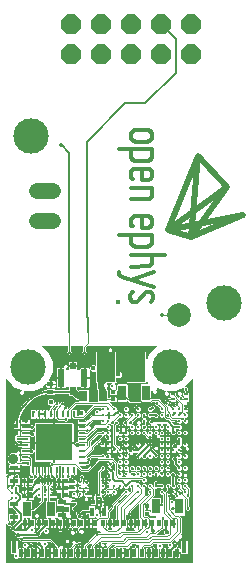
<source format=gtl>
G75*
%MOIN*%
%OFA0B0*%
%FSLAX25Y25*%
%IPPOS*%
%LPD*%
%AMOC8*
5,1,8,0,0,1.08239X$1,22.5*
%
%ADD10R,0.01575X0.01181*%
%ADD11R,0.03150X0.01575*%
%ADD12R,0.01575X0.03150*%
%ADD13R,0.05906X0.09843*%
%ADD14R,0.00394X0.00394*%
%ADD15C,0.00394*%
%ADD16C,0.00200*%
%ADD17R,0.12205X0.12205*%
%ADD18R,0.00984X0.02362*%
%ADD19R,0.02362X0.00984*%
%ADD20R,0.01969X0.02756*%
%ADD21R,0.02362X0.05906*%
%ADD22R,0.01969X0.02362*%
%ADD23R,0.02362X0.01378*%
%ADD24C,0.00984*%
%ADD25R,0.01378X0.00787*%
%ADD26R,0.01181X0.02559*%
%ADD27R,0.01181X0.02362*%
%ADD28R,0.01575X0.03937*%
%ADD29OC8,0.06600*%
%ADD30C,0.03543*%
%ADD31C,0.05400*%
%ADD32C,0.07874*%
%ADD33C,0.02165*%
%ADD34C,0.01417*%
%ADD35R,0.02756X0.05118*%
%ADD36R,0.01181X0.01575*%
%ADD37R,0.02756X0.03543*%
%ADD38C,0.01200*%
%ADD39C,0.01102*%
%ADD40C,0.00594*%
%ADD41C,0.00787*%
%ADD42C,0.11811*%
%ADD43C,0.00354*%
%ADD44C,0.00300*%
%ADD45C,0.00394*%
%ADD46C,0.01654*%
%ADD47C,0.00591*%
%ADD48C,0.00800*%
%ADD49C,0.01969*%
D10*
X0170441Y0097410D03*
X0170441Y0099772D03*
X0202607Y0108630D03*
X0202607Y0110993D03*
X0213945Y0072804D03*
X0213945Y0070441D03*
D11*
X0185756Y0070113D03*
X0185756Y0074313D03*
X0169575Y0073565D03*
X0169575Y0069365D03*
X0169654Y0081333D03*
X0169654Y0085533D03*
D12*
X0195507Y0071111D03*
X0199707Y0071111D03*
D13*
X0200166Y0119260D03*
X0210402Y0119260D03*
D14*
G36*
X0190636Y0072213D02*
X0190914Y0072491D01*
X0191192Y0072213D01*
X0190914Y0071935D01*
X0190636Y0072213D01*
G37*
D15*
X0189221Y0073512D03*
X0189221Y0070914D03*
X0192607Y0070914D03*
X0192607Y0073512D03*
D16*
X0192342Y0073186D02*
X0193414Y0073186D01*
X0193414Y0072988D02*
X0192540Y0072988D01*
X0192548Y0072981D02*
X0193414Y0072981D01*
X0193414Y0074004D01*
X0191800Y0074004D01*
X0191800Y0073729D01*
X0192548Y0072981D01*
X0192143Y0073385D02*
X0193414Y0073385D01*
X0193414Y0073583D02*
X0191945Y0073583D01*
X0191800Y0073782D02*
X0193414Y0073782D01*
X0193414Y0073980D02*
X0191800Y0073980D01*
X0191317Y0073385D02*
X0190510Y0073385D01*
X0190312Y0073186D02*
X0191516Y0073186D01*
X0191714Y0072988D02*
X0190113Y0072988D01*
X0189915Y0072789D02*
X0191913Y0072789D01*
X0192111Y0072591D02*
X0189716Y0072591D01*
X0189518Y0072392D02*
X0192310Y0072392D01*
X0192489Y0072213D02*
X0190914Y0070638D01*
X0189339Y0072213D01*
X0190914Y0073788D01*
X0192489Y0072213D01*
X0192470Y0072194D02*
X0189358Y0072194D01*
X0189556Y0071995D02*
X0192271Y0071995D01*
X0192073Y0071797D02*
X0189755Y0071797D01*
X0189953Y0071598D02*
X0191874Y0071598D01*
X0191676Y0071400D02*
X0190152Y0071400D01*
X0190350Y0071201D02*
X0191477Y0071201D01*
X0191279Y0071003D02*
X0190549Y0071003D01*
X0190747Y0070804D02*
X0191080Y0070804D01*
X0191194Y0070123D02*
X0191347Y0070148D01*
X0191499Y0070123D01*
X0191637Y0070053D01*
X0191746Y0069944D01*
X0191816Y0069806D01*
X0191841Y0069654D01*
X0191816Y0069501D01*
X0191746Y0069364D01*
X0191637Y0069255D01*
X0191499Y0069184D01*
X0191347Y0069160D01*
X0191194Y0069184D01*
X0191057Y0069255D01*
X0190947Y0069364D01*
X0190877Y0069501D01*
X0190853Y0069654D01*
X0190877Y0069806D01*
X0190947Y0069944D01*
X0191057Y0070053D01*
X0191194Y0070123D01*
X0191014Y0070010D02*
X0191680Y0070010D01*
X0191814Y0069812D02*
X0190880Y0069812D01*
X0190860Y0069613D02*
X0191834Y0069613D01*
X0191772Y0069415D02*
X0190921Y0069415D01*
X0191132Y0069216D02*
X0191562Y0069216D01*
X0191800Y0070422D02*
X0191800Y0070697D01*
X0192548Y0071445D01*
X0193414Y0071445D01*
X0193414Y0070422D01*
X0191800Y0070422D01*
X0191800Y0070606D02*
X0193414Y0070606D01*
X0193414Y0070804D02*
X0191907Y0070804D01*
X0192105Y0071003D02*
X0193414Y0071003D01*
X0193414Y0071201D02*
X0192304Y0071201D01*
X0192502Y0071400D02*
X0193414Y0071400D01*
X0191119Y0073583D02*
X0190709Y0073583D01*
X0190907Y0073782D02*
X0190920Y0073782D01*
X0190028Y0073782D02*
X0188414Y0073782D01*
X0188414Y0073980D02*
X0190028Y0073980D01*
X0190028Y0074004D02*
X0190028Y0073729D01*
X0189280Y0072981D01*
X0188414Y0072981D01*
X0188414Y0074004D01*
X0190028Y0074004D01*
X0189883Y0073583D02*
X0188414Y0073583D01*
X0188414Y0073385D02*
X0189684Y0073385D01*
X0189486Y0073186D02*
X0188414Y0073186D01*
X0188414Y0072988D02*
X0189287Y0072988D01*
X0189280Y0071445D02*
X0188414Y0071445D01*
X0188414Y0070422D01*
X0190028Y0070422D01*
X0190028Y0070697D01*
X0189280Y0071445D01*
X0189325Y0071400D02*
X0188414Y0071400D01*
X0188414Y0071201D02*
X0189524Y0071201D01*
X0189722Y0071003D02*
X0188414Y0071003D01*
X0188414Y0070804D02*
X0189921Y0070804D01*
X0190028Y0070606D02*
X0188414Y0070606D01*
X0187523Y0066966D02*
X0187661Y0066896D01*
X0187770Y0066787D01*
X0187840Y0066649D01*
X0187864Y0066496D01*
X0187840Y0066344D01*
X0187770Y0066206D01*
X0187661Y0066097D01*
X0187523Y0066027D01*
X0187370Y0066003D01*
X0187218Y0066027D01*
X0187080Y0066097D01*
X0186971Y0066206D01*
X0186901Y0066344D01*
X0186877Y0066496D01*
X0186901Y0066649D01*
X0186971Y0066787D01*
X0187080Y0066896D01*
X0187218Y0066966D01*
X0187370Y0066990D01*
X0187523Y0066966D01*
X0187722Y0066834D02*
X0187018Y0066834D01*
X0186899Y0066636D02*
X0187842Y0066636D01*
X0187855Y0066437D02*
X0186886Y0066437D01*
X0186955Y0066239D02*
X0187786Y0066239D01*
X0187549Y0066040D02*
X0187192Y0066040D01*
X0188088Y0065514D02*
X0188167Y0065580D01*
X0188264Y0065616D01*
X0188367Y0065616D01*
X0188464Y0065580D01*
X0188543Y0065514D01*
X0188594Y0065425D01*
X0188612Y0065323D01*
X0188594Y0065222D01*
X0188543Y0065132D01*
X0188464Y0065066D01*
X0188367Y0065031D01*
X0188264Y0065031D01*
X0188167Y0065066D01*
X0188088Y0065132D01*
X0188036Y0065222D01*
X0188019Y0065323D01*
X0188036Y0065425D01*
X0188088Y0065514D01*
X0188048Y0065444D02*
X0188583Y0065444D01*
X0188599Y0065246D02*
X0188032Y0065246D01*
X0188218Y0065047D02*
X0188412Y0065047D01*
X0190545Y0064499D02*
X0190597Y0064588D01*
X0190676Y0064654D01*
X0190773Y0064690D01*
X0190876Y0064690D01*
X0190973Y0064654D01*
X0191052Y0064588D01*
X0191103Y0064499D01*
X0191121Y0064397D01*
X0191103Y0064296D01*
X0191052Y0064206D01*
X0190973Y0064140D01*
X0190876Y0064105D01*
X0190773Y0064105D01*
X0190676Y0064140D01*
X0190597Y0064206D01*
X0190545Y0064296D01*
X0190527Y0064397D01*
X0190545Y0064499D01*
X0190537Y0064452D02*
X0191111Y0064452D01*
X0191079Y0064253D02*
X0190570Y0064253D01*
X0190671Y0064650D02*
X0190977Y0064650D01*
X0196916Y0063552D02*
X0196934Y0063653D01*
X0196986Y0063742D01*
X0197065Y0063809D01*
X0197161Y0063844D01*
X0197265Y0063844D01*
X0197361Y0063809D01*
X0197440Y0063742D01*
X0197492Y0063653D01*
X0197510Y0063552D01*
X0197492Y0063450D01*
X0197440Y0063361D01*
X0197361Y0063295D01*
X0197265Y0063259D01*
X0197161Y0063259D01*
X0197065Y0063295D01*
X0196986Y0063361D01*
X0196934Y0063450D01*
X0196916Y0063552D01*
X0196934Y0063653D01*
X0196986Y0063742D01*
X0197065Y0063809D01*
X0197161Y0063844D01*
X0197265Y0063844D01*
X0197361Y0063809D01*
X0197440Y0063742D01*
X0197492Y0063653D01*
X0197510Y0063552D01*
X0197492Y0063450D01*
X0197440Y0063361D01*
X0197361Y0063295D01*
X0197265Y0063259D01*
X0197161Y0063259D01*
X0197065Y0063295D01*
X0196986Y0063361D01*
X0196934Y0063450D01*
X0196916Y0063552D01*
X0196932Y0063459D02*
X0197494Y0063459D01*
X0196932Y0063459D01*
X0196937Y0063658D02*
X0197489Y0063658D01*
X0196937Y0063658D01*
X0197157Y0063261D02*
X0197269Y0063261D01*
X0197157Y0063261D01*
X0197932Y0060953D02*
X0198029Y0060988D01*
X0198132Y0060988D01*
X0198229Y0060953D01*
X0198308Y0060886D01*
X0198360Y0060797D01*
X0198378Y0060696D01*
X0198360Y0060594D01*
X0198308Y0060505D01*
X0198229Y0060439D01*
X0198132Y0060403D01*
X0198029Y0060403D01*
X0197932Y0060439D01*
X0197853Y0060505D01*
X0197802Y0060594D01*
X0197784Y0060696D01*
X0197802Y0060797D01*
X0197853Y0060886D01*
X0197932Y0060953D01*
X0197849Y0060879D02*
X0198313Y0060879D01*
X0198375Y0060680D02*
X0197787Y0060680D01*
X0197881Y0060482D02*
X0198280Y0060482D01*
X0191604Y0060402D02*
X0191586Y0060300D01*
X0191535Y0060211D01*
X0191456Y0060145D01*
X0191359Y0060110D01*
X0191256Y0060110D01*
X0191159Y0060145D01*
X0191080Y0060211D01*
X0191029Y0060300D01*
X0191011Y0060402D01*
X0191029Y0060503D01*
X0191080Y0060593D01*
X0191159Y0060659D01*
X0191256Y0060694D01*
X0191359Y0060694D01*
X0191456Y0060659D01*
X0191535Y0060593D01*
X0191586Y0060503D01*
X0191604Y0060402D01*
X0191590Y0060482D02*
X0191025Y0060482D01*
X0191039Y0060283D02*
X0191576Y0060283D01*
X0191398Y0060680D02*
X0191217Y0060680D01*
X0185236Y0064936D02*
X0185157Y0064869D01*
X0185060Y0064834D01*
X0184957Y0064834D01*
X0184860Y0064869D01*
X0184781Y0064936D01*
X0184729Y0065025D01*
X0184711Y0065126D01*
X0184729Y0065228D01*
X0184781Y0065317D01*
X0184860Y0065383D01*
X0184957Y0065419D01*
X0185060Y0065419D01*
X0185157Y0065383D01*
X0185236Y0065317D01*
X0185287Y0065228D01*
X0185305Y0065126D01*
X0185287Y0065025D01*
X0185236Y0064936D01*
X0185291Y0065047D02*
X0184725Y0065047D01*
X0184740Y0065246D02*
X0185277Y0065246D01*
X0185101Y0064849D02*
X0184916Y0064849D01*
X0178022Y0063945D02*
X0177997Y0063793D01*
X0177927Y0063655D01*
X0177818Y0063546D01*
X0177681Y0063476D01*
X0177528Y0063452D01*
X0177375Y0063476D01*
X0177238Y0063546D01*
X0177129Y0063655D01*
X0177058Y0063793D01*
X0177034Y0063945D01*
X0177058Y0064098D01*
X0177129Y0064235D01*
X0177238Y0064345D01*
X0177375Y0064415D01*
X0177528Y0064439D01*
X0177681Y0064415D01*
X0177818Y0064345D01*
X0177927Y0064235D01*
X0177997Y0064098D01*
X0178022Y0063945D01*
X0177997Y0063793D01*
X0177927Y0063655D01*
X0177818Y0063546D01*
X0177681Y0063476D01*
X0177528Y0063452D01*
X0177375Y0063476D01*
X0177238Y0063546D01*
X0177129Y0063655D01*
X0177058Y0063793D01*
X0177034Y0063945D01*
X0177058Y0064098D01*
X0177129Y0064235D01*
X0177238Y0064345D01*
X0177375Y0064415D01*
X0177528Y0064439D01*
X0177681Y0064415D01*
X0177818Y0064345D01*
X0177927Y0064235D01*
X0177997Y0064098D01*
X0178022Y0063945D01*
X0178008Y0063856D02*
X0177048Y0063856D01*
X0178008Y0063856D01*
X0178004Y0064055D02*
X0177052Y0064055D01*
X0178004Y0064055D01*
X0177909Y0064253D02*
X0177146Y0064253D01*
X0177909Y0064253D01*
X0177929Y0063658D02*
X0177127Y0063658D01*
X0177929Y0063658D01*
X0177577Y0063459D02*
X0177479Y0063459D01*
X0177577Y0063459D01*
X0177922Y0060896D02*
X0178074Y0060872D01*
X0178212Y0060801D01*
X0178321Y0060692D01*
X0178391Y0060555D01*
X0178415Y0060402D01*
X0178391Y0060249D01*
X0178321Y0060112D01*
X0178212Y0060003D01*
X0178074Y0059932D01*
X0177922Y0059908D01*
X0177769Y0059932D01*
X0177631Y0060003D01*
X0177522Y0060112D01*
X0177452Y0060249D01*
X0177428Y0060402D01*
X0177452Y0060555D01*
X0177522Y0060692D01*
X0177631Y0060801D01*
X0177769Y0060872D01*
X0177922Y0060896D01*
X0177815Y0060879D02*
X0178029Y0060879D01*
X0178327Y0060680D02*
X0177516Y0060680D01*
X0177441Y0060482D02*
X0178403Y0060482D01*
X0178397Y0060283D02*
X0177447Y0060283D01*
X0177549Y0060085D02*
X0178294Y0060085D01*
X0175567Y0059837D02*
X0175543Y0059685D01*
X0175473Y0059547D01*
X0175364Y0059438D01*
X0175226Y0059368D01*
X0175074Y0059344D01*
X0174921Y0059368D01*
X0174783Y0059438D01*
X0174674Y0059547D01*
X0174604Y0059685D01*
X0174580Y0059837D01*
X0174604Y0059990D01*
X0174674Y0060128D01*
X0174783Y0060237D01*
X0174921Y0060307D01*
X0175074Y0060331D01*
X0175226Y0060307D01*
X0175364Y0060237D01*
X0175473Y0060128D01*
X0175543Y0059990D01*
X0175567Y0059837D01*
X0175560Y0059886D02*
X0174588Y0059886D01*
X0174604Y0059688D02*
X0175544Y0059688D01*
X0175415Y0059489D02*
X0174732Y0059489D01*
X0174652Y0060085D02*
X0175495Y0060085D01*
X0175273Y0060283D02*
X0174874Y0060283D01*
X0172236Y0061832D02*
X0172157Y0061766D01*
X0172061Y0061731D01*
X0171958Y0061731D01*
X0171861Y0061766D01*
X0171782Y0061832D01*
X0171730Y0061922D01*
X0171712Y0062023D01*
X0171730Y0062125D01*
X0171782Y0062214D01*
X0171861Y0062280D01*
X0171958Y0062316D01*
X0172061Y0062316D01*
X0172157Y0062280D01*
X0172236Y0062214D01*
X0172288Y0062125D01*
X0172306Y0062023D01*
X0172288Y0061922D01*
X0172236Y0061832D01*
X0172259Y0061871D02*
X0171759Y0061871D01*
X0171720Y0062070D02*
X0172298Y0062070D01*
X0172172Y0062268D02*
X0171846Y0062268D01*
X0171141Y0062972D02*
X0171004Y0062901D01*
X0170851Y0062877D01*
X0170699Y0062901D01*
X0170561Y0062972D01*
X0170452Y0063081D01*
X0170382Y0063218D01*
X0170358Y0063371D01*
X0170382Y0063524D01*
X0170452Y0063661D01*
X0170561Y0063770D01*
X0170699Y0063841D01*
X0170851Y0063865D01*
X0171004Y0063841D01*
X0171141Y0063770D01*
X0171251Y0063661D01*
X0171321Y0063524D01*
X0171345Y0063371D01*
X0171321Y0063218D01*
X0171251Y0063081D01*
X0171141Y0062972D01*
X0171232Y0063062D02*
X0170470Y0063062D01*
X0170375Y0063261D02*
X0171328Y0063261D01*
X0171331Y0063459D02*
X0170372Y0063459D01*
X0170450Y0063658D02*
X0171252Y0063658D01*
X0170904Y0063856D02*
X0170799Y0063856D01*
X0169472Y0065318D02*
X0169334Y0065247D01*
X0169181Y0065223D01*
X0169029Y0065247D01*
X0168891Y0065318D01*
X0168782Y0065427D01*
X0168712Y0065564D01*
X0168688Y0065717D01*
X0168712Y0065869D01*
X0168782Y0066007D01*
X0168891Y0066116D01*
X0169029Y0066186D01*
X0169181Y0066211D01*
X0169334Y0066186D01*
X0169472Y0066116D01*
X0169581Y0066007D01*
X0169651Y0065869D01*
X0169675Y0065717D01*
X0169651Y0065564D01*
X0169581Y0065427D01*
X0169472Y0065318D01*
X0169334Y0065247D01*
X0169181Y0065223D01*
X0169029Y0065247D01*
X0168891Y0065318D01*
X0168782Y0065427D01*
X0168712Y0065564D01*
X0168688Y0065717D01*
X0168712Y0065869D01*
X0168782Y0066007D01*
X0168891Y0066116D01*
X0169029Y0066186D01*
X0169181Y0066211D01*
X0169334Y0066186D01*
X0169472Y0066116D01*
X0169581Y0066007D01*
X0169651Y0065869D01*
X0169675Y0065717D01*
X0169651Y0065564D01*
X0169581Y0065427D01*
X0169472Y0065318D01*
X0169325Y0065246D02*
X0169038Y0065246D01*
X0169325Y0065246D01*
X0169590Y0065444D02*
X0168773Y0065444D01*
X0169590Y0065444D01*
X0169663Y0065643D02*
X0168700Y0065643D01*
X0169663Y0065643D01*
X0169655Y0065841D02*
X0168708Y0065841D01*
X0169655Y0065841D01*
X0169548Y0066040D02*
X0168815Y0066040D01*
X0169548Y0066040D01*
X0168195Y0066920D02*
X0168116Y0066854D01*
X0168019Y0066819D01*
X0167916Y0066819D01*
X0167819Y0066854D01*
X0167740Y0066920D01*
X0167688Y0067010D01*
X0167671Y0067111D01*
X0167688Y0067213D01*
X0167740Y0067302D01*
X0167819Y0067368D01*
X0167916Y0067404D01*
X0168019Y0067404D01*
X0168116Y0067368D01*
X0168195Y0067302D01*
X0168246Y0067213D01*
X0168264Y0067111D01*
X0168246Y0067010D01*
X0168195Y0066920D01*
X0168250Y0067033D02*
X0167684Y0067033D01*
X0167699Y0067231D02*
X0168236Y0067231D01*
X0168061Y0066834D02*
X0167874Y0066834D01*
X0184215Y0075663D02*
X0184145Y0075801D01*
X0184121Y0075953D01*
X0184145Y0076106D01*
X0184215Y0076243D01*
X0184324Y0076353D01*
X0184462Y0076423D01*
X0184615Y0076447D01*
X0184767Y0076423D01*
X0184905Y0076353D01*
X0185014Y0076243D01*
X0185084Y0076106D01*
X0185108Y0075953D01*
X0185084Y0075801D01*
X0185014Y0075663D01*
X0184905Y0075554D01*
X0184767Y0075484D01*
X0184615Y0075459D01*
X0184462Y0075484D01*
X0184324Y0075554D01*
X0184215Y0075663D01*
X0184145Y0075801D01*
X0184121Y0075953D01*
X0184145Y0076106D01*
X0184215Y0076243D01*
X0184324Y0076353D01*
X0184462Y0076423D01*
X0184615Y0076447D01*
X0184767Y0076423D01*
X0184905Y0076353D01*
X0185014Y0076243D01*
X0185084Y0076106D01*
X0185108Y0075953D01*
X0185084Y0075801D01*
X0185014Y0075663D01*
X0184905Y0075554D01*
X0184767Y0075484D01*
X0184615Y0075459D01*
X0184462Y0075484D01*
X0184324Y0075554D01*
X0184215Y0075663D01*
X0184162Y0075767D02*
X0185067Y0075767D01*
X0184162Y0075767D01*
X0184123Y0075966D02*
X0185106Y0075966D01*
X0184123Y0075966D01*
X0184175Y0076164D02*
X0185054Y0076164D01*
X0184175Y0076164D01*
X0184344Y0076363D02*
X0184885Y0076363D01*
X0184344Y0076363D01*
X0184310Y0075569D02*
X0184920Y0075569D01*
X0184310Y0075569D01*
X0189042Y0075796D02*
X0189060Y0075897D01*
X0189112Y0075986D01*
X0189191Y0076053D01*
X0189287Y0076088D01*
X0189320Y0076088D01*
X0189363Y0076045D01*
X0189496Y0076045D01*
X0189566Y0075986D01*
X0189618Y0075897D01*
X0189636Y0075796D01*
X0189618Y0075694D01*
X0189566Y0075605D01*
X0189487Y0075539D01*
X0189391Y0075503D01*
X0189287Y0075503D01*
X0189191Y0075539D01*
X0189112Y0075605D01*
X0189060Y0075694D01*
X0189042Y0075796D01*
X0189047Y0075767D02*
X0189631Y0075767D01*
X0189578Y0075966D02*
X0189100Y0075966D01*
X0189155Y0075569D02*
X0189523Y0075569D01*
X0193679Y0080657D02*
X0193600Y0080723D01*
X0193548Y0080812D01*
X0193530Y0080914D01*
X0193548Y0081015D01*
X0193600Y0081105D01*
X0193679Y0081171D01*
X0193776Y0081206D01*
X0193879Y0081206D01*
X0193976Y0081171D01*
X0194055Y0081105D01*
X0194106Y0081015D01*
X0194124Y0080914D01*
X0194106Y0080812D01*
X0194055Y0080723D01*
X0193976Y0080657D01*
X0193879Y0080621D01*
X0193776Y0080621D01*
X0193679Y0080657D01*
X0193596Y0080730D02*
X0194059Y0080730D01*
X0194121Y0080928D02*
X0193533Y0080928D01*
X0193626Y0081127D02*
X0194028Y0081127D01*
X0192322Y0082495D02*
X0192243Y0082428D01*
X0192146Y0082393D01*
X0192043Y0082393D01*
X0191946Y0082428D01*
X0191867Y0082495D01*
X0191816Y0082584D01*
X0191798Y0082685D01*
X0191816Y0082787D01*
X0191867Y0082876D01*
X0191946Y0082943D01*
X0192043Y0082978D01*
X0192146Y0082978D01*
X0192243Y0082943D01*
X0192322Y0082876D01*
X0192374Y0082787D01*
X0192392Y0082685D01*
X0192374Y0082584D01*
X0192322Y0082495D01*
X0192335Y0082516D02*
X0191855Y0082516D01*
X0191803Y0082715D02*
X0192387Y0082715D01*
X0192278Y0082913D02*
X0191912Y0082913D01*
X0189242Y0082889D02*
X0189224Y0082788D01*
X0189173Y0082699D01*
X0189094Y0082632D01*
X0188997Y0082597D01*
X0188894Y0082597D01*
X0188797Y0082632D01*
X0188718Y0082699D01*
X0188666Y0082788D01*
X0188648Y0082889D01*
X0188666Y0082991D01*
X0188718Y0083080D01*
X0188797Y0083146D01*
X0188894Y0083182D01*
X0188997Y0083182D01*
X0189094Y0083146D01*
X0189173Y0083080D01*
X0189224Y0082991D01*
X0189242Y0082889D01*
X0189238Y0082913D02*
X0188653Y0082913D01*
X0188708Y0082715D02*
X0189182Y0082715D01*
X0189135Y0083112D02*
X0188756Y0083112D01*
X0187864Y0082922D02*
X0187846Y0082820D01*
X0187795Y0082731D01*
X0187716Y0082665D01*
X0187619Y0082629D01*
X0187516Y0082629D01*
X0187419Y0082665D01*
X0187340Y0082731D01*
X0187288Y0082820D01*
X0187270Y0082922D01*
X0187288Y0083023D01*
X0187340Y0083112D01*
X0187795Y0083112D01*
X0187846Y0083023D01*
X0187864Y0082922D01*
X0187863Y0082913D02*
X0187272Y0082913D01*
X0187340Y0083112D02*
X0187419Y0083179D01*
X0187516Y0083214D01*
X0187619Y0083214D01*
X0187716Y0083179D01*
X0187795Y0083112D01*
X0187776Y0082715D02*
X0187359Y0082715D01*
X0186093Y0082843D02*
X0186075Y0082741D01*
X0186023Y0082652D01*
X0185944Y0082586D01*
X0185847Y0082551D01*
X0185744Y0082551D01*
X0185647Y0082586D01*
X0185568Y0082652D01*
X0185517Y0082741D01*
X0185499Y0082843D01*
X0185517Y0082944D01*
X0185568Y0083034D01*
X0185647Y0083100D01*
X0185744Y0083135D01*
X0185847Y0083135D01*
X0185944Y0083100D01*
X0186023Y0083034D01*
X0186075Y0082944D01*
X0186093Y0082843D01*
X0186080Y0082913D02*
X0185511Y0082913D01*
X0185532Y0082715D02*
X0186059Y0082715D01*
X0185911Y0083112D02*
X0185680Y0083112D01*
X0184124Y0082961D02*
X0184106Y0082859D01*
X0184055Y0082770D01*
X0183976Y0082704D01*
X0183879Y0082669D01*
X0183776Y0082669D01*
X0183679Y0082704D01*
X0183600Y0082770D01*
X0183548Y0082859D01*
X0183530Y0082961D01*
X0183548Y0083063D01*
X0183600Y0083152D01*
X0183679Y0083218D01*
X0183776Y0083253D01*
X0183879Y0083253D01*
X0183976Y0083218D01*
X0184055Y0083152D01*
X0184106Y0083063D01*
X0184124Y0082961D01*
X0184116Y0082913D02*
X0183539Y0082913D01*
X0183577Y0083112D02*
X0184078Y0083112D01*
X0183989Y0082715D02*
X0183666Y0082715D01*
X0182549Y0082843D02*
X0182531Y0082741D01*
X0182480Y0082652D01*
X0182401Y0082586D01*
X0182304Y0082551D01*
X0182201Y0082551D01*
X0182104Y0082586D01*
X0182025Y0082652D01*
X0181973Y0082741D01*
X0181956Y0082843D01*
X0181973Y0082944D01*
X0182025Y0083034D01*
X0182104Y0083100D01*
X0182201Y0083135D01*
X0182304Y0083135D01*
X0182401Y0083100D01*
X0182480Y0083034D01*
X0182531Y0082944D01*
X0182549Y0082843D01*
X0182537Y0082913D02*
X0181968Y0082913D01*
X0181989Y0082715D02*
X0182516Y0082715D01*
X0182368Y0083112D02*
X0182137Y0083112D01*
X0180187Y0083000D02*
X0180169Y0082899D01*
X0180118Y0082810D01*
X0180039Y0082743D01*
X0179942Y0082708D01*
X0179839Y0082708D01*
X0179742Y0082743D01*
X0179663Y0082810D01*
X0179611Y0082899D01*
X0179593Y0083000D01*
X0179611Y0083102D01*
X0179663Y0083191D01*
X0179742Y0083257D01*
X0179839Y0083293D01*
X0179942Y0083293D01*
X0180039Y0083257D01*
X0180118Y0083191D01*
X0180169Y0083102D01*
X0180187Y0083000D01*
X0180172Y0082913D02*
X0179609Y0082913D01*
X0179617Y0083112D02*
X0180163Y0083112D01*
X0179961Y0082715D02*
X0179820Y0082715D01*
X0178612Y0082892D02*
X0178594Y0082790D01*
X0178543Y0082701D01*
X0178464Y0082635D01*
X0178367Y0082599D01*
X0178264Y0082599D01*
X0178167Y0082635D01*
X0178088Y0082701D01*
X0178036Y0082790D01*
X0178019Y0082892D01*
X0178036Y0082993D01*
X0178088Y0083083D01*
X0178167Y0083149D01*
X0178264Y0083184D01*
X0178367Y0083184D01*
X0178464Y0083149D01*
X0178543Y0083083D01*
X0178594Y0082993D01*
X0178612Y0082892D01*
X0178608Y0082913D02*
X0178022Y0082913D01*
X0178080Y0082715D02*
X0178551Y0082715D01*
X0178508Y0083112D02*
X0178123Y0083112D01*
X0177025Y0082913D02*
X0176456Y0082913D01*
X0177025Y0082913D01*
X0177020Y0082944D02*
X0177037Y0082843D01*
X0177020Y0082741D01*
X0176968Y0082652D01*
X0176889Y0082586D01*
X0176792Y0082551D01*
X0176689Y0082551D01*
X0176592Y0082586D01*
X0176513Y0082652D01*
X0176462Y0082741D01*
X0176444Y0082843D01*
X0176462Y0082944D01*
X0176513Y0083034D01*
X0176592Y0083100D01*
X0176689Y0083135D01*
X0176792Y0083135D01*
X0176889Y0083100D01*
X0176968Y0083034D01*
X0177020Y0082944D01*
X0177037Y0082843D01*
X0177020Y0082741D01*
X0176968Y0082652D01*
X0176889Y0082586D01*
X0176792Y0082551D01*
X0176689Y0082551D01*
X0176592Y0082586D01*
X0176513Y0082652D01*
X0176462Y0082741D01*
X0176444Y0082843D01*
X0176462Y0082944D01*
X0176513Y0083034D01*
X0176592Y0083100D01*
X0176689Y0083135D01*
X0176792Y0083135D01*
X0176889Y0083100D01*
X0176968Y0083034D01*
X0177020Y0082944D01*
X0177004Y0082715D02*
X0176477Y0082715D01*
X0177004Y0082715D01*
X0176856Y0083112D02*
X0176625Y0083112D01*
X0176856Y0083112D01*
X0175566Y0082913D02*
X0175002Y0082913D01*
X0175005Y0082932D02*
X0175056Y0083021D01*
X0175135Y0083087D01*
X0175232Y0083123D01*
X0175335Y0083123D01*
X0175432Y0083087D01*
X0175511Y0083021D01*
X0175563Y0082932D01*
X0175581Y0082830D01*
X0175563Y0082729D01*
X0175511Y0082640D01*
X0175432Y0082573D01*
X0175335Y0082538D01*
X0175232Y0082538D01*
X0175135Y0082573D01*
X0175056Y0082640D01*
X0175005Y0082729D01*
X0174987Y0082830D01*
X0175005Y0082932D01*
X0175013Y0082715D02*
X0175555Y0082715D01*
X0175365Y0083112D02*
X0175203Y0083112D01*
X0170778Y0083000D02*
X0170760Y0082899D01*
X0170708Y0082810D01*
X0170629Y0082743D01*
X0170532Y0082708D01*
X0170429Y0082708D01*
X0170332Y0082743D01*
X0170253Y0082810D01*
X0170202Y0082899D01*
X0170184Y0083000D01*
X0170202Y0083102D01*
X0170253Y0083191D01*
X0170332Y0083257D01*
X0170429Y0083293D01*
X0170532Y0083293D01*
X0170629Y0083257D01*
X0170708Y0083191D01*
X0170760Y0083102D01*
X0170778Y0083000D01*
X0170762Y0082913D02*
X0170199Y0082913D01*
X0170208Y0083112D02*
X0170754Y0083112D01*
X0170551Y0082715D02*
X0170410Y0082715D01*
X0167707Y0082961D02*
X0167689Y0082859D01*
X0167637Y0082770D01*
X0167558Y0082704D01*
X0167461Y0082669D01*
X0167358Y0082669D01*
X0167261Y0082704D01*
X0167182Y0082770D01*
X0167131Y0082859D01*
X0167113Y0082961D01*
X0167131Y0083063D01*
X0167182Y0083152D01*
X0167261Y0083218D01*
X0167358Y0083253D01*
X0167461Y0083253D01*
X0167558Y0083218D01*
X0167637Y0083152D01*
X0167689Y0083063D01*
X0167707Y0082961D01*
X0167698Y0082913D02*
X0167121Y0082913D01*
X0167159Y0083112D02*
X0167660Y0083112D01*
X0167571Y0082715D02*
X0167248Y0082715D01*
X0173915Y0087180D02*
X0173863Y0087269D01*
X0173845Y0087370D01*
X0173863Y0087472D01*
X0173915Y0087561D01*
X0173994Y0087628D01*
X0174091Y0087663D01*
X0174194Y0087663D01*
X0174291Y0087628D01*
X0174370Y0087561D01*
X0174421Y0087472D01*
X0174439Y0087370D01*
X0174421Y0087269D01*
X0174370Y0087180D01*
X0174291Y0087113D01*
X0174194Y0087078D01*
X0174091Y0087078D01*
X0173994Y0087113D01*
X0173915Y0087180D01*
X0173861Y0087281D02*
X0174423Y0087281D01*
X0174417Y0087479D02*
X0173867Y0087479D01*
X0174079Y0087082D02*
X0174205Y0087082D01*
X0175119Y0090877D02*
X0174981Y0090947D01*
X0174872Y0091057D01*
X0174802Y0091194D01*
X0174778Y0091347D01*
X0174802Y0091499D01*
X0174872Y0091637D01*
X0174981Y0091746D01*
X0175119Y0091816D01*
X0175271Y0091841D01*
X0175424Y0091816D01*
X0175561Y0091746D01*
X0175671Y0091637D01*
X0175741Y0091499D01*
X0175765Y0091347D01*
X0175741Y0091194D01*
X0175671Y0091057D01*
X0175561Y0090947D01*
X0175424Y0090877D01*
X0175271Y0090853D01*
X0175119Y0090877D01*
X0175266Y0090854D02*
X0175276Y0090854D01*
X0175666Y0091052D02*
X0174876Y0091052D01*
X0174793Y0091251D02*
X0175750Y0091251D01*
X0175749Y0091449D02*
X0174794Y0091449D01*
X0174883Y0091648D02*
X0175660Y0091648D01*
X0181946Y0087207D02*
X0182025Y0087273D01*
X0182122Y0087308D01*
X0182225Y0087308D01*
X0182322Y0087273D01*
X0182401Y0087207D01*
X0182453Y0087118D01*
X0182470Y0087016D01*
X0182453Y0086915D01*
X0182401Y0086825D01*
X0182322Y0086759D01*
X0182225Y0086724D01*
X0182122Y0086724D01*
X0182025Y0086759D01*
X0181946Y0086825D01*
X0181895Y0086915D01*
X0181877Y0087016D01*
X0181895Y0087118D01*
X0181946Y0087207D01*
X0182046Y0087281D02*
X0182301Y0087281D01*
X0182459Y0087082D02*
X0181888Y0087082D01*
X0181913Y0086884D02*
X0182435Y0086884D01*
X0190173Y0093183D02*
X0190103Y0093320D01*
X0190078Y0093473D01*
X0190103Y0093625D01*
X0190173Y0093763D01*
X0190282Y0093872D01*
X0190419Y0093942D01*
X0190572Y0093967D01*
X0190725Y0093942D01*
X0190862Y0093872D01*
X0190971Y0093763D01*
X0191042Y0093625D01*
X0191066Y0093473D01*
X0191042Y0093320D01*
X0190971Y0093183D01*
X0190862Y0093073D01*
X0190725Y0093003D01*
X0190572Y0092979D01*
X0190419Y0093003D01*
X0190282Y0093073D01*
X0190173Y0093183D01*
X0190145Y0093236D02*
X0190999Y0093236D01*
X0191060Y0093435D02*
X0190084Y0093435D01*
X0190106Y0093633D02*
X0191038Y0093633D01*
X0190903Y0093832D02*
X0190241Y0093832D01*
X0190352Y0093038D02*
X0190792Y0093038D01*
X0197664Y0093709D02*
X0197682Y0093811D01*
X0197734Y0093900D01*
X0197813Y0093966D01*
X0197909Y0094001D01*
X0198013Y0094001D01*
X0198109Y0093966D01*
X0198188Y0093900D01*
X0198240Y0093811D01*
X0198258Y0093709D01*
X0198240Y0093608D01*
X0198188Y0093518D01*
X0198109Y0093452D01*
X0198013Y0093417D01*
X0197909Y0093417D01*
X0197813Y0093452D01*
X0197734Y0093518D01*
X0197682Y0093608D01*
X0197664Y0093709D01*
X0197678Y0093633D02*
X0198244Y0093633D01*
X0198228Y0093832D02*
X0197694Y0093832D01*
X0197860Y0093435D02*
X0198062Y0093435D01*
X0200332Y0096038D02*
X0200280Y0096127D01*
X0200263Y0096229D01*
X0200280Y0096330D01*
X0200332Y0096420D01*
X0200411Y0096486D01*
X0200508Y0096521D01*
X0200611Y0096521D01*
X0200708Y0096486D01*
X0200787Y0096420D01*
X0200838Y0096330D01*
X0200856Y0096229D01*
X0200838Y0096127D01*
X0200787Y0096038D01*
X0200708Y0095972D01*
X0200611Y0095936D01*
X0200508Y0095936D01*
X0200411Y0095972D01*
X0200332Y0096038D01*
X0200359Y0096015D02*
X0200760Y0096015D01*
X0200854Y0096214D02*
X0200265Y0096214D01*
X0200328Y0096412D02*
X0200791Y0096412D01*
X0202773Y0092470D02*
X0202870Y0092505D01*
X0202973Y0092505D01*
X0203070Y0092470D01*
X0203149Y0092404D01*
X0203201Y0092315D01*
X0203219Y0092213D01*
X0203201Y0092111D01*
X0203149Y0092022D01*
X0203070Y0091956D01*
X0202973Y0091921D01*
X0202870Y0091921D01*
X0202773Y0091956D01*
X0202694Y0092022D01*
X0202643Y0092111D01*
X0202625Y0092213D01*
X0202643Y0092315D01*
X0202694Y0092404D01*
X0202773Y0092470D01*
X0202740Y0092442D02*
X0203104Y0092442D01*
X0203213Y0092244D02*
X0202630Y0092244D01*
X0202681Y0092045D02*
X0203162Y0092045D01*
X0200984Y0089727D02*
X0201035Y0089637D01*
X0201053Y0089536D01*
X0201035Y0089434D01*
X0200984Y0089345D01*
X0200905Y0089279D01*
X0200808Y0089243D01*
X0200705Y0089243D01*
X0200608Y0089279D01*
X0200529Y0089345D01*
X0200477Y0089434D01*
X0200459Y0089536D01*
X0200477Y0089637D01*
X0200529Y0089727D01*
X0200608Y0089793D01*
X0200705Y0089828D01*
X0200808Y0089828D01*
X0200905Y0089793D01*
X0200984Y0089727D01*
X0201021Y0089663D02*
X0200492Y0089663D01*
X0200472Y0089464D02*
X0201041Y0089464D01*
X0200869Y0089266D02*
X0200643Y0089266D01*
X0201592Y0087324D02*
X0201689Y0087360D01*
X0201792Y0087360D01*
X0201889Y0087324D01*
X0201968Y0087258D01*
X0202020Y0087169D01*
X0202037Y0087067D01*
X0202020Y0086966D01*
X0201968Y0086877D01*
X0201889Y0086810D01*
X0201792Y0086775D01*
X0201689Y0086775D01*
X0201592Y0086810D01*
X0201513Y0086877D01*
X0201462Y0086966D01*
X0201444Y0087067D01*
X0201462Y0087169D01*
X0201513Y0087258D01*
X0201592Y0087324D01*
X0201540Y0087281D02*
X0201941Y0087281D01*
X0202035Y0087082D02*
X0201446Y0087082D01*
X0201509Y0086884D02*
X0201972Y0086884D01*
X0201792Y0085301D02*
X0201889Y0085265D01*
X0201968Y0085199D01*
X0202020Y0085110D01*
X0202037Y0085008D01*
X0202020Y0084907D01*
X0201968Y0084817D01*
X0201889Y0084751D01*
X0201792Y0084716D01*
X0201689Y0084716D01*
X0201592Y0084751D01*
X0201513Y0084817D01*
X0201462Y0084907D01*
X0201444Y0085008D01*
X0201462Y0085110D01*
X0201513Y0085199D01*
X0201592Y0085265D01*
X0201689Y0085301D01*
X0201792Y0085301D01*
X0201889Y0085265D01*
X0201968Y0085199D01*
X0202020Y0085110D01*
X0202037Y0085008D01*
X0202020Y0084907D01*
X0201968Y0084817D01*
X0201889Y0084751D01*
X0201792Y0084716D01*
X0201689Y0084716D01*
X0201592Y0084751D01*
X0201513Y0084817D01*
X0201462Y0084907D01*
X0201444Y0085008D01*
X0201462Y0085110D01*
X0201513Y0085199D01*
X0201592Y0085265D01*
X0201689Y0085301D01*
X0201792Y0085301D01*
X0201806Y0085296D02*
X0201675Y0085296D01*
X0201806Y0085296D01*
X0202022Y0085097D02*
X0201459Y0085097D01*
X0202022Y0085097D01*
X0202015Y0084899D02*
X0201466Y0084899D01*
X0202015Y0084899D01*
X0201280Y0082033D02*
X0201377Y0081998D01*
X0201456Y0081931D01*
X0201508Y0081842D01*
X0201526Y0081741D01*
X0201508Y0081639D01*
X0201456Y0081550D01*
X0201377Y0081483D01*
X0201280Y0081448D01*
X0201177Y0081448D01*
X0201080Y0081483D01*
X0201001Y0081550D01*
X0200950Y0081639D01*
X0200932Y0081741D01*
X0200950Y0081842D01*
X0201001Y0081931D01*
X0201080Y0081998D01*
X0201177Y0082033D01*
X0201280Y0082033D01*
X0201462Y0081921D02*
X0200995Y0081921D01*
X0200935Y0081722D02*
X0201522Y0081722D01*
X0201425Y0081524D02*
X0201032Y0081524D01*
X0204230Y0079254D02*
X0204309Y0079320D01*
X0204406Y0079356D01*
X0204509Y0079356D01*
X0204606Y0079320D01*
X0204684Y0079254D01*
X0204736Y0079165D01*
X0204754Y0079063D01*
X0204736Y0078962D01*
X0204684Y0078873D01*
X0204606Y0078806D01*
X0204509Y0078771D01*
X0204406Y0078771D01*
X0204309Y0078806D01*
X0204230Y0078873D01*
X0204178Y0078962D01*
X0204160Y0079063D01*
X0204178Y0079165D01*
X0204230Y0079254D01*
X0204174Y0079142D02*
X0204740Y0079142D01*
X0204725Y0078943D02*
X0204189Y0078943D01*
X0204363Y0079340D02*
X0204551Y0079340D01*
X0201929Y0076853D02*
X0201980Y0076763D01*
X0201998Y0076662D01*
X0201980Y0076560D01*
X0201929Y0076471D01*
X0201850Y0076405D01*
X0201753Y0076369D01*
X0201650Y0076369D01*
X0201553Y0076405D01*
X0201474Y0076471D01*
X0201422Y0076560D01*
X0201404Y0076662D01*
X0201422Y0076763D01*
X0201462Y0076833D01*
X0201520Y0076833D01*
X0201636Y0076949D01*
X0201650Y0076954D01*
X0201753Y0076954D01*
X0201850Y0076919D01*
X0201929Y0076853D01*
X0201981Y0076760D02*
X0201422Y0076760D01*
X0201422Y0076561D02*
X0201980Y0076561D01*
X0199439Y0076426D02*
X0199421Y0076324D01*
X0199370Y0076235D01*
X0199291Y0076169D01*
X0199194Y0076133D01*
X0199091Y0076133D01*
X0198994Y0076169D01*
X0198915Y0076235D01*
X0198863Y0076324D01*
X0198845Y0076426D01*
X0198863Y0076527D01*
X0198915Y0076616D01*
X0198994Y0076683D01*
X0199091Y0076718D01*
X0199194Y0076718D01*
X0199291Y0076683D01*
X0199370Y0076616D01*
X0199421Y0076527D01*
X0199439Y0076426D01*
X0199428Y0076363D02*
X0198856Y0076363D01*
X0198883Y0076561D02*
X0199401Y0076561D01*
X0199278Y0076164D02*
X0199006Y0076164D01*
X0198043Y0076674D02*
X0197992Y0076584D01*
X0197913Y0076518D01*
X0197816Y0076483D01*
X0197713Y0076483D01*
X0197616Y0076518D01*
X0197537Y0076584D01*
X0197485Y0076674D01*
X0197467Y0076775D01*
X0197485Y0076877D01*
X0197537Y0076966D01*
X0197616Y0077032D01*
X0197713Y0077067D01*
X0197816Y0077067D01*
X0197913Y0077032D01*
X0197992Y0076966D01*
X0198043Y0076877D01*
X0198061Y0076775D01*
X0198043Y0076674D01*
X0198058Y0076760D02*
X0197470Y0076760D01*
X0197532Y0076958D02*
X0197996Y0076958D01*
X0197964Y0076561D02*
X0197564Y0076561D01*
X0196311Y0076836D02*
X0196259Y0076747D01*
X0196180Y0076680D01*
X0196083Y0076645D01*
X0195980Y0076645D01*
X0195883Y0076680D01*
X0195804Y0076747D01*
X0195753Y0076836D01*
X0195735Y0076937D01*
X0195753Y0077039D01*
X0195804Y0077128D01*
X0195883Y0077194D01*
X0195980Y0077230D01*
X0196083Y0077230D01*
X0196180Y0077194D01*
X0196259Y0077128D01*
X0196311Y0077039D01*
X0196329Y0076937D01*
X0196311Y0076836D01*
X0196259Y0076747D01*
X0196180Y0076680D01*
X0196083Y0076645D01*
X0195980Y0076645D01*
X0195883Y0076680D01*
X0195804Y0076747D01*
X0195753Y0076836D01*
X0195735Y0076937D01*
X0195753Y0077039D01*
X0195804Y0077128D01*
X0195883Y0077194D01*
X0195980Y0077230D01*
X0196083Y0077230D01*
X0196180Y0077194D01*
X0196259Y0077128D01*
X0196311Y0077039D01*
X0196329Y0076937D01*
X0196311Y0076836D01*
X0196267Y0076760D02*
X0195797Y0076760D01*
X0196267Y0076760D01*
X0196325Y0076958D02*
X0195739Y0076958D01*
X0196325Y0076958D01*
X0196225Y0077157D02*
X0195838Y0077157D01*
X0196225Y0077157D01*
X0207683Y0070565D02*
X0207762Y0070631D01*
X0207859Y0070666D01*
X0207962Y0070666D01*
X0208059Y0070631D01*
X0208138Y0070565D01*
X0208189Y0070476D01*
X0208207Y0070374D01*
X0208189Y0070272D01*
X0208138Y0070183D01*
X0208059Y0070117D01*
X0207962Y0070082D01*
X0207859Y0070082D01*
X0207762Y0070117D01*
X0207683Y0070183D01*
X0207631Y0070272D01*
X0207613Y0070374D01*
X0207631Y0070476D01*
X0207683Y0070565D01*
X0207732Y0070606D02*
X0208089Y0070606D01*
X0208201Y0070407D02*
X0207619Y0070407D01*
X0207668Y0070209D02*
X0208152Y0070209D01*
X0213706Y0073056D02*
X0213757Y0072967D01*
X0213836Y0072901D01*
X0213933Y0072866D01*
X0214036Y0072866D01*
X0214133Y0072901D01*
X0214212Y0072967D01*
X0214264Y0073056D01*
X0214281Y0073158D01*
X0214264Y0073259D01*
X0214212Y0073349D01*
X0214133Y0073415D01*
X0214036Y0073450D01*
X0213933Y0073450D01*
X0213836Y0073415D01*
X0213757Y0073349D01*
X0213706Y0073259D01*
X0213688Y0073158D01*
X0213706Y0073056D01*
X0213745Y0072988D02*
X0214224Y0072988D01*
X0214276Y0073186D02*
X0213693Y0073186D01*
X0213800Y0073385D02*
X0214169Y0073385D01*
X0216155Y0069701D02*
X0216252Y0069736D01*
X0216355Y0069736D01*
X0216452Y0069701D01*
X0216531Y0069635D01*
X0216583Y0069545D01*
X0216600Y0069444D01*
X0216583Y0069342D01*
X0216531Y0069253D01*
X0216452Y0069187D01*
X0216355Y0069151D01*
X0216252Y0069151D01*
X0216155Y0069187D01*
X0216076Y0069253D01*
X0216025Y0069342D01*
X0216007Y0069444D01*
X0216025Y0069545D01*
X0216076Y0069635D01*
X0216155Y0069701D01*
X0216064Y0069613D02*
X0216543Y0069613D01*
X0216595Y0069415D02*
X0216012Y0069415D01*
X0216120Y0069216D02*
X0216487Y0069216D01*
X0218857Y0069045D02*
X0218875Y0069146D01*
X0218927Y0069236D01*
X0219006Y0069302D01*
X0219102Y0069337D01*
X0219205Y0069337D01*
X0219302Y0069302D01*
X0219381Y0069236D01*
X0219433Y0069146D01*
X0219451Y0069045D01*
X0219433Y0068943D01*
X0219381Y0068854D01*
X0219302Y0068788D01*
X0219205Y0068753D01*
X0219102Y0068753D01*
X0219006Y0068788D01*
X0218927Y0068854D01*
X0218875Y0068943D01*
X0218857Y0069045D01*
X0218862Y0069018D02*
X0219446Y0069018D01*
X0219393Y0069216D02*
X0218915Y0069216D01*
X0218968Y0068819D02*
X0219340Y0068819D01*
X0220289Y0064887D02*
X0220441Y0064911D01*
X0220594Y0064887D01*
X0220732Y0064817D01*
X0220841Y0064708D01*
X0220911Y0064570D01*
X0220935Y0064418D01*
X0220911Y0064265D01*
X0220841Y0064128D01*
X0220732Y0064018D01*
X0220594Y0063948D01*
X0220441Y0063924D01*
X0220289Y0063948D01*
X0220151Y0064018D01*
X0220042Y0064128D01*
X0219972Y0064265D01*
X0219948Y0064418D01*
X0219972Y0064570D01*
X0220042Y0064708D01*
X0220151Y0064817D01*
X0220289Y0064887D01*
X0220214Y0064849D02*
X0220669Y0064849D01*
X0220870Y0064650D02*
X0220013Y0064650D01*
X0219953Y0064452D02*
X0220930Y0064452D01*
X0220905Y0064253D02*
X0219978Y0064253D01*
X0220115Y0064055D02*
X0220768Y0064055D01*
X0216186Y0064777D02*
X0216116Y0064639D01*
X0216007Y0064530D01*
X0215869Y0064460D01*
X0215717Y0064436D01*
X0215564Y0064460D01*
X0215427Y0064530D01*
X0215318Y0064639D01*
X0215247Y0064777D01*
X0215223Y0064930D01*
X0215247Y0065082D01*
X0215318Y0065220D01*
X0215427Y0065329D01*
X0215564Y0065399D01*
X0215717Y0065423D01*
X0215869Y0065399D01*
X0216007Y0065329D01*
X0216116Y0065220D01*
X0216186Y0065082D01*
X0216211Y0064930D01*
X0216186Y0064777D01*
X0216198Y0064849D02*
X0215236Y0064849D01*
X0215242Y0065047D02*
X0216192Y0065047D01*
X0216090Y0065246D02*
X0215344Y0065246D01*
X0215312Y0064650D02*
X0216122Y0064650D01*
X0215819Y0064452D02*
X0215615Y0064452D01*
X0216391Y0060360D02*
X0216544Y0060384D01*
X0216696Y0060360D01*
X0216834Y0060290D01*
X0216943Y0060180D01*
X0217013Y0060043D01*
X0217037Y0059890D01*
X0217013Y0059738D01*
X0216943Y0059600D01*
X0216834Y0059491D01*
X0216696Y0059421D01*
X0216544Y0059396D01*
X0216391Y0059421D01*
X0216254Y0059491D01*
X0216144Y0059600D01*
X0216074Y0059738D01*
X0216050Y0059890D01*
X0216074Y0060043D01*
X0216144Y0060180D01*
X0216254Y0060290D01*
X0216391Y0060360D01*
X0216247Y0060283D02*
X0216840Y0060283D01*
X0216992Y0060085D02*
X0216096Y0060085D01*
X0216051Y0059886D02*
X0217037Y0059886D01*
X0216988Y0059688D02*
X0216100Y0059688D01*
X0216257Y0059489D02*
X0216831Y0059489D01*
X0210974Y0059654D02*
X0210957Y0059552D01*
X0210905Y0059463D01*
X0210826Y0059397D01*
X0210729Y0059362D01*
X0210626Y0059362D01*
X0210529Y0059397D01*
X0210450Y0059463D01*
X0210399Y0059552D01*
X0210381Y0059654D01*
X0210399Y0059755D01*
X0210450Y0059845D01*
X0210529Y0059911D01*
X0210626Y0059946D01*
X0210729Y0059946D01*
X0210826Y0059911D01*
X0210905Y0059845D01*
X0210957Y0059755D01*
X0210974Y0059654D01*
X0210968Y0059688D02*
X0210387Y0059688D01*
X0210435Y0059489D02*
X0210920Y0059489D01*
X0210856Y0059886D02*
X0210500Y0059886D01*
X0208831Y0059519D02*
X0208848Y0059418D01*
X0208831Y0059316D01*
X0208779Y0059227D01*
X0208700Y0059161D01*
X0208603Y0059125D01*
X0208500Y0059125D01*
X0208403Y0059161D01*
X0208324Y0059227D01*
X0208273Y0059316D01*
X0208255Y0059418D01*
X0208273Y0059519D01*
X0208324Y0059609D01*
X0208403Y0059675D01*
X0208500Y0059710D01*
X0208603Y0059710D01*
X0208700Y0059675D01*
X0208779Y0059609D01*
X0208831Y0059519D01*
X0208836Y0059489D02*
X0208267Y0059489D01*
X0208287Y0059291D02*
X0208816Y0059291D01*
X0208665Y0059688D02*
X0208438Y0059688D01*
X0222692Y0059930D02*
X0222716Y0060082D01*
X0222786Y0060220D01*
X0222895Y0060329D01*
X0223033Y0060399D01*
X0223185Y0060423D01*
X0223338Y0060399D01*
X0223476Y0060329D01*
X0223585Y0060220D01*
X0223655Y0060082D01*
X0223679Y0059930D01*
X0223655Y0059777D01*
X0223585Y0059639D01*
X0223476Y0059530D01*
X0223338Y0059460D01*
X0223185Y0059436D01*
X0223033Y0059460D01*
X0222895Y0059530D01*
X0222786Y0059639D01*
X0222716Y0059777D01*
X0222692Y0059930D01*
X0222699Y0059886D02*
X0223672Y0059886D01*
X0223654Y0060085D02*
X0222717Y0060085D01*
X0222849Y0060283D02*
X0223521Y0060283D01*
X0223609Y0059688D02*
X0222761Y0059688D01*
X0222976Y0059489D02*
X0223395Y0059489D01*
X0222403Y0071921D02*
X0222300Y0071921D01*
X0222203Y0071956D01*
X0222124Y0072022D01*
X0222073Y0072111D01*
X0222055Y0072213D01*
X0222073Y0072315D01*
X0222124Y0072404D01*
X0222203Y0072470D01*
X0222300Y0072505D01*
X0222403Y0072505D01*
X0222500Y0072470D01*
X0222579Y0072404D01*
X0222631Y0072315D01*
X0222648Y0072213D01*
X0222631Y0072111D01*
X0222579Y0072022D01*
X0222500Y0071956D01*
X0222403Y0071921D01*
X0222547Y0071995D02*
X0222156Y0071995D01*
X0222058Y0072194D02*
X0222645Y0072194D01*
X0222586Y0072392D02*
X0222118Y0072392D01*
X0218949Y0073489D02*
X0218897Y0073400D01*
X0218818Y0073334D01*
X0218721Y0073299D01*
X0218618Y0073299D01*
X0218521Y0073334D01*
X0218442Y0073400D01*
X0218391Y0073489D01*
X0218373Y0073591D01*
X0218391Y0073692D01*
X0218442Y0073782D01*
X0218521Y0073848D01*
X0218618Y0073883D01*
X0218721Y0073883D01*
X0218818Y0073848D01*
X0218897Y0073782D01*
X0218443Y0073782D01*
X0218374Y0073583D02*
X0218965Y0073583D01*
X0218967Y0073591D02*
X0218949Y0073489D01*
X0218967Y0073591D02*
X0218949Y0073692D01*
X0218897Y0073782D01*
X0218879Y0073385D02*
X0218460Y0073385D01*
X0221001Y0076228D02*
X0220950Y0076317D01*
X0220932Y0076419D01*
X0220950Y0076520D01*
X0221001Y0076609D01*
X0221080Y0076676D01*
X0221177Y0076711D01*
X0221280Y0076711D01*
X0221377Y0076676D01*
X0221456Y0076609D01*
X0221508Y0076520D01*
X0221526Y0076419D01*
X0221508Y0076317D01*
X0221456Y0076228D01*
X0221377Y0076161D01*
X0221280Y0076126D01*
X0221177Y0076126D01*
X0221080Y0076161D01*
X0221001Y0076228D01*
X0221077Y0076164D02*
X0221380Y0076164D01*
X0221516Y0076363D02*
X0220942Y0076363D01*
X0220973Y0076561D02*
X0221484Y0076561D01*
X0223543Y0076504D02*
X0223561Y0076606D01*
X0223612Y0076695D01*
X0223691Y0076761D01*
X0223788Y0076797D01*
X0223891Y0076797D01*
X0223988Y0076761D01*
X0224067Y0076695D01*
X0224119Y0076606D01*
X0224137Y0076504D01*
X0224119Y0076403D01*
X0224067Y0076314D01*
X0223988Y0076247D01*
X0223891Y0076212D01*
X0223788Y0076212D01*
X0223691Y0076247D01*
X0223612Y0076314D01*
X0223561Y0076403D01*
X0223543Y0076504D01*
X0223553Y0076561D02*
X0224127Y0076561D01*
X0224096Y0076363D02*
X0223584Y0076363D01*
X0223689Y0076760D02*
X0223990Y0076760D01*
X0224702Y0077180D02*
X0224651Y0077269D01*
X0224633Y0077370D01*
X0224651Y0077472D01*
X0224702Y0077561D01*
X0224781Y0077628D01*
X0224878Y0077663D01*
X0224981Y0077663D01*
X0225078Y0077628D01*
X0225157Y0077561D01*
X0225208Y0077472D01*
X0225226Y0077370D01*
X0225208Y0077269D01*
X0225157Y0077180D01*
X0225078Y0077113D01*
X0224981Y0077078D01*
X0224878Y0077078D01*
X0224781Y0077113D01*
X0224702Y0077180D01*
X0224730Y0077157D02*
X0225130Y0077157D01*
X0225224Y0077355D02*
X0224635Y0077355D01*
X0224698Y0077554D02*
X0225161Y0077554D01*
X0227249Y0076645D02*
X0227301Y0076735D01*
X0227380Y0076801D01*
X0227476Y0076836D01*
X0227580Y0076836D01*
X0227676Y0076801D01*
X0227755Y0076735D01*
X0227807Y0076645D01*
X0227825Y0076544D01*
X0227807Y0076442D01*
X0227755Y0076353D01*
X0227676Y0076287D01*
X0227580Y0076251D01*
X0227476Y0076251D01*
X0227380Y0076287D01*
X0227301Y0076353D01*
X0227249Y0076442D01*
X0227231Y0076544D01*
X0227249Y0076645D01*
X0227234Y0076561D02*
X0227822Y0076561D01*
X0227761Y0076363D02*
X0227295Y0076363D01*
X0227330Y0076760D02*
X0227725Y0076760D01*
X0225944Y0080381D02*
X0225847Y0080346D01*
X0225744Y0080346D01*
X0225647Y0080381D01*
X0225568Y0080447D01*
X0225517Y0080537D01*
X0225499Y0080638D01*
X0225517Y0080740D01*
X0225568Y0080829D01*
X0225647Y0080895D01*
X0225744Y0080931D01*
X0225847Y0080931D01*
X0225944Y0080895D01*
X0226023Y0080829D01*
X0226075Y0080740D01*
X0226093Y0080638D01*
X0226075Y0080537D01*
X0226023Y0080447D01*
X0225944Y0080381D01*
X0226072Y0080531D02*
X0225520Y0080531D01*
X0225515Y0080730D02*
X0226076Y0080730D01*
X0225853Y0080928D02*
X0225738Y0080928D01*
X0223082Y0079933D02*
X0223100Y0079831D01*
X0223082Y0079730D01*
X0223031Y0079640D01*
X0222952Y0079574D01*
X0222855Y0079539D01*
X0222752Y0079539D01*
X0222855Y0079539D01*
X0222752Y0079539D02*
X0222655Y0079574D01*
X0222576Y0079640D01*
X0222525Y0079730D01*
X0222507Y0079831D01*
X0222525Y0079933D01*
X0222576Y0080022D01*
X0222655Y0080088D01*
X0222752Y0080123D01*
X0222855Y0080123D01*
X0222952Y0080088D01*
X0223031Y0080022D01*
X0223082Y0079933D01*
X0223081Y0079936D02*
X0222526Y0079936D01*
X0222523Y0079737D02*
X0223084Y0079737D01*
X0222521Y0082979D02*
X0222368Y0083003D01*
X0222231Y0083073D01*
X0222121Y0083183D01*
X0222051Y0083320D01*
X0222027Y0083473D01*
X0222051Y0083625D01*
X0222121Y0083763D01*
X0222231Y0083872D01*
X0222368Y0083942D01*
X0222521Y0083967D01*
X0222673Y0083942D01*
X0222811Y0083872D01*
X0222920Y0083763D01*
X0222990Y0083625D01*
X0223015Y0083473D01*
X0222990Y0083320D01*
X0222920Y0083183D01*
X0222811Y0083073D01*
X0222673Y0083003D01*
X0222521Y0082979D01*
X0222192Y0083112D02*
X0222850Y0083112D01*
X0222985Y0083310D02*
X0222056Y0083310D01*
X0222033Y0083509D02*
X0223009Y0083509D01*
X0222949Y0083708D02*
X0222093Y0083708D01*
X0222297Y0083906D02*
X0222745Y0083906D01*
X0218888Y0084103D02*
X0218870Y0084001D01*
X0218818Y0083912D01*
X0218739Y0083846D01*
X0218642Y0083810D01*
X0218539Y0083810D01*
X0218443Y0083846D01*
X0218364Y0083912D01*
X0218312Y0084001D01*
X0218294Y0084103D01*
X0218312Y0084204D01*
X0218364Y0084294D01*
X0218443Y0084360D01*
X0218539Y0084395D01*
X0218642Y0084395D01*
X0218739Y0084360D01*
X0218818Y0084294D01*
X0218870Y0084204D01*
X0218888Y0084103D01*
X0218887Y0084105D02*
X0218294Y0084105D01*
X0218371Y0083906D02*
X0218811Y0083906D01*
X0218807Y0084303D02*
X0218375Y0084303D01*
X0217125Y0085329D02*
X0217046Y0085263D01*
X0216950Y0085228D01*
X0216846Y0085228D01*
X0216750Y0085263D01*
X0216671Y0085329D01*
X0216619Y0085419D01*
X0216601Y0085520D01*
X0216619Y0085622D01*
X0216671Y0085711D01*
X0216750Y0085777D01*
X0216846Y0085812D01*
X0216950Y0085812D01*
X0217046Y0085777D01*
X0217125Y0085711D01*
X0217177Y0085622D01*
X0217195Y0085520D01*
X0217177Y0085419D01*
X0217125Y0085329D01*
X0217085Y0085296D02*
X0216711Y0085296D01*
X0216606Y0085494D02*
X0217190Y0085494D01*
X0217136Y0085693D02*
X0216660Y0085693D01*
X0215226Y0085520D02*
X0215208Y0085419D01*
X0215157Y0085329D01*
X0215078Y0085263D01*
X0214981Y0085228D01*
X0214878Y0085228D01*
X0214781Y0085263D01*
X0214702Y0085329D01*
X0214651Y0085419D01*
X0214633Y0085520D01*
X0214651Y0085622D01*
X0214702Y0085711D01*
X0214781Y0085777D01*
X0214878Y0085812D01*
X0214981Y0085812D01*
X0215078Y0085777D01*
X0215157Y0085711D01*
X0215208Y0085622D01*
X0215226Y0085520D01*
X0215222Y0085494D02*
X0214637Y0085494D01*
X0214692Y0085693D02*
X0215167Y0085693D01*
X0215117Y0085296D02*
X0214742Y0085296D01*
X0213494Y0085402D02*
X0213476Y0085300D01*
X0213425Y0085211D01*
X0213346Y0085145D01*
X0213249Y0085110D01*
X0213146Y0085110D01*
X0213049Y0085145D01*
X0212970Y0085211D01*
X0212918Y0085300D01*
X0212900Y0085402D01*
X0212918Y0085503D01*
X0212970Y0085593D01*
X0213049Y0085659D01*
X0213146Y0085694D01*
X0213249Y0085694D01*
X0213346Y0085659D01*
X0213425Y0085593D01*
X0213476Y0085503D01*
X0213494Y0085402D01*
X0213478Y0085494D02*
X0212917Y0085494D01*
X0212921Y0085296D02*
X0213473Y0085296D01*
X0213253Y0085693D02*
X0213141Y0085693D01*
X0211289Y0085493D02*
X0211271Y0085391D01*
X0211220Y0085302D01*
X0211141Y0085235D01*
X0211044Y0085200D01*
X0210941Y0085200D01*
X0210844Y0085235D01*
X0210765Y0085302D01*
X0210714Y0085391D01*
X0210696Y0085493D01*
X0210714Y0085594D01*
X0210765Y0085683D01*
X0210844Y0085750D01*
X0210941Y0085785D01*
X0211044Y0085785D01*
X0211141Y0085750D01*
X0211220Y0085683D01*
X0211271Y0085594D01*
X0211289Y0085493D01*
X0211289Y0085494D02*
X0210696Y0085494D01*
X0210772Y0085296D02*
X0211213Y0085296D01*
X0211209Y0085693D02*
X0210776Y0085693D01*
X0209321Y0085520D02*
X0209303Y0085419D01*
X0209251Y0085329D01*
X0209172Y0085263D01*
X0209076Y0085228D01*
X0208972Y0085228D01*
X0208876Y0085263D01*
X0208797Y0085329D01*
X0208745Y0085419D01*
X0208727Y0085520D01*
X0208745Y0085622D01*
X0208797Y0085711D01*
X0208876Y0085777D01*
X0208972Y0085812D01*
X0209076Y0085812D01*
X0209172Y0085777D01*
X0209251Y0085711D01*
X0209303Y0085622D01*
X0209321Y0085520D01*
X0209316Y0085494D02*
X0208732Y0085494D01*
X0208786Y0085693D02*
X0209262Y0085693D01*
X0209211Y0085296D02*
X0208837Y0085296D01*
X0208425Y0084805D02*
X0208476Y0084716D01*
X0208494Y0084615D01*
X0208476Y0084513D01*
X0208425Y0084424D01*
X0208346Y0084357D01*
X0208249Y0084322D01*
X0208146Y0084322D01*
X0208049Y0084357D01*
X0207970Y0084424D01*
X0207918Y0084513D01*
X0207900Y0084615D01*
X0207918Y0084716D01*
X0207970Y0084805D01*
X0208049Y0084872D01*
X0208146Y0084907D01*
X0208249Y0084907D01*
X0208346Y0084872D01*
X0208425Y0084805D01*
X0208479Y0084700D02*
X0207915Y0084700D01*
X0207925Y0084502D02*
X0208470Y0084502D01*
X0208272Y0084899D02*
X0208123Y0084899D01*
X0209190Y0083821D02*
X0209269Y0083887D01*
X0209366Y0083923D01*
X0209469Y0083923D01*
X0209566Y0083887D01*
X0209645Y0083821D01*
X0209697Y0083732D01*
X0209715Y0083630D01*
X0209697Y0083529D01*
X0209645Y0083440D01*
X0209566Y0083373D01*
X0209469Y0083338D01*
X0209366Y0083338D01*
X0209269Y0083373D01*
X0209190Y0083440D01*
X0209139Y0083529D01*
X0209121Y0083630D01*
X0209139Y0083732D01*
X0209190Y0083821D01*
X0209134Y0083708D02*
X0209701Y0083708D01*
X0209685Y0083509D02*
X0209150Y0083509D01*
X0209320Y0083906D02*
X0209515Y0083906D01*
X0210536Y0081472D02*
X0210633Y0081508D01*
X0210736Y0081508D01*
X0210833Y0081472D01*
X0210912Y0081406D01*
X0210964Y0081317D01*
X0210981Y0081215D01*
X0210964Y0081114D01*
X0210912Y0081025D01*
X0210833Y0080958D01*
X0210736Y0080923D01*
X0210633Y0080923D01*
X0210536Y0080958D01*
X0210457Y0081025D01*
X0210406Y0081114D01*
X0210388Y0081215D01*
X0210406Y0081317D01*
X0210457Y0081406D01*
X0210536Y0081472D01*
X0210411Y0081325D02*
X0210959Y0081325D01*
X0210966Y0081127D02*
X0210403Y0081127D01*
X0210618Y0080928D02*
X0210751Y0080928D01*
X0216628Y0080796D02*
X0216646Y0080694D01*
X0216697Y0080605D01*
X0216776Y0080539D01*
X0216873Y0080503D01*
X0216976Y0080503D01*
X0217073Y0080539D01*
X0217152Y0080605D01*
X0217204Y0080694D01*
X0217222Y0080796D01*
X0217204Y0080897D01*
X0217152Y0080986D01*
X0217073Y0081053D01*
X0216976Y0081088D01*
X0216873Y0081088D01*
X0216776Y0081053D01*
X0216697Y0080986D01*
X0216646Y0080897D01*
X0216628Y0080796D01*
X0216640Y0080730D02*
X0217210Y0080730D01*
X0217186Y0080928D02*
X0216664Y0080928D01*
X0216796Y0080531D02*
X0217053Y0080531D01*
X0222868Y0088388D02*
X0222758Y0088498D01*
X0222688Y0088635D01*
X0222664Y0088788D01*
X0222688Y0088940D01*
X0222758Y0089078D01*
X0222868Y0089187D01*
X0223005Y0089257D01*
X0223158Y0089281D01*
X0223310Y0089257D01*
X0223448Y0089187D01*
X0223557Y0089078D01*
X0223627Y0088940D01*
X0223652Y0088788D01*
X0223627Y0088635D01*
X0223557Y0088498D01*
X0223448Y0088388D01*
X0223310Y0088318D01*
X0223158Y0088294D01*
X0223005Y0088318D01*
X0222868Y0088388D01*
X0222784Y0088472D02*
X0223531Y0088472D01*
X0223633Y0088670D02*
X0222683Y0088670D01*
X0222677Y0088869D02*
X0223639Y0088869D01*
X0223563Y0089067D02*
X0222753Y0089067D01*
X0223059Y0089266D02*
X0223257Y0089266D01*
X0223144Y0092585D02*
X0222992Y0092610D01*
X0222854Y0092680D01*
X0222745Y0092789D01*
X0222675Y0092927D01*
X0222651Y0093079D01*
X0222675Y0093232D01*
X0222745Y0093369D01*
X0222854Y0093479D01*
X0222992Y0093549D01*
X0223144Y0093573D01*
X0223297Y0093549D01*
X0223435Y0093479D01*
X0223544Y0093369D01*
X0223614Y0093232D01*
X0223638Y0093079D01*
X0223614Y0092927D01*
X0223544Y0092789D01*
X0223435Y0092680D01*
X0223297Y0092610D01*
X0223144Y0092585D01*
X0222931Y0092641D02*
X0223358Y0092641D01*
X0223569Y0092839D02*
X0222720Y0092839D01*
X0222657Y0093038D02*
X0223632Y0093038D01*
X0223612Y0093236D02*
X0222677Y0093236D01*
X0222810Y0093435D02*
X0223479Y0093435D01*
X0222825Y0097177D02*
X0222672Y0097152D01*
X0222519Y0097177D01*
X0222382Y0097247D01*
X0222273Y0097356D01*
X0222203Y0097494D01*
X0222178Y0097646D01*
X0222203Y0097799D01*
X0222273Y0097936D01*
X0222382Y0098045D01*
X0222519Y0098116D01*
X0222672Y0098140D01*
X0222825Y0098116D01*
X0222962Y0098045D01*
X0223071Y0097936D01*
X0223142Y0097799D01*
X0223166Y0097646D01*
X0223142Y0097494D01*
X0223071Y0097356D01*
X0222962Y0097247D01*
X0222825Y0097177D01*
X0222883Y0097206D02*
X0222461Y0097206D01*
X0222248Y0097405D02*
X0223096Y0097405D01*
X0223159Y0097603D02*
X0222185Y0097603D01*
X0222204Y0097802D02*
X0223140Y0097802D01*
X0223007Y0098000D02*
X0222337Y0098000D01*
X0223431Y0101078D02*
X0223352Y0101145D01*
X0223301Y0101234D01*
X0223283Y0101335D01*
X0223301Y0101437D01*
X0223352Y0101526D01*
X0223431Y0101592D01*
X0223528Y0101628D01*
X0223631Y0101628D01*
X0223728Y0101592D01*
X0223807Y0101526D01*
X0223858Y0101437D01*
X0223876Y0101335D01*
X0223858Y0101234D01*
X0223807Y0101145D01*
X0223728Y0101078D01*
X0223631Y0101043D01*
X0223528Y0101043D01*
X0223431Y0101078D01*
X0223334Y0101177D02*
X0223825Y0101177D01*
X0223869Y0101375D02*
X0223290Y0101375D01*
X0223408Y0101574D02*
X0223750Y0101574D01*
X0225399Y0102052D02*
X0225450Y0101963D01*
X0225529Y0101897D01*
X0225626Y0101862D01*
X0225729Y0101862D01*
X0225826Y0101897D01*
X0225905Y0101963D01*
X0225957Y0102052D01*
X0225974Y0102154D01*
X0225957Y0102255D01*
X0225905Y0102345D01*
X0225826Y0102411D01*
X0225729Y0102446D01*
X0225626Y0102446D01*
X0225529Y0102411D01*
X0225450Y0102345D01*
X0225399Y0102255D01*
X0225381Y0102154D01*
X0225399Y0102052D01*
X0225446Y0101971D02*
X0225909Y0101971D01*
X0225972Y0102169D02*
X0225383Y0102169D01*
X0225477Y0102368D02*
X0225878Y0102368D01*
X0226619Y0102196D02*
X0226671Y0102286D01*
X0226750Y0102352D01*
X0226846Y0102387D01*
X0226950Y0102387D01*
X0227046Y0102352D01*
X0227125Y0102286D01*
X0227177Y0102196D01*
X0227195Y0102095D01*
X0227177Y0101993D01*
X0227125Y0101904D01*
X0227046Y0101838D01*
X0226950Y0101803D01*
X0226846Y0101803D01*
X0226750Y0101838D01*
X0226671Y0101904D01*
X0226619Y0101993D01*
X0226601Y0102095D01*
X0226619Y0102196D01*
X0226614Y0102169D02*
X0227182Y0102169D01*
X0227164Y0101971D02*
X0226632Y0101971D01*
X0226793Y0102368D02*
X0227004Y0102368D01*
X0225196Y0103873D02*
X0225117Y0103806D01*
X0225020Y0103771D01*
X0224917Y0103771D01*
X0224820Y0103806D01*
X0224741Y0103873D01*
X0224690Y0103962D01*
X0224672Y0104063D01*
X0224690Y0104165D01*
X0224741Y0104254D01*
X0224820Y0104320D01*
X0224917Y0104356D01*
X0225020Y0104356D01*
X0225117Y0104320D01*
X0225196Y0104254D01*
X0225248Y0104165D01*
X0225266Y0104063D01*
X0225248Y0103962D01*
X0225196Y0103873D01*
X0225244Y0103956D02*
X0224694Y0103956D01*
X0224688Y0104154D02*
X0225250Y0104154D01*
X0225029Y0104353D02*
X0224909Y0104353D01*
X0223297Y0104103D02*
X0223279Y0104001D01*
X0223228Y0103912D01*
X0223149Y0103846D01*
X0223052Y0103810D01*
X0222949Y0103810D01*
X0222852Y0103846D01*
X0222773Y0103912D01*
X0222721Y0104001D01*
X0222704Y0104103D01*
X0222721Y0104204D01*
X0222773Y0104294D01*
X0222852Y0104360D01*
X0222940Y0104392D01*
X0223061Y0104392D01*
X0223149Y0104360D01*
X0223228Y0104294D01*
X0223279Y0104204D01*
X0223297Y0104103D01*
X0223288Y0104154D02*
X0222713Y0104154D01*
X0222748Y0103956D02*
X0223253Y0103956D01*
X0223157Y0104353D02*
X0222843Y0104353D01*
X0221035Y0103417D02*
X0221053Y0103315D01*
X0221035Y0103214D01*
X0220984Y0103125D01*
X0220905Y0103058D01*
X0220808Y0103023D01*
X0220705Y0103023D01*
X0220608Y0103058D01*
X0220529Y0103125D01*
X0220477Y0103214D01*
X0220459Y0103315D01*
X0220477Y0103417D01*
X0220529Y0103506D01*
X0220608Y0103572D01*
X0220705Y0103608D01*
X0220808Y0103608D01*
X0220905Y0103572D01*
X0220984Y0103506D01*
X0221035Y0103417D01*
X0221045Y0103360D02*
X0220467Y0103360D01*
X0220507Y0103162D02*
X0221005Y0103162D01*
X0220921Y0103559D02*
X0220591Y0103559D01*
X0221177Y0106566D02*
X0221080Y0106602D01*
X0221001Y0106668D01*
X0220950Y0106757D01*
X0220932Y0106859D01*
X0220950Y0106960D01*
X0221001Y0107049D01*
X0221080Y0107116D01*
X0221177Y0107151D01*
X0221280Y0107151D01*
X0221377Y0107116D01*
X0221456Y0107049D01*
X0221508Y0106960D01*
X0221526Y0106859D01*
X0221508Y0106757D01*
X0221456Y0106668D01*
X0221377Y0106602D01*
X0221280Y0106566D01*
X0221177Y0106566D01*
X0220963Y0106735D02*
X0221495Y0106735D01*
X0221512Y0106933D02*
X0220945Y0106933D01*
X0221125Y0107132D02*
X0221333Y0107132D01*
X0220787Y0107980D02*
X0220690Y0107944D01*
X0220587Y0107944D01*
X0220490Y0107980D01*
X0220411Y0108046D01*
X0220359Y0108135D01*
X0220341Y0108237D01*
X0220359Y0108338D01*
X0220411Y0108427D01*
X0220490Y0108494D01*
X0220587Y0108529D01*
X0220690Y0108529D01*
X0220787Y0108494D01*
X0220866Y0108427D01*
X0220917Y0108338D01*
X0220935Y0108237D01*
X0220917Y0108135D01*
X0220866Y0108046D01*
X0220787Y0107980D01*
X0220911Y0108124D02*
X0220365Y0108124D01*
X0220357Y0108323D02*
X0220920Y0108323D01*
X0220710Y0108521D02*
X0220566Y0108521D01*
X0223509Y0106960D02*
X0223560Y0107049D01*
X0223639Y0107116D01*
X0223736Y0107151D01*
X0223839Y0107151D01*
X0223936Y0107116D01*
X0224015Y0107049D01*
X0224067Y0106960D01*
X0224085Y0106859D01*
X0224067Y0106757D01*
X0224015Y0106668D01*
X0223936Y0106602D01*
X0223839Y0106566D01*
X0223736Y0106566D01*
X0223639Y0106602D01*
X0223560Y0106668D01*
X0223509Y0106757D01*
X0223491Y0106859D01*
X0223509Y0106960D01*
X0223504Y0106933D02*
X0224071Y0106933D01*
X0224054Y0106735D02*
X0223522Y0106735D01*
X0223684Y0107132D02*
X0223892Y0107132D01*
X0225017Y0108767D02*
X0224938Y0108833D01*
X0224887Y0108922D01*
X0224869Y0109024D01*
X0224887Y0109126D01*
X0224938Y0109215D01*
X0225017Y0109281D01*
X0225114Y0109316D01*
X0225217Y0109316D01*
X0225314Y0109281D01*
X0225393Y0109215D01*
X0225445Y0109126D01*
X0225463Y0109024D01*
X0225445Y0108922D01*
X0225393Y0108833D01*
X0225314Y0108767D01*
X0225217Y0108732D01*
X0225114Y0108732D01*
X0225017Y0108767D01*
X0224889Y0108918D02*
X0225442Y0108918D01*
X0225446Y0109117D02*
X0224885Y0109117D01*
X0225112Y0109315D02*
X0225220Y0109315D01*
X0226710Y0111752D02*
X0226631Y0111818D01*
X0226580Y0111908D01*
X0226562Y0112009D01*
X0226580Y0112111D01*
X0226631Y0112200D01*
X0226710Y0112266D01*
X0226807Y0112301D01*
X0226910Y0112301D01*
X0227007Y0112266D01*
X0227086Y0112200D01*
X0227138Y0112111D01*
X0227156Y0112009D01*
X0227138Y0111908D01*
X0227086Y0111818D01*
X0227007Y0111752D01*
X0226910Y0111717D01*
X0226807Y0111717D01*
X0226710Y0111752D01*
X0226586Y0111896D02*
X0227131Y0111896D01*
X0227140Y0112095D02*
X0226577Y0112095D01*
X0226784Y0112293D02*
X0226933Y0112293D01*
X0217374Y0107366D02*
X0217392Y0107265D01*
X0217374Y0107163D01*
X0217322Y0107074D01*
X0217243Y0107008D01*
X0217146Y0106973D01*
X0217043Y0106973D01*
X0216946Y0107008D01*
X0216867Y0107074D01*
X0216816Y0107163D01*
X0216798Y0107265D01*
X0216816Y0107366D01*
X0216867Y0107456D01*
X0216946Y0107522D01*
X0217043Y0107557D01*
X0217146Y0107557D01*
X0217243Y0107522D01*
X0217322Y0107456D01*
X0217374Y0107366D01*
X0217380Y0107330D02*
X0216810Y0107330D01*
X0216834Y0107132D02*
X0217356Y0107132D01*
X0217225Y0107529D02*
X0216965Y0107529D01*
X0215905Y0106105D02*
X0215984Y0106038D01*
X0216035Y0105949D01*
X0216053Y0105848D01*
X0216035Y0105746D01*
X0215984Y0105657D01*
X0215905Y0105591D01*
X0215808Y0105555D01*
X0215705Y0105555D01*
X0215608Y0105591D01*
X0215529Y0105657D01*
X0215477Y0105746D01*
X0215459Y0105848D01*
X0215477Y0105949D01*
X0215529Y0106038D01*
X0215608Y0106105D01*
X0215705Y0106140D01*
X0215808Y0106140D01*
X0215905Y0106105D01*
X0215810Y0106139D02*
X0215703Y0106139D01*
X0215476Y0105941D02*
X0216037Y0105941D01*
X0216033Y0105742D02*
X0215480Y0105742D01*
X0216750Y0103591D02*
X0216846Y0103626D01*
X0216950Y0103626D01*
X0217046Y0103591D01*
X0217125Y0103524D01*
X0217177Y0103435D01*
X0217195Y0103333D01*
X0217177Y0103232D01*
X0217125Y0103143D01*
X0217046Y0103076D01*
X0216950Y0103041D01*
X0216846Y0103041D01*
X0216750Y0103076D01*
X0216671Y0103143D01*
X0216619Y0103232D01*
X0216601Y0103333D01*
X0216619Y0103435D01*
X0216671Y0103524D01*
X0216750Y0103591D01*
X0216712Y0103559D02*
X0217084Y0103559D01*
X0217190Y0103360D02*
X0216606Y0103360D01*
X0216660Y0103162D02*
X0217136Y0103162D01*
X0215551Y0101341D02*
X0215602Y0101252D01*
X0215620Y0101150D01*
X0215602Y0101048D01*
X0215551Y0100959D01*
X0215472Y0100893D01*
X0215375Y0100858D01*
X0215272Y0100858D01*
X0215175Y0100893D01*
X0215096Y0100959D01*
X0215044Y0101048D01*
X0215026Y0101150D01*
X0215044Y0101252D01*
X0215096Y0101341D01*
X0215175Y0101407D01*
X0215272Y0101442D01*
X0215375Y0101442D01*
X0215472Y0101407D01*
X0215551Y0101341D01*
X0215510Y0101375D02*
X0215137Y0101375D01*
X0215031Y0101177D02*
X0215615Y0101177D01*
X0215561Y0100978D02*
X0215085Y0100978D01*
X0213017Y0100581D02*
X0212433Y0100581D01*
X0212428Y0100553D02*
X0212446Y0100655D01*
X0212497Y0100744D01*
X0212576Y0100810D01*
X0212673Y0100845D01*
X0212776Y0100845D01*
X0212873Y0100810D01*
X0212952Y0100744D01*
X0213004Y0100655D01*
X0213022Y0100553D01*
X0213004Y0100452D01*
X0212952Y0100362D01*
X0212873Y0100296D01*
X0212803Y0100270D01*
X0212647Y0100270D01*
X0212576Y0100296D01*
X0212497Y0100362D01*
X0212446Y0100452D01*
X0212428Y0100553D01*
X0212486Y0100382D02*
X0212964Y0100382D01*
X0212910Y0100779D02*
X0212540Y0100779D01*
X0212924Y0099678D02*
X0213027Y0099678D01*
X0213124Y0099643D01*
X0213203Y0099576D01*
X0213255Y0099487D01*
X0213273Y0099385D01*
X0213255Y0099284D01*
X0213203Y0099195D01*
X0213124Y0099128D01*
X0213027Y0099093D01*
X0212924Y0099093D01*
X0212827Y0099128D01*
X0212748Y0099195D01*
X0212697Y0099284D01*
X0212679Y0099385D01*
X0212697Y0099487D01*
X0212748Y0099576D01*
X0212827Y0099643D01*
X0212924Y0099678D01*
X0212763Y0099588D02*
X0213189Y0099588D01*
X0213272Y0099390D02*
X0212680Y0099390D01*
X0212752Y0099191D02*
X0213199Y0099191D01*
X0213013Y0102472D02*
X0212909Y0102472D01*
X0212813Y0102507D01*
X0212734Y0102573D01*
X0212682Y0102663D01*
X0212664Y0102764D01*
X0212682Y0102866D01*
X0212734Y0102955D01*
X0212813Y0103021D01*
X0212909Y0103057D01*
X0213013Y0103057D01*
X0213109Y0103021D01*
X0213188Y0102955D01*
X0213240Y0102866D01*
X0213258Y0102764D01*
X0213240Y0102663D01*
X0213188Y0102573D01*
X0213109Y0102507D01*
X0213013Y0102472D01*
X0213180Y0102566D02*
X0212742Y0102566D01*
X0212664Y0102765D02*
X0213258Y0102765D01*
X0213179Y0102963D02*
X0212743Y0102963D01*
X0210432Y0105748D02*
X0210335Y0105713D01*
X0210232Y0105713D01*
X0210135Y0105748D01*
X0210056Y0105814D01*
X0210005Y0105904D01*
X0209987Y0106005D01*
X0210005Y0106107D01*
X0210056Y0106196D01*
X0210135Y0106262D01*
X0210232Y0106297D01*
X0210335Y0106297D01*
X0210432Y0106262D01*
X0210511Y0106196D01*
X0210563Y0106107D01*
X0210581Y0106005D01*
X0210563Y0105904D01*
X0210511Y0105814D01*
X0210432Y0105748D01*
X0210416Y0105742D02*
X0210151Y0105742D01*
X0209998Y0105941D02*
X0210569Y0105941D01*
X0210544Y0106139D02*
X0210024Y0106139D01*
X0208446Y0101167D02*
X0208543Y0101131D01*
X0208621Y0101065D01*
X0208673Y0100976D01*
X0208691Y0100874D01*
X0208673Y0100773D01*
X0208621Y0100684D01*
X0208543Y0100617D01*
X0208446Y0100582D01*
X0208343Y0100582D01*
X0208246Y0100617D01*
X0208167Y0100684D01*
X0208115Y0100773D01*
X0208097Y0100874D01*
X0208115Y0100976D01*
X0208167Y0101065D01*
X0208246Y0101131D01*
X0208343Y0101167D01*
X0208446Y0101167D01*
X0208672Y0100978D02*
X0208116Y0100978D01*
X0208114Y0100779D02*
X0208674Y0100779D01*
X0206880Y0100874D02*
X0206862Y0100773D01*
X0206810Y0100684D01*
X0206731Y0100617D01*
X0206635Y0100582D01*
X0206532Y0100582D01*
X0206435Y0100617D01*
X0206356Y0100684D01*
X0206304Y0100773D01*
X0206286Y0100874D01*
X0206304Y0100976D01*
X0206356Y0101065D01*
X0206435Y0101131D01*
X0206532Y0101167D01*
X0206635Y0101167D01*
X0206731Y0101131D01*
X0206810Y0101065D01*
X0206862Y0100976D01*
X0206880Y0100874D01*
X0206863Y0100779D02*
X0206303Y0100779D01*
X0206305Y0100978D02*
X0206861Y0100978D01*
X0207004Y0099671D02*
X0207107Y0099671D01*
X0207204Y0099635D01*
X0207283Y0099569D01*
X0207334Y0099480D01*
X0207352Y0099378D01*
X0207334Y0099277D01*
X0207283Y0099188D01*
X0207204Y0099121D01*
X0207107Y0099086D01*
X0207004Y0099086D01*
X0206907Y0099121D01*
X0206828Y0099188D01*
X0206777Y0099277D01*
X0206759Y0099378D01*
X0206777Y0099480D01*
X0206828Y0099569D01*
X0206907Y0099635D01*
X0207004Y0099671D01*
X0206851Y0099588D02*
X0207260Y0099588D01*
X0207350Y0099390D02*
X0206761Y0099390D01*
X0206826Y0099191D02*
X0207285Y0099191D01*
X0203988Y0100687D02*
X0203936Y0100598D01*
X0203857Y0100532D01*
X0203761Y0100496D01*
X0203658Y0100496D01*
X0203561Y0100532D01*
X0203482Y0100598D01*
X0203430Y0100687D01*
X0203412Y0100789D01*
X0203430Y0100890D01*
X0203482Y0100980D01*
X0203561Y0101046D01*
X0203658Y0101081D01*
X0203761Y0101081D01*
X0203857Y0101046D01*
X0203936Y0100980D01*
X0203988Y0100890D01*
X0204006Y0100789D01*
X0203988Y0100687D01*
X0204004Y0100779D02*
X0203414Y0100779D01*
X0203481Y0100978D02*
X0203937Y0100978D01*
X0203916Y0100581D02*
X0203502Y0100581D01*
X0202571Y0100773D02*
X0202519Y0100684D01*
X0202440Y0100617D01*
X0202343Y0100582D01*
X0202240Y0100582D01*
X0202143Y0100617D01*
X0202064Y0100684D01*
X0202013Y0100773D01*
X0201995Y0100874D01*
X0202007Y0100942D01*
X0202042Y0100977D01*
X0202042Y0101027D01*
X0202064Y0101065D01*
X0202143Y0101131D01*
X0202240Y0101167D01*
X0202343Y0101167D01*
X0202440Y0101131D01*
X0202519Y0101065D01*
X0202571Y0100976D01*
X0202589Y0100874D01*
X0202571Y0100773D01*
X0202572Y0100779D02*
X0202012Y0100779D01*
X0202042Y0100978D02*
X0202569Y0100978D01*
X0203915Y0104003D02*
X0203836Y0104069D01*
X0203784Y0104159D01*
X0203767Y0104260D01*
X0203784Y0104362D01*
X0203836Y0104451D01*
X0203915Y0104517D01*
X0204012Y0104553D01*
X0204115Y0104553D01*
X0204212Y0104517D01*
X0204291Y0104451D01*
X0204342Y0104362D01*
X0204360Y0104260D01*
X0204342Y0104159D01*
X0204291Y0104069D01*
X0204212Y0104003D01*
X0204115Y0103968D01*
X0204012Y0103968D01*
X0203915Y0104003D01*
X0203787Y0104154D02*
X0204340Y0104154D01*
X0204344Y0104353D02*
X0203783Y0104353D01*
X0204008Y0104551D02*
X0204119Y0104551D01*
X0203721Y0113417D02*
X0203618Y0113417D01*
X0203521Y0113452D01*
X0203442Y0113518D01*
X0203391Y0113608D01*
X0203373Y0113709D01*
X0203391Y0113811D01*
X0203442Y0113900D01*
X0203521Y0113966D01*
X0203618Y0114001D01*
X0203721Y0114001D01*
X0203818Y0113966D01*
X0203897Y0113900D01*
X0203949Y0113811D01*
X0203967Y0113709D01*
X0203949Y0113608D01*
X0203897Y0113518D01*
X0203818Y0113452D01*
X0203721Y0113417D01*
X0203857Y0113484D02*
X0203483Y0113484D01*
X0203377Y0113683D02*
X0203962Y0113683D01*
X0203908Y0113881D02*
X0203432Y0113881D01*
X0210042Y0116480D02*
X0210135Y0116276D01*
X0210281Y0116107D01*
X0210469Y0115986D01*
X0210684Y0115923D01*
X0210908Y0115923D01*
X0211122Y0115986D01*
X0211310Y0116107D01*
X0211457Y0116276D01*
X0211550Y0116480D01*
X0211581Y0116701D01*
X0211550Y0116923D01*
X0211457Y0117126D01*
X0211310Y0117295D01*
X0211122Y0117416D01*
X0210908Y0117479D01*
X0210684Y0117479D01*
X0210469Y0117416D01*
X0210281Y0117295D01*
X0210135Y0117126D01*
X0210042Y0116923D01*
X0210010Y0116701D01*
X0210042Y0116480D01*
X0210050Y0116462D02*
X0211541Y0116462D01*
X0211576Y0116660D02*
X0210016Y0116660D01*
X0210033Y0116859D02*
X0211559Y0116859D01*
X0211488Y0117057D02*
X0210103Y0117057D01*
X0210247Y0117256D02*
X0211344Y0117256D01*
X0210991Y0117454D02*
X0210600Y0117454D01*
X0210146Y0116263D02*
X0211446Y0116263D01*
X0211244Y0116065D02*
X0210347Y0116065D01*
X0193279Y0124159D02*
X0193228Y0124069D01*
X0193149Y0124003D01*
X0193052Y0123968D01*
X0192949Y0123968D01*
X0192852Y0124003D01*
X0192773Y0124069D01*
X0192721Y0124159D01*
X0192704Y0124260D01*
X0192721Y0124362D01*
X0192773Y0124451D01*
X0192852Y0124517D01*
X0192949Y0124553D01*
X0193052Y0124553D01*
X0193149Y0124517D01*
X0193228Y0124451D01*
X0193279Y0124362D01*
X0193297Y0124260D01*
X0193279Y0124159D01*
X0193287Y0124204D02*
X0192713Y0124204D01*
X0192745Y0124402D02*
X0193256Y0124402D01*
X0193151Y0124005D02*
X0192849Y0124005D01*
X0188297Y0124260D02*
X0188279Y0124159D01*
X0188228Y0124069D01*
X0188149Y0124003D01*
X0188052Y0123968D01*
X0187949Y0123968D01*
X0187852Y0124003D01*
X0187773Y0124069D01*
X0187721Y0124159D01*
X0187704Y0124260D01*
X0187721Y0124362D01*
X0187773Y0124451D01*
X0187852Y0124517D01*
X0187949Y0124553D01*
X0188052Y0124553D01*
X0188149Y0124517D01*
X0188228Y0124451D01*
X0188279Y0124362D01*
X0188297Y0124260D01*
X0188287Y0124204D02*
X0187713Y0124204D01*
X0187745Y0124402D02*
X0188256Y0124402D01*
X0188151Y0124005D02*
X0187849Y0124005D01*
X0185670Y0107486D02*
X0185767Y0107450D01*
X0185846Y0107384D01*
X0185897Y0107295D01*
X0185915Y0107193D01*
X0185897Y0107092D01*
X0185846Y0107002D01*
X0185767Y0106936D01*
X0185670Y0106901D01*
X0185567Y0106901D01*
X0185470Y0106936D01*
X0185391Y0107002D01*
X0185340Y0107092D01*
X0185322Y0107193D01*
X0185340Y0107295D01*
X0185391Y0107384D01*
X0185470Y0107450D01*
X0185567Y0107486D01*
X0185670Y0107486D01*
X0185877Y0107330D02*
X0185360Y0107330D01*
X0185332Y0107132D02*
X0185905Y0107132D01*
X0185759Y0106933D02*
X0185478Y0106933D01*
X0186553Y0106065D02*
X0186631Y0106131D01*
X0186728Y0106167D01*
X0186831Y0106167D01*
X0186928Y0106131D01*
X0187007Y0106065D01*
X0187059Y0105976D01*
X0187077Y0105874D01*
X0187059Y0105773D01*
X0187007Y0105684D01*
X0186928Y0105617D01*
X0186831Y0105582D01*
X0186728Y0105582D01*
X0186631Y0105617D01*
X0186553Y0105684D01*
X0186501Y0105773D01*
X0186483Y0105874D01*
X0186501Y0105976D01*
X0186553Y0106065D01*
X0186653Y0106139D02*
X0186907Y0106139D01*
X0187065Y0105941D02*
X0186495Y0105941D01*
X0186519Y0105742D02*
X0187041Y0105742D01*
X0184106Y0107151D02*
X0184055Y0107062D01*
X0183976Y0106995D01*
X0183879Y0106960D01*
X0183776Y0106960D01*
X0183679Y0106995D01*
X0183600Y0107062D01*
X0183548Y0107151D01*
X0183530Y0107252D01*
X0183548Y0107354D01*
X0183600Y0107443D01*
X0183679Y0107509D01*
X0183776Y0107545D01*
X0183879Y0107545D01*
X0183976Y0107509D01*
X0184055Y0107443D01*
X0184106Y0107354D01*
X0184124Y0107252D01*
X0184106Y0107151D01*
X0184095Y0107132D02*
X0183559Y0107132D01*
X0183544Y0107330D02*
X0184110Y0107330D01*
X0183922Y0107529D02*
X0183732Y0107529D01*
X0182046Y0103928D02*
X0182125Y0103861D01*
X0182177Y0103772D01*
X0182195Y0103670D01*
X0182177Y0103569D01*
X0182125Y0103480D01*
X0182046Y0103413D01*
X0181950Y0103378D01*
X0181846Y0103378D01*
X0181750Y0103413D01*
X0181671Y0103480D01*
X0181619Y0103569D01*
X0181601Y0103670D01*
X0181619Y0103772D01*
X0181671Y0103861D01*
X0181750Y0103928D01*
X0181846Y0103963D01*
X0181950Y0103963D01*
X0182046Y0103928D01*
X0181969Y0103956D02*
X0181827Y0103956D01*
X0181616Y0103757D02*
X0182180Y0103757D01*
X0182171Y0103559D02*
X0181625Y0103559D01*
X0176289Y0104496D02*
X0176271Y0104395D01*
X0176220Y0104306D01*
X0176141Y0104239D01*
X0176044Y0104204D01*
X0175941Y0104204D01*
X0175844Y0104239D01*
X0175765Y0104306D01*
X0175714Y0104395D01*
X0175696Y0104496D01*
X0175714Y0104598D01*
X0175765Y0104687D01*
X0175844Y0104754D01*
X0175941Y0104789D01*
X0176044Y0104789D01*
X0176141Y0104754D01*
X0176220Y0104687D01*
X0176271Y0104598D01*
X0176289Y0104496D01*
X0176280Y0104551D02*
X0175705Y0104551D01*
X0175738Y0104353D02*
X0176247Y0104353D01*
X0176145Y0104750D02*
X0175840Y0104750D01*
X0173739Y0101525D02*
X0173818Y0101459D01*
X0173870Y0101370D01*
X0173888Y0101268D01*
X0173870Y0101167D01*
X0173818Y0101077D01*
X0173739Y0101011D01*
X0173642Y0100976D01*
X0173539Y0100976D01*
X0173443Y0101011D01*
X0173364Y0101077D01*
X0173312Y0101167D01*
X0173294Y0101268D01*
X0173312Y0101370D01*
X0173364Y0101459D01*
X0173443Y0101525D01*
X0173539Y0101560D01*
X0173642Y0101560D01*
X0173739Y0101525D01*
X0173867Y0101375D02*
X0173315Y0101375D01*
X0173310Y0101177D02*
X0173872Y0101177D01*
X0173649Y0100978D02*
X0173533Y0100978D01*
X0175359Y0099569D02*
X0175438Y0099635D01*
X0175535Y0099671D01*
X0175638Y0099671D01*
X0175735Y0099635D01*
X0175814Y0099569D01*
X0175865Y0099480D01*
X0175883Y0099378D01*
X0175865Y0099277D01*
X0175814Y0099188D01*
X0175735Y0099121D01*
X0175638Y0099086D01*
X0175535Y0099086D01*
X0175438Y0099121D01*
X0175359Y0099188D01*
X0175307Y0099277D01*
X0175289Y0099378D01*
X0175307Y0099480D01*
X0175359Y0099569D01*
X0175382Y0099588D02*
X0175791Y0099588D01*
X0175881Y0099390D02*
X0175291Y0099390D01*
X0175357Y0099191D02*
X0175816Y0099191D01*
X0175586Y0097497D02*
X0175739Y0097473D01*
X0175876Y0097403D01*
X0175986Y0097294D01*
X0176056Y0097156D01*
X0176080Y0097004D01*
X0176056Y0096851D01*
X0175986Y0096713D01*
X0175876Y0096604D01*
X0175739Y0096534D01*
X0175586Y0096510D01*
X0175434Y0096534D01*
X0175296Y0096604D01*
X0175187Y0096713D01*
X0175117Y0096851D01*
X0175093Y0097004D01*
X0175117Y0097156D01*
X0175187Y0097294D01*
X0175296Y0097403D01*
X0175434Y0097473D01*
X0175586Y0097497D01*
X0175300Y0097405D02*
X0175873Y0097405D01*
X0176030Y0097206D02*
X0175142Y0097206D01*
X0175093Y0097008D02*
X0176079Y0097008D01*
X0176035Y0096809D02*
X0175138Y0096809D01*
X0175289Y0096611D02*
X0175883Y0096611D01*
X0171350Y0095543D02*
X0171368Y0095441D01*
X0171350Y0095340D01*
X0171299Y0095251D01*
X0171220Y0095184D01*
X0171123Y0095149D01*
X0171020Y0095149D01*
X0170923Y0095184D01*
X0170844Y0095251D01*
X0170792Y0095340D01*
X0170774Y0095441D01*
X0170792Y0095543D01*
X0170844Y0095632D01*
X0170923Y0095698D01*
X0171020Y0095734D01*
X0171123Y0095734D01*
X0171220Y0095698D01*
X0171299Y0095632D01*
X0171350Y0095543D01*
X0171307Y0095618D02*
X0170836Y0095618D01*
X0170778Y0095420D02*
X0171364Y0095420D01*
X0171264Y0095221D02*
X0170879Y0095221D01*
X0186501Y0101855D02*
X0186553Y0101765D01*
X0186631Y0101699D01*
X0186728Y0101664D01*
X0186831Y0101664D01*
X0186928Y0101699D01*
X0187007Y0101765D01*
X0187059Y0101855D01*
X0187077Y0101956D01*
X0187059Y0102058D01*
X0187007Y0102147D01*
X0186928Y0102213D01*
X0186831Y0102249D01*
X0186728Y0102249D01*
X0186631Y0102213D01*
X0186553Y0102147D01*
X0186501Y0102058D01*
X0186483Y0101956D01*
X0186501Y0101855D01*
X0186549Y0101772D02*
X0187011Y0101772D01*
X0187074Y0101971D02*
X0186486Y0101971D01*
X0186579Y0102169D02*
X0186981Y0102169D01*
X0194302Y0088998D02*
X0194399Y0089033D01*
X0194502Y0089033D01*
X0194599Y0088998D01*
X0194678Y0088932D01*
X0194730Y0088842D01*
X0194748Y0088741D01*
X0194730Y0088639D01*
X0194678Y0088550D01*
X0194599Y0088484D01*
X0194502Y0088449D01*
X0194399Y0088449D01*
X0194302Y0088484D01*
X0194223Y0088550D01*
X0194172Y0088639D01*
X0194154Y0088741D01*
X0194172Y0088842D01*
X0194223Y0088932D01*
X0194302Y0088998D01*
X0194187Y0088869D02*
X0194714Y0088869D01*
X0194735Y0088670D02*
X0194166Y0088670D01*
X0194335Y0088472D02*
X0194566Y0088472D01*
X0194246Y0087829D02*
X0194325Y0087763D01*
X0194377Y0087674D01*
X0194395Y0087572D01*
X0194377Y0087471D01*
X0194325Y0087381D01*
X0194246Y0087315D01*
X0194150Y0087280D01*
X0194046Y0087280D01*
X0193950Y0087315D01*
X0193871Y0087381D01*
X0193819Y0087471D01*
X0193801Y0087572D01*
X0193819Y0087674D01*
X0193871Y0087763D01*
X0193950Y0087829D01*
X0194046Y0087864D01*
X0194150Y0087864D01*
X0194246Y0087829D01*
X0194375Y0087678D02*
X0193821Y0087678D01*
X0193818Y0087479D02*
X0194378Y0087479D01*
X0194152Y0087281D02*
X0194044Y0087281D01*
X0206758Y0090634D02*
X0206809Y0090545D01*
X0206888Y0090479D01*
X0206985Y0090444D01*
X0207088Y0090444D01*
X0207185Y0090479D01*
X0207264Y0090545D01*
X0207315Y0090634D01*
X0207333Y0090736D01*
X0207315Y0090838D01*
X0207264Y0090927D01*
X0207185Y0090993D01*
X0207088Y0091028D01*
X0206985Y0091028D01*
X0206888Y0090993D01*
X0206809Y0090927D01*
X0206758Y0090838D01*
X0206740Y0090736D01*
X0206758Y0090634D01*
X0206754Y0090655D02*
X0207319Y0090655D01*
X0207306Y0090854D02*
X0206767Y0090854D01*
X0206949Y0090457D02*
X0207124Y0090457D01*
X0208797Y0092101D02*
X0208745Y0092190D01*
X0208727Y0092292D01*
X0208745Y0092393D01*
X0208797Y0092483D01*
X0208876Y0092549D01*
X0208972Y0092584D01*
X0209076Y0092584D01*
X0209172Y0092549D01*
X0209251Y0092483D01*
X0209303Y0092393D01*
X0209321Y0092292D01*
X0209303Y0092190D01*
X0209251Y0092101D01*
X0209172Y0092035D01*
X0209076Y0091999D01*
X0208972Y0091999D01*
X0208876Y0092035D01*
X0208797Y0092101D01*
X0208863Y0092045D02*
X0209185Y0092045D01*
X0209312Y0092244D02*
X0208736Y0092244D01*
X0208773Y0092442D02*
X0209275Y0092442D01*
X0212734Y0089727D02*
X0212813Y0089793D01*
X0212909Y0089828D01*
X0213013Y0089828D01*
X0213109Y0089793D01*
X0213188Y0089727D01*
X0213240Y0089637D01*
X0213258Y0089536D01*
X0213240Y0089434D01*
X0213188Y0089345D01*
X0213109Y0089279D01*
X0213013Y0089243D01*
X0212909Y0089243D01*
X0212813Y0089279D01*
X0212734Y0089345D01*
X0212682Y0089434D01*
X0212664Y0089536D01*
X0212682Y0089637D01*
X0212734Y0089727D01*
X0212697Y0089663D02*
X0213225Y0089663D01*
X0213245Y0089464D02*
X0212677Y0089464D01*
X0212848Y0089266D02*
X0213074Y0089266D01*
X0216613Y0089861D02*
X0217183Y0089861D01*
X0217177Y0089828D02*
X0217125Y0089739D01*
X0217046Y0089672D01*
X0216950Y0089637D01*
X0216846Y0089637D01*
X0216750Y0089672D01*
X0216671Y0089739D01*
X0216619Y0089828D01*
X0216601Y0089930D01*
X0216619Y0090031D01*
X0216671Y0090120D01*
X0216750Y0090187D01*
X0216846Y0090222D01*
X0216950Y0090222D01*
X0217046Y0090187D01*
X0217125Y0090120D01*
X0217177Y0090031D01*
X0217195Y0089930D01*
X0217177Y0089828D01*
X0217020Y0089663D02*
X0216776Y0089663D01*
X0216636Y0090060D02*
X0217160Y0090060D01*
X0215078Y0093216D02*
X0214981Y0093180D01*
X0214878Y0093180D01*
X0214781Y0093216D01*
X0214702Y0093282D01*
X0214651Y0093371D01*
X0214633Y0093473D01*
X0214651Y0093574D01*
X0214702Y0093664D01*
X0214781Y0093730D01*
X0214878Y0093765D01*
X0214981Y0093765D01*
X0215078Y0093730D01*
X0215157Y0093664D01*
X0215208Y0093574D01*
X0215226Y0093473D01*
X0215208Y0093371D01*
X0215157Y0093282D01*
X0215078Y0093216D01*
X0215102Y0093236D02*
X0214757Y0093236D01*
X0214639Y0093435D02*
X0215220Y0093435D01*
X0215175Y0093633D02*
X0214684Y0093633D01*
X0214878Y0095740D02*
X0214781Y0095775D01*
X0214702Y0095841D01*
X0214651Y0095930D01*
X0214633Y0096032D01*
X0214651Y0096133D01*
X0214702Y0096223D01*
X0214781Y0096289D01*
X0214878Y0096324D01*
X0214981Y0096324D01*
X0215078Y0096289D01*
X0215157Y0096223D01*
X0215208Y0096133D01*
X0215226Y0096032D01*
X0215208Y0095930D01*
X0215157Y0095841D01*
X0215078Y0095775D01*
X0214981Y0095740D01*
X0214878Y0095740D01*
X0214731Y0095817D02*
X0215128Y0095817D01*
X0215223Y0096015D02*
X0214636Y0096015D01*
X0214697Y0096214D02*
X0215162Y0096214D01*
X0209369Y0087299D02*
X0209448Y0087233D01*
X0209500Y0087144D01*
X0209518Y0087042D01*
X0209500Y0086941D01*
X0209448Y0086851D01*
X0209369Y0086785D01*
X0209272Y0086750D01*
X0209169Y0086750D01*
X0209072Y0086785D01*
X0208993Y0086851D01*
X0208942Y0086941D01*
X0208924Y0087042D01*
X0208942Y0087144D01*
X0208993Y0087233D01*
X0209072Y0087299D01*
X0209169Y0087334D01*
X0209272Y0087334D01*
X0209369Y0087299D01*
X0209391Y0087281D02*
X0209050Y0087281D01*
X0208931Y0087082D02*
X0209511Y0087082D01*
X0209467Y0086884D02*
X0208975Y0086884D01*
X0227301Y0072404D02*
X0227380Y0072470D01*
X0227476Y0072505D01*
X0227580Y0072505D01*
X0227676Y0072470D01*
X0227755Y0072404D01*
X0227807Y0072315D01*
X0227825Y0072213D01*
X0227807Y0072111D01*
X0227755Y0072022D01*
X0227676Y0071956D01*
X0227580Y0071921D01*
X0227476Y0071921D01*
X0227380Y0071956D01*
X0227301Y0072022D01*
X0227249Y0072111D01*
X0227231Y0072213D01*
X0227249Y0072315D01*
X0227301Y0072404D01*
X0227294Y0072392D02*
X0227762Y0072392D01*
X0227821Y0072194D02*
X0227234Y0072194D01*
X0227333Y0071995D02*
X0227723Y0071995D01*
X0218867Y0136286D02*
X0218714Y0136310D01*
X0218576Y0136381D01*
X0218467Y0136490D01*
X0218397Y0136627D01*
X0218373Y0136780D01*
X0218397Y0136932D01*
X0218467Y0137070D01*
X0218576Y0137179D01*
X0218714Y0137249D01*
X0218867Y0137274D01*
X0219019Y0137249D01*
X0219157Y0137179D01*
X0219266Y0137070D01*
X0219336Y0136932D01*
X0219360Y0136780D01*
X0219336Y0136627D01*
X0219266Y0136490D01*
X0219157Y0136381D01*
X0219019Y0136310D01*
X0218867Y0136286D01*
X0219024Y0136313D02*
X0218709Y0136313D01*
X0218456Y0136512D02*
X0219277Y0136512D01*
X0219349Y0136710D02*
X0218384Y0136710D01*
X0218393Y0136909D02*
X0219340Y0136909D01*
X0219229Y0137107D02*
X0218504Y0137107D01*
X0185495Y0193073D02*
X0185358Y0193003D01*
X0185205Y0192979D01*
X0185053Y0193003D01*
X0184915Y0193073D01*
X0184806Y0193183D01*
X0184736Y0193320D01*
X0184711Y0193473D01*
X0184736Y0193625D01*
X0184806Y0193763D01*
X0184915Y0193872D01*
X0185053Y0193942D01*
X0185205Y0193967D01*
X0185358Y0193942D01*
X0185495Y0193872D01*
X0185605Y0193763D01*
X0185675Y0193625D01*
X0185699Y0193473D01*
X0185675Y0193320D01*
X0185605Y0193183D01*
X0185495Y0193073D01*
X0185509Y0193087D02*
X0184901Y0193087D01*
X0184753Y0193286D02*
X0185657Y0193286D01*
X0185697Y0193484D02*
X0184713Y0193484D01*
X0184765Y0193683D02*
X0185645Y0193683D01*
X0185478Y0193881D02*
X0184933Y0193881D01*
D17*
X0182882Y0094260D03*
D18*
X0181898Y0084811D03*
X0179930Y0084811D03*
X0177961Y0084811D03*
X0175993Y0084811D03*
X0183867Y0084811D03*
X0185835Y0084811D03*
X0187804Y0084811D03*
X0189772Y0084811D03*
X0189772Y0103709D03*
X0187804Y0103709D03*
X0185835Y0103709D03*
X0183867Y0103709D03*
X0181898Y0103709D03*
X0179930Y0103709D03*
X0177961Y0103709D03*
X0175993Y0103709D03*
D19*
X0173433Y0101150D03*
X0173433Y0099181D03*
X0173433Y0097213D03*
X0173433Y0095244D03*
X0173433Y0093276D03*
X0173433Y0091307D03*
X0173433Y0089339D03*
X0173433Y0087370D03*
X0192331Y0087370D03*
X0192331Y0089339D03*
X0192331Y0091307D03*
X0192331Y0093276D03*
X0192331Y0095244D03*
X0192331Y0097213D03*
X0192331Y0099181D03*
X0192331Y0101150D03*
D20*
X0189221Y0111465D03*
D21*
X0193158Y0115796D03*
X0185284Y0115796D03*
D22*
X0189221Y0119733D03*
D23*
X0181819Y0113650D03*
X0181819Y0111091D03*
D24*
X0199181Y0105284D03*
X0199181Y0103315D03*
X0199181Y0101347D03*
X0201150Y0101347D03*
X0201150Y0103315D03*
X0203119Y0103315D03*
X0205087Y0103315D03*
X0207056Y0103315D03*
X0209024Y0103315D03*
X0210993Y0103315D03*
X0212961Y0103315D03*
X0212961Y0101347D03*
X0212961Y0099378D03*
X0212961Y0097410D03*
X0210993Y0097410D03*
X0210993Y0099378D03*
X0209024Y0099378D03*
X0209024Y0097410D03*
X0207056Y0097410D03*
X0207056Y0099378D03*
X0205087Y0099378D03*
X0205087Y0097410D03*
X0205087Y0095441D03*
X0205087Y0093473D03*
X0207056Y0093473D03*
X0207056Y0095441D03*
X0210993Y0093473D03*
X0212961Y0093473D03*
X0214930Y0093473D03*
X0214930Y0091504D03*
X0214930Y0089536D03*
X0212961Y0089536D03*
X0212961Y0091504D03*
X0210993Y0091504D03*
X0210993Y0089536D03*
X0207056Y0089536D03*
X0207056Y0091504D03*
X0205087Y0091504D03*
X0205087Y0089536D03*
X0205087Y0087567D03*
X0205087Y0085599D03*
X0207056Y0085599D03*
X0209024Y0085599D03*
X0210993Y0085599D03*
X0212961Y0085599D03*
X0214930Y0085599D03*
X0216898Y0085599D03*
X0218867Y0085599D03*
X0220835Y0085599D03*
X0220835Y0087567D03*
X0218867Y0087567D03*
X0218867Y0089536D03*
X0220835Y0089536D03*
X0220835Y0091504D03*
X0218867Y0091504D03*
X0218867Y0093473D03*
X0220835Y0093473D03*
X0220835Y0095441D03*
X0218867Y0095441D03*
X0218867Y0097410D03*
X0220835Y0097410D03*
X0220835Y0099378D03*
X0218867Y0099378D03*
X0216898Y0099378D03*
X0216898Y0097410D03*
X0214930Y0097410D03*
X0214930Y0099378D03*
X0214930Y0103315D03*
X0216898Y0103315D03*
X0218867Y0103315D03*
X0220835Y0103315D03*
X0222804Y0103315D03*
X0224772Y0103315D03*
X0224772Y0101347D03*
X0226741Y0101347D03*
X0226741Y0103315D03*
X0226741Y0105284D03*
X0224772Y0105284D03*
X0222804Y0105284D03*
X0218867Y0105284D03*
X0214930Y0105284D03*
X0210993Y0105284D03*
X0207056Y0105284D03*
X0203119Y0105284D03*
X0201150Y0105284D03*
X0201150Y0099378D03*
X0201150Y0097410D03*
X0199181Y0097410D03*
X0201150Y0095441D03*
X0201150Y0093473D03*
X0199181Y0093473D03*
X0201150Y0091504D03*
X0201150Y0089536D03*
X0199181Y0089536D03*
X0201150Y0087567D03*
X0201150Y0085599D03*
X0199181Y0085599D03*
X0201150Y0083630D03*
X0201150Y0081662D03*
X0199181Y0081662D03*
X0199181Y0079693D03*
X0199181Y0077725D03*
X0201150Y0077725D03*
X0201150Y0079693D03*
X0203119Y0079693D03*
X0205087Y0079693D03*
X0207056Y0079693D03*
X0209024Y0079693D03*
X0210993Y0079693D03*
X0212961Y0079693D03*
X0214930Y0079693D03*
X0216898Y0079693D03*
X0218867Y0079693D03*
X0220835Y0079693D03*
X0222804Y0079693D03*
X0224772Y0079693D03*
X0224772Y0077725D03*
X0222804Y0077725D03*
X0226741Y0077725D03*
X0226741Y0079693D03*
X0226741Y0081662D03*
X0224772Y0081662D03*
X0224772Y0083630D03*
X0224772Y0085599D03*
X0224772Y0087567D03*
X0224772Y0089536D03*
X0224772Y0091504D03*
X0222804Y0091504D03*
X0224772Y0093473D03*
X0224772Y0095441D03*
X0224772Y0097410D03*
X0224772Y0099378D03*
X0226741Y0097410D03*
X0226741Y0093473D03*
X0226741Y0089536D03*
X0226741Y0085599D03*
X0220835Y0083630D03*
X0218867Y0083630D03*
X0216898Y0083630D03*
X0214930Y0083630D03*
X0212961Y0083630D03*
X0212961Y0081662D03*
X0210993Y0083630D03*
X0209024Y0083630D03*
X0207056Y0083630D03*
X0205087Y0083630D03*
X0207056Y0087567D03*
X0203119Y0091504D03*
X0193670Y0080874D03*
X0193670Y0078906D03*
X0193670Y0076937D03*
X0191701Y0076937D03*
X0189733Y0076937D03*
X0189733Y0078906D03*
X0191701Y0078906D03*
X0191701Y0080874D03*
X0189733Y0080874D03*
X0181859Y0080481D03*
X0181859Y0078512D03*
X0181859Y0076544D03*
X0179890Y0076544D03*
X0179890Y0078512D03*
X0177922Y0078512D03*
X0177922Y0076544D03*
X0177922Y0080481D03*
X0179890Y0080481D03*
X0203119Y0077725D03*
X0207056Y0077725D03*
X0210993Y0077725D03*
X0214930Y0077725D03*
X0218867Y0077725D03*
D25*
X0222607Y0108630D03*
X0222607Y0110205D03*
X0226937Y0110205D03*
X0226937Y0108630D03*
D26*
X0223985Y0057449D03*
X0221622Y0057449D03*
X0219260Y0057449D03*
X0216898Y0057449D03*
X0214536Y0057449D03*
X0212174Y0057449D03*
X0209811Y0057449D03*
X0207449Y0057449D03*
X0205087Y0057449D03*
X0202725Y0057449D03*
X0200363Y0057449D03*
X0198000Y0057449D03*
X0195638Y0057449D03*
X0193276Y0057449D03*
X0190914Y0057449D03*
X0188552Y0057449D03*
X0186189Y0057449D03*
X0183827Y0057449D03*
X0181465Y0057449D03*
X0179103Y0057449D03*
X0176741Y0057449D03*
X0174378Y0057449D03*
X0172016Y0057449D03*
D27*
X0173197Y0067193D03*
X0175559Y0067193D03*
X0177922Y0067193D03*
X0180284Y0067193D03*
X0182646Y0067193D03*
X0185008Y0067193D03*
X0187370Y0067193D03*
X0189733Y0067193D03*
X0192095Y0067193D03*
X0194457Y0067193D03*
X0196819Y0067193D03*
X0199181Y0067193D03*
X0201544Y0067193D03*
X0203906Y0067193D03*
X0206268Y0067193D03*
X0208630Y0067193D03*
X0210993Y0067193D03*
X0213355Y0067193D03*
X0215717Y0067193D03*
X0218079Y0067193D03*
X0220441Y0067193D03*
X0222804Y0067193D03*
D28*
X0226347Y0059319D03*
X0169654Y0059319D03*
D29*
X0188630Y0223512D03*
X0188630Y0233512D03*
X0198630Y0233512D03*
X0208630Y0233512D03*
X0208630Y0223512D03*
X0198630Y0223512D03*
X0218630Y0223512D03*
X0228630Y0223512D03*
X0228630Y0233512D03*
X0218630Y0233512D03*
D30*
X0169496Y0088670D03*
D31*
X0177190Y0167882D02*
X0182590Y0167882D01*
X0182590Y0177882D02*
X0177190Y0177882D01*
D32*
X0224772Y0136780D03*
D33*
X0228709Y0162764D02*
X0240520Y0179300D01*
X0220835Y0165126D01*
X0246032Y0169851D01*
X0228709Y0162764D01*
X0220835Y0165126D01*
X0231071Y0189536D01*
X0240520Y0179300D01*
X0231071Y0189536D02*
X0228709Y0162764D01*
D34*
X0219969Y0156622D02*
X0208788Y0156622D01*
X0210126Y0159457D02*
X0214221Y0159457D01*
X0214295Y0159459D01*
X0214369Y0159465D01*
X0214443Y0159474D01*
X0214516Y0159488D01*
X0214588Y0159505D01*
X0214659Y0159526D01*
X0214729Y0159551D01*
X0214797Y0159580D01*
X0214864Y0159611D01*
X0214930Y0159647D01*
X0214993Y0159686D01*
X0215054Y0159728D01*
X0215113Y0159773D01*
X0215169Y0159821D01*
X0215223Y0159872D01*
X0215274Y0159926D01*
X0215322Y0159982D01*
X0215367Y0160041D01*
X0215409Y0160102D01*
X0215448Y0160166D01*
X0215484Y0160231D01*
X0215515Y0160298D01*
X0215544Y0160366D01*
X0215569Y0160436D01*
X0215590Y0160507D01*
X0215607Y0160579D01*
X0215621Y0160652D01*
X0215630Y0160726D01*
X0215636Y0160800D01*
X0215638Y0160874D01*
X0215638Y0163237D01*
X0208709Y0163237D01*
X0208709Y0160874D01*
X0208711Y0160800D01*
X0208717Y0160726D01*
X0208726Y0160652D01*
X0208740Y0160579D01*
X0208757Y0160507D01*
X0208778Y0160436D01*
X0208803Y0160366D01*
X0208832Y0160298D01*
X0208863Y0160231D01*
X0208899Y0160166D01*
X0208938Y0160102D01*
X0208980Y0160041D01*
X0209025Y0159982D01*
X0209073Y0159926D01*
X0209124Y0159872D01*
X0209178Y0159821D01*
X0209234Y0159773D01*
X0209293Y0159728D01*
X0209354Y0159686D01*
X0209418Y0159647D01*
X0209483Y0159611D01*
X0209550Y0159580D01*
X0209618Y0159551D01*
X0209688Y0159526D01*
X0209759Y0159505D01*
X0209831Y0159488D01*
X0209904Y0159474D01*
X0209978Y0159465D01*
X0210052Y0159459D01*
X0210126Y0159457D01*
X0208630Y0163237D02*
X0204536Y0163237D01*
X0208709Y0166701D02*
X0208709Y0168119D01*
X0208711Y0168193D01*
X0208717Y0168267D01*
X0208726Y0168341D01*
X0208740Y0168414D01*
X0208757Y0168486D01*
X0208778Y0168557D01*
X0208803Y0168627D01*
X0208832Y0168695D01*
X0208863Y0168762D01*
X0208899Y0168828D01*
X0208938Y0168891D01*
X0208980Y0168952D01*
X0209025Y0169011D01*
X0209073Y0169067D01*
X0209124Y0169121D01*
X0209178Y0169172D01*
X0209234Y0169220D01*
X0209293Y0169265D01*
X0209354Y0169307D01*
X0209418Y0169346D01*
X0209483Y0169382D01*
X0209550Y0169413D01*
X0209618Y0169442D01*
X0209688Y0169467D01*
X0209759Y0169488D01*
X0209831Y0169505D01*
X0209904Y0169519D01*
X0209978Y0169528D01*
X0210052Y0169534D01*
X0210126Y0169536D01*
X0214221Y0169536D01*
X0214295Y0169534D01*
X0214369Y0169528D01*
X0214443Y0169519D01*
X0214516Y0169505D01*
X0214588Y0169488D01*
X0214659Y0169467D01*
X0214729Y0169442D01*
X0214797Y0169413D01*
X0214864Y0169382D01*
X0214930Y0169346D01*
X0214993Y0169307D01*
X0215054Y0169265D01*
X0215113Y0169220D01*
X0215169Y0169172D01*
X0215223Y0169121D01*
X0215274Y0169067D01*
X0215322Y0169011D01*
X0215367Y0168952D01*
X0215409Y0168891D01*
X0215448Y0168828D01*
X0215484Y0168762D01*
X0215515Y0168695D01*
X0215544Y0168627D01*
X0215569Y0168557D01*
X0215590Y0168486D01*
X0215607Y0168414D01*
X0215621Y0168341D01*
X0215630Y0168267D01*
X0215636Y0168193D01*
X0215638Y0168119D01*
X0215638Y0167174D01*
X0215636Y0167100D01*
X0215630Y0167026D01*
X0215621Y0166952D01*
X0215607Y0166879D01*
X0215590Y0166807D01*
X0215569Y0166736D01*
X0215544Y0166666D01*
X0215515Y0166598D01*
X0215484Y0166531D01*
X0215448Y0166466D01*
X0215409Y0166402D01*
X0215367Y0166341D01*
X0215322Y0166282D01*
X0215274Y0166226D01*
X0215223Y0166172D01*
X0215169Y0166121D01*
X0215113Y0166073D01*
X0215054Y0166028D01*
X0214993Y0165986D01*
X0214930Y0165947D01*
X0214864Y0165911D01*
X0214797Y0165880D01*
X0214729Y0165851D01*
X0214659Y0165826D01*
X0214588Y0165805D01*
X0214516Y0165788D01*
X0214443Y0165774D01*
X0214369Y0165765D01*
X0214295Y0165759D01*
X0214221Y0165757D01*
X0214063Y0165756D02*
X0212174Y0165756D01*
X0212174Y0169063D01*
X0209260Y0166150D02*
X0209214Y0166152D01*
X0209169Y0166158D01*
X0209125Y0166167D01*
X0209081Y0166180D01*
X0209039Y0166196D01*
X0208998Y0166216D01*
X0208959Y0166240D01*
X0208922Y0166266D01*
X0208887Y0166296D01*
X0208855Y0166328D01*
X0208825Y0166363D01*
X0208799Y0166400D01*
X0208775Y0166439D01*
X0208755Y0166480D01*
X0208739Y0166522D01*
X0208726Y0166566D01*
X0208717Y0166610D01*
X0208711Y0166655D01*
X0208709Y0166701D01*
X0208709Y0175205D02*
X0214221Y0175205D01*
X0214295Y0175207D01*
X0214369Y0175213D01*
X0214443Y0175222D01*
X0214516Y0175236D01*
X0214588Y0175253D01*
X0214659Y0175274D01*
X0214729Y0175299D01*
X0214797Y0175328D01*
X0214864Y0175359D01*
X0214930Y0175395D01*
X0214993Y0175434D01*
X0215054Y0175476D01*
X0215113Y0175521D01*
X0215169Y0175569D01*
X0215223Y0175620D01*
X0215274Y0175674D01*
X0215322Y0175730D01*
X0215367Y0175789D01*
X0215409Y0175850D01*
X0215448Y0175914D01*
X0215484Y0175979D01*
X0215515Y0176046D01*
X0215544Y0176114D01*
X0215569Y0176184D01*
X0215590Y0176255D01*
X0215607Y0176327D01*
X0215621Y0176400D01*
X0215630Y0176474D01*
X0215636Y0176548D01*
X0215638Y0176622D01*
X0215638Y0178985D01*
X0208709Y0178985D01*
X0208709Y0182607D02*
X0208709Y0184024D01*
X0208711Y0184098D01*
X0208717Y0184172D01*
X0208726Y0184246D01*
X0208740Y0184319D01*
X0208757Y0184391D01*
X0208778Y0184462D01*
X0208803Y0184532D01*
X0208832Y0184600D01*
X0208863Y0184667D01*
X0208899Y0184733D01*
X0208938Y0184796D01*
X0208980Y0184857D01*
X0209025Y0184916D01*
X0209073Y0184972D01*
X0209124Y0185026D01*
X0209178Y0185077D01*
X0209234Y0185125D01*
X0209293Y0185170D01*
X0209354Y0185212D01*
X0209418Y0185251D01*
X0209483Y0185287D01*
X0209550Y0185318D01*
X0209618Y0185347D01*
X0209688Y0185372D01*
X0209759Y0185393D01*
X0209831Y0185410D01*
X0209904Y0185424D01*
X0209978Y0185433D01*
X0210052Y0185439D01*
X0210126Y0185441D01*
X0214221Y0185441D01*
X0214295Y0185439D01*
X0214369Y0185433D01*
X0214443Y0185424D01*
X0214516Y0185410D01*
X0214588Y0185393D01*
X0214659Y0185372D01*
X0214729Y0185347D01*
X0214797Y0185318D01*
X0214864Y0185287D01*
X0214930Y0185251D01*
X0214993Y0185212D01*
X0215054Y0185170D01*
X0215113Y0185125D01*
X0215169Y0185077D01*
X0215223Y0185026D01*
X0215274Y0184972D01*
X0215322Y0184916D01*
X0215367Y0184857D01*
X0215409Y0184796D01*
X0215448Y0184733D01*
X0215484Y0184667D01*
X0215515Y0184600D01*
X0215544Y0184532D01*
X0215569Y0184462D01*
X0215590Y0184391D01*
X0215607Y0184319D01*
X0215621Y0184246D01*
X0215630Y0184172D01*
X0215636Y0184098D01*
X0215638Y0184024D01*
X0215638Y0183079D01*
X0215636Y0183005D01*
X0215630Y0182931D01*
X0215621Y0182857D01*
X0215607Y0182784D01*
X0215590Y0182712D01*
X0215569Y0182641D01*
X0215544Y0182571D01*
X0215515Y0182503D01*
X0215484Y0182436D01*
X0215448Y0182371D01*
X0215409Y0182307D01*
X0215367Y0182246D01*
X0215322Y0182187D01*
X0215274Y0182131D01*
X0215223Y0182077D01*
X0215169Y0182026D01*
X0215113Y0181978D01*
X0215054Y0181933D01*
X0214993Y0181891D01*
X0214930Y0181852D01*
X0214864Y0181816D01*
X0214797Y0181785D01*
X0214729Y0181756D01*
X0214659Y0181731D01*
X0214588Y0181710D01*
X0214516Y0181693D01*
X0214443Y0181679D01*
X0214369Y0181670D01*
X0214295Y0181664D01*
X0214221Y0181662D01*
X0214063Y0181662D02*
X0212174Y0181662D01*
X0212174Y0184969D01*
X0214221Y0188040D02*
X0210126Y0188040D01*
X0210052Y0188042D01*
X0209978Y0188048D01*
X0209904Y0188057D01*
X0209831Y0188071D01*
X0209759Y0188088D01*
X0209688Y0188109D01*
X0209618Y0188134D01*
X0209550Y0188163D01*
X0209483Y0188194D01*
X0209418Y0188230D01*
X0209354Y0188269D01*
X0209293Y0188311D01*
X0209234Y0188356D01*
X0209178Y0188404D01*
X0209124Y0188455D01*
X0209073Y0188509D01*
X0209025Y0188565D01*
X0208980Y0188624D01*
X0208938Y0188685D01*
X0208899Y0188749D01*
X0208863Y0188814D01*
X0208832Y0188881D01*
X0208803Y0188949D01*
X0208778Y0189019D01*
X0208757Y0189090D01*
X0208740Y0189162D01*
X0208726Y0189235D01*
X0208717Y0189309D01*
X0208711Y0189383D01*
X0208709Y0189457D01*
X0208709Y0191819D01*
X0215638Y0191819D01*
X0215638Y0189457D01*
X0215636Y0189383D01*
X0215630Y0189309D01*
X0215621Y0189235D01*
X0215607Y0189162D01*
X0215590Y0189090D01*
X0215569Y0189019D01*
X0215544Y0188949D01*
X0215515Y0188881D01*
X0215484Y0188814D01*
X0215448Y0188749D01*
X0215409Y0188685D01*
X0215367Y0188624D01*
X0215322Y0188565D01*
X0215274Y0188509D01*
X0215223Y0188455D01*
X0215169Y0188404D01*
X0215113Y0188356D01*
X0215054Y0188311D01*
X0214993Y0188269D01*
X0214930Y0188230D01*
X0214864Y0188194D01*
X0214797Y0188163D01*
X0214729Y0188134D01*
X0214659Y0188109D01*
X0214588Y0188088D01*
X0214516Y0188071D01*
X0214443Y0188057D01*
X0214369Y0188048D01*
X0214295Y0188042D01*
X0214221Y0188040D01*
X0214221Y0194457D02*
X0210126Y0194457D01*
X0210052Y0194459D01*
X0209978Y0194465D01*
X0209904Y0194474D01*
X0209831Y0194488D01*
X0209759Y0194505D01*
X0209688Y0194526D01*
X0209618Y0194551D01*
X0209550Y0194580D01*
X0209483Y0194611D01*
X0209418Y0194647D01*
X0209354Y0194686D01*
X0209293Y0194728D01*
X0209234Y0194773D01*
X0209178Y0194821D01*
X0209124Y0194872D01*
X0209073Y0194926D01*
X0209025Y0194982D01*
X0208980Y0195041D01*
X0208938Y0195102D01*
X0208899Y0195166D01*
X0208863Y0195231D01*
X0208832Y0195298D01*
X0208803Y0195366D01*
X0208778Y0195436D01*
X0208757Y0195507D01*
X0208740Y0195579D01*
X0208726Y0195652D01*
X0208717Y0195726D01*
X0208711Y0195800D01*
X0208709Y0195874D01*
X0208709Y0196071D02*
X0208709Y0196544D01*
X0208709Y0196780D02*
X0208711Y0196854D01*
X0208717Y0196928D01*
X0208726Y0197002D01*
X0208740Y0197075D01*
X0208757Y0197147D01*
X0208778Y0197218D01*
X0208803Y0197288D01*
X0208832Y0197356D01*
X0208863Y0197423D01*
X0208899Y0197489D01*
X0208938Y0197552D01*
X0208980Y0197613D01*
X0209025Y0197672D01*
X0209073Y0197728D01*
X0209124Y0197782D01*
X0209178Y0197833D01*
X0209234Y0197881D01*
X0209293Y0197926D01*
X0209354Y0197968D01*
X0209418Y0198007D01*
X0209483Y0198043D01*
X0209550Y0198074D01*
X0209618Y0198103D01*
X0209688Y0198128D01*
X0209759Y0198149D01*
X0209831Y0198166D01*
X0209904Y0198180D01*
X0209978Y0198189D01*
X0210052Y0198195D01*
X0210126Y0198197D01*
X0214221Y0198197D01*
X0214295Y0198195D01*
X0214369Y0198189D01*
X0214443Y0198180D01*
X0214516Y0198166D01*
X0214588Y0198149D01*
X0214659Y0198128D01*
X0214729Y0198103D01*
X0214797Y0198074D01*
X0214864Y0198043D01*
X0214930Y0198007D01*
X0214993Y0197968D01*
X0215054Y0197926D01*
X0215113Y0197881D01*
X0215169Y0197833D01*
X0215223Y0197782D01*
X0215274Y0197728D01*
X0215322Y0197672D01*
X0215367Y0197613D01*
X0215409Y0197552D01*
X0215448Y0197489D01*
X0215484Y0197423D01*
X0215515Y0197356D01*
X0215544Y0197288D01*
X0215569Y0197218D01*
X0215590Y0197147D01*
X0215607Y0197075D01*
X0215621Y0197002D01*
X0215630Y0196928D01*
X0215636Y0196854D01*
X0215638Y0196780D01*
X0215638Y0196662D02*
X0215638Y0195835D01*
X0215638Y0195874D02*
X0215636Y0195800D01*
X0215630Y0195726D01*
X0215621Y0195652D01*
X0215607Y0195579D01*
X0215590Y0195507D01*
X0215569Y0195436D01*
X0215544Y0195366D01*
X0215515Y0195298D01*
X0215484Y0195231D01*
X0215448Y0195166D01*
X0215409Y0195102D01*
X0215367Y0195041D01*
X0215322Y0194982D01*
X0215274Y0194926D01*
X0215223Y0194872D01*
X0215169Y0194821D01*
X0215113Y0194773D01*
X0215054Y0194728D01*
X0214993Y0194686D01*
X0214930Y0194647D01*
X0214864Y0194611D01*
X0214797Y0194580D01*
X0214729Y0194551D01*
X0214659Y0194526D01*
X0214588Y0194505D01*
X0214516Y0194488D01*
X0214443Y0194474D01*
X0214369Y0194465D01*
X0214295Y0194459D01*
X0214221Y0194457D01*
X0208630Y0191819D02*
X0204536Y0191819D01*
X0208709Y0182607D02*
X0208711Y0182561D01*
X0208717Y0182516D01*
X0208726Y0182472D01*
X0208739Y0182428D01*
X0208755Y0182386D01*
X0208775Y0182345D01*
X0208799Y0182306D01*
X0208825Y0182269D01*
X0208855Y0182234D01*
X0208887Y0182202D01*
X0208922Y0182172D01*
X0208959Y0182146D01*
X0208998Y0182122D01*
X0209039Y0182102D01*
X0209081Y0182086D01*
X0209125Y0182073D01*
X0209169Y0182064D01*
X0209214Y0182058D01*
X0209260Y0182056D01*
X0215638Y0156071D02*
X0215638Y0154260D01*
X0215636Y0154186D01*
X0215630Y0154112D01*
X0215621Y0154038D01*
X0215607Y0153965D01*
X0215590Y0153893D01*
X0215569Y0153822D01*
X0215544Y0153752D01*
X0215515Y0153684D01*
X0215484Y0153617D01*
X0215448Y0153552D01*
X0215409Y0153488D01*
X0215367Y0153427D01*
X0215322Y0153368D01*
X0215274Y0153312D01*
X0215223Y0153258D01*
X0215169Y0153207D01*
X0215113Y0153159D01*
X0215054Y0153114D01*
X0214993Y0153072D01*
X0214930Y0153033D01*
X0214864Y0152997D01*
X0214797Y0152966D01*
X0214729Y0152937D01*
X0214659Y0152912D01*
X0214588Y0152891D01*
X0214516Y0152874D01*
X0214443Y0152860D01*
X0214369Y0152851D01*
X0214295Y0152845D01*
X0214221Y0152843D01*
X0208709Y0152764D01*
X0208788Y0148433D02*
X0216347Y0151032D01*
X0216347Y0145993D02*
X0205717Y0149300D01*
X0205559Y0149378D02*
X0204772Y0149930D01*
X0204615Y0150638D01*
X0204615Y0151032D01*
X0209103Y0144181D02*
X0209260Y0144181D01*
X0209103Y0144181D02*
X0208867Y0144024D01*
X0208630Y0143630D01*
X0208473Y0143315D01*
X0208473Y0143237D02*
X0208473Y0142292D01*
X0208475Y0142218D01*
X0208481Y0142144D01*
X0208490Y0142070D01*
X0208504Y0141997D01*
X0208521Y0141925D01*
X0208542Y0141854D01*
X0208567Y0141784D01*
X0208596Y0141716D01*
X0208627Y0141649D01*
X0208663Y0141584D01*
X0208702Y0141520D01*
X0208744Y0141459D01*
X0208789Y0141400D01*
X0208837Y0141344D01*
X0208888Y0141290D01*
X0208942Y0141239D01*
X0208998Y0141191D01*
X0209057Y0141146D01*
X0209118Y0141104D01*
X0209182Y0141065D01*
X0209247Y0141029D01*
X0209314Y0140998D01*
X0209382Y0140969D01*
X0209452Y0140944D01*
X0209523Y0140923D01*
X0209595Y0140906D01*
X0209668Y0140892D01*
X0209742Y0140883D01*
X0209816Y0140877D01*
X0209890Y0140875D01*
X0209969Y0140874D02*
X0210363Y0140874D01*
X0210756Y0140953D01*
X0211465Y0141662D01*
X0212410Y0142922D01*
X0212252Y0142685D02*
X0213197Y0143945D01*
X0213670Y0144260D01*
X0214063Y0144339D01*
X0214457Y0144339D01*
X0214536Y0144339D02*
X0214610Y0144337D01*
X0214684Y0144331D01*
X0214758Y0144322D01*
X0214831Y0144308D01*
X0214903Y0144291D01*
X0214974Y0144270D01*
X0215044Y0144245D01*
X0215112Y0144216D01*
X0215179Y0144185D01*
X0215245Y0144149D01*
X0215308Y0144110D01*
X0215369Y0144068D01*
X0215428Y0144023D01*
X0215484Y0143975D01*
X0215538Y0143924D01*
X0215589Y0143870D01*
X0215637Y0143814D01*
X0215682Y0143755D01*
X0215724Y0143694D01*
X0215763Y0143631D01*
X0215799Y0143565D01*
X0215830Y0143498D01*
X0215859Y0143430D01*
X0215884Y0143360D01*
X0215905Y0143289D01*
X0215922Y0143217D01*
X0215936Y0143144D01*
X0215945Y0143070D01*
X0215951Y0142996D01*
X0215953Y0142922D01*
X0215953Y0141977D01*
X0215953Y0141898D02*
X0215796Y0141583D01*
X0215559Y0141189D01*
X0215323Y0141032D01*
X0215166Y0141032D01*
D35*
X0213552Y0110796D03*
X0205678Y0110796D03*
X0216898Y0072804D03*
X0224772Y0072804D03*
X0181859Y0071819D03*
X0173985Y0071819D03*
D36*
X0173000Y0076150D03*
X0175363Y0076150D03*
X0175363Y0078709D03*
X0173000Y0078709D03*
X0173000Y0081268D03*
X0175363Y0081268D03*
X0184615Y0081268D03*
X0186977Y0081268D03*
X0186977Y0078906D03*
X0186977Y0076544D03*
X0184615Y0076544D03*
X0184615Y0078906D03*
X0196032Y0074378D03*
X0198394Y0074378D03*
D37*
X0199260Y0109615D03*
X0192804Y0109615D03*
D38*
X0170441Y0078906D03*
X0168867Y0078906D03*
X0168867Y0077331D03*
X0170441Y0077331D03*
X0170441Y0075756D03*
X0168867Y0075756D03*
D39*
X0169181Y0065717D03*
X0170851Y0063371D03*
X0173394Y0059811D03*
X0175074Y0059837D03*
X0177922Y0060402D03*
X0179851Y0060441D03*
X0177528Y0063945D03*
X0175559Y0064930D03*
X0180284Y0064536D03*
X0187370Y0066496D03*
X0191347Y0069654D03*
X0197292Y0070048D03*
X0184615Y0075953D03*
X0183040Y0091426D03*
X0183040Y0093079D03*
X0183040Y0095048D03*
X0183040Y0097016D03*
X0183000Y0098670D03*
X0185244Y0098788D03*
X0185402Y0097016D03*
X0185402Y0095048D03*
X0185402Y0093079D03*
X0180678Y0093079D03*
X0180678Y0091386D03*
X0175271Y0091347D03*
X0175586Y0097004D03*
X0180678Y0097016D03*
X0180599Y0098748D03*
X0180678Y0095048D03*
X0190572Y0093473D03*
X0197449Y0104221D03*
X0202410Y0112922D03*
X0214227Y0106583D03*
X0222672Y0097646D03*
X0223144Y0093079D03*
X0223158Y0088788D03*
X0222521Y0083473D03*
X0222213Y0074181D03*
X0220441Y0064418D03*
X0215717Y0064930D03*
X0214063Y0064300D03*
X0216544Y0059890D03*
X0218237Y0059654D03*
X0221634Y0059905D03*
X0223185Y0059930D03*
X0170244Y0056268D03*
X0218867Y0136780D03*
X0185205Y0193473D03*
D40*
X0176819Y0208748D03*
X0221977Y0201622D03*
X0240402Y0202410D03*
X0236465Y0155166D03*
X0210441Y0125835D03*
X0211898Y0125284D03*
X0213670Y0124890D03*
X0205520Y0125638D03*
X0201741Y0125100D03*
X0200481Y0125678D03*
X0195481Y0125599D03*
X0193000Y0124260D03*
X0190520Y0125481D03*
X0188000Y0124260D03*
X0185363Y0125599D03*
X0184300Y0121859D03*
X0187213Y0121189D03*
X0186840Y0119594D03*
X0185441Y0116741D03*
X0182134Y0115559D03*
X0181670Y0113653D03*
X0184063Y0113119D03*
X0184851Y0109772D03*
X0182528Y0109457D03*
X0183827Y0107252D03*
X0185619Y0107193D03*
X0185243Y0105640D03*
X0186780Y0105874D03*
X0192961Y0105914D03*
X0196150Y0110993D03*
X0196741Y0112370D03*
X0194969Y0111937D03*
X0193158Y0112567D03*
X0193827Y0114142D03*
X0193827Y0115953D03*
X0193906Y0117764D03*
X0193433Y0120126D03*
X0192252Y0119851D03*
X0190284Y0122134D03*
X0191189Y0112410D03*
X0200233Y0113158D03*
X0203670Y0113709D03*
X0206465Y0115717D03*
X0206544Y0116937D03*
X0206662Y0118079D03*
X0206583Y0119260D03*
X0203827Y0119615D03*
X0203827Y0121307D03*
X0207843Y0113355D03*
X0207804Y0112331D03*
X0207843Y0111386D03*
X0208867Y0112370D03*
X0210205Y0112331D03*
X0211150Y0111662D03*
X0210599Y0110796D03*
X0209339Y0111071D03*
X0210284Y0106005D03*
X0207056Y0103315D03*
X0206583Y0100874D03*
X0207056Y0099378D03*
X0209024Y0099378D03*
X0208394Y0100874D03*
X0211111Y0100835D03*
X0212725Y0100553D03*
X0212976Y0099385D03*
X0214930Y0099378D03*
X0215323Y0101150D03*
X0216898Y0099378D03*
X0217685Y0096229D03*
X0216977Y0094103D03*
X0216898Y0092292D03*
X0216111Y0090914D03*
X0216898Y0089930D03*
X0216111Y0086977D03*
X0216898Y0085520D03*
X0214930Y0085520D03*
X0213197Y0085402D03*
X0212961Y0083630D03*
X0214930Y0083630D03*
X0216925Y0080796D03*
X0219851Y0082095D03*
X0218591Y0084103D03*
X0219930Y0086622D03*
X0222567Y0086032D03*
X0226071Y0088473D03*
X0227370Y0092134D03*
X0227489Y0095284D03*
X0226347Y0099575D03*
X0227449Y0099733D03*
X0226898Y0102095D03*
X0225678Y0102154D03*
X0224969Y0104063D03*
X0223000Y0104103D03*
X0220756Y0103315D03*
X0218867Y0103315D03*
X0216898Y0103333D03*
X0215756Y0105848D03*
X0217095Y0107265D03*
X0220638Y0108237D03*
X0221229Y0106859D03*
X0222607Y0106662D03*
X0223788Y0106859D03*
X0225166Y0109024D03*
X0224772Y0110533D03*
X0226859Y0112009D03*
X0227725Y0112961D03*
X0226544Y0107383D03*
X0223579Y0101335D03*
X0220835Y0097410D03*
X0222622Y0095259D03*
X0214930Y0096032D03*
X0214930Y0093473D03*
X0210993Y0093473D03*
X0209024Y0092292D03*
X0208630Y0090717D03*
X0207036Y0090736D03*
X0207056Y0089536D03*
X0205087Y0087567D03*
X0205087Y0085599D03*
X0205087Y0083630D03*
X0207056Y0083630D03*
X0208197Y0084615D03*
X0209024Y0085520D03*
X0209221Y0087042D03*
X0210993Y0085493D03*
X0209418Y0083630D03*
X0210685Y0081215D03*
X0204457Y0079063D03*
X0204575Y0077410D03*
X0204260Y0076426D03*
X0201701Y0076662D03*
X0199142Y0076426D03*
X0199181Y0077725D03*
X0197764Y0076775D03*
X0196032Y0076937D03*
X0196032Y0079300D03*
X0196977Y0081111D03*
X0197016Y0082370D03*
X0199181Y0081662D03*
X0201229Y0081741D03*
X0201229Y0083420D03*
X0201741Y0085008D03*
X0202252Y0086097D03*
X0201741Y0087067D03*
X0200756Y0089536D03*
X0201150Y0091504D03*
X0202922Y0092213D03*
X0202725Y0090126D03*
X0205087Y0093473D03*
X0207056Y0093473D03*
X0207056Y0095441D03*
X0209024Y0097410D03*
X0211071Y0095874D03*
X0212961Y0089536D03*
X0203906Y0097213D03*
X0200559Y0096229D03*
X0197646Y0098197D03*
X0196071Y0100678D03*
X0194455Y0099183D03*
X0195796Y0094457D03*
X0197961Y0093709D03*
X0196032Y0090520D03*
X0194451Y0088741D03*
X0194098Y0087572D03*
X0193119Y0085835D03*
X0193867Y0082843D03*
X0192095Y0082685D03*
X0193827Y0080914D03*
X0192685Y0079890D03*
X0189733Y0076937D03*
X0189339Y0075796D03*
X0188230Y0075277D03*
X0186307Y0077252D03*
X0192252Y0074563D03*
X0193690Y0075344D03*
X0191701Y0072056D03*
X0190914Y0071150D03*
X0190402Y0072056D03*
X0188046Y0069686D03*
X0188315Y0065323D03*
X0189142Y0064142D03*
X0190824Y0064397D03*
X0192095Y0064536D03*
X0196386Y0064575D03*
X0197213Y0063552D03*
X0197685Y0065363D03*
X0198709Y0064693D03*
X0202718Y0065488D03*
X0206150Y0065284D03*
X0208709Y0065205D03*
X0210244Y0065270D03*
X0213355Y0067174D03*
X0216304Y0069444D03*
X0219154Y0069045D03*
X0222804Y0067213D03*
X0222779Y0065315D03*
X0224918Y0062843D03*
X0223827Y0061850D03*
X0228158Y0062370D03*
X0228158Y0066701D03*
X0227528Y0072213D03*
X0228552Y0074378D03*
X0227528Y0076544D03*
X0224930Y0077370D03*
X0223840Y0076504D03*
X0221229Y0076419D03*
X0219851Y0078552D03*
X0222804Y0079831D03*
X0225796Y0080638D03*
X0226701Y0083355D03*
X0218670Y0073591D03*
X0222352Y0072213D03*
X0213985Y0073158D03*
X0207910Y0070374D03*
X0201937Y0069181D03*
X0198512Y0072044D03*
X0197392Y0071396D03*
X0187016Y0063945D03*
X0184969Y0063630D03*
X0185008Y0065126D03*
X0181898Y0063748D03*
X0181465Y0058985D03*
X0185244Y0059339D03*
X0187331Y0061229D03*
X0189496Y0060953D03*
X0191307Y0060402D03*
X0192725Y0060520D03*
X0195638Y0060796D03*
X0198081Y0060696D03*
X0199181Y0060008D03*
X0200756Y0060205D03*
X0205087Y0058355D03*
X0208552Y0059418D03*
X0209536Y0059969D03*
X0210678Y0059654D03*
X0214536Y0058985D03*
X0218512Y0063827D03*
X0223985Y0057449D03*
X0225402Y0055284D03*
X0227764Y0056071D03*
X0222174Y0054772D03*
X0188945Y0082889D03*
X0187567Y0082922D03*
X0185796Y0082843D03*
X0184615Y0081268D03*
X0182922Y0081347D03*
X0182252Y0082843D03*
X0183827Y0082961D03*
X0179890Y0083000D03*
X0178985Y0081898D03*
X0178315Y0082892D03*
X0176741Y0082843D03*
X0175284Y0082830D03*
X0173512Y0079103D03*
X0170244Y0075756D03*
X0167764Y0076504D03*
X0168036Y0079874D03*
X0167410Y0082961D03*
X0168906Y0083000D03*
X0170481Y0083000D03*
X0168709Y0085166D03*
X0170638Y0086465D03*
X0174142Y0087370D03*
X0170941Y0090796D03*
X0170678Y0091977D03*
X0168552Y0092567D03*
X0167607Y0090953D03*
X0168158Y0094536D03*
X0168591Y0097370D03*
X0171071Y0095441D03*
X0175586Y0099378D03*
X0173591Y0101268D03*
X0175993Y0104496D03*
X0181898Y0103670D03*
X0186780Y0101956D03*
X0179378Y0109260D03*
X0179181Y0112410D03*
X0175441Y0110914D03*
X0173473Y0109654D03*
X0172213Y0110796D03*
X0170284Y0110796D03*
X0168867Y0109221D03*
X0170126Y0106307D03*
X0167882Y0103512D03*
X0169662Y0102630D03*
X0168473Y0100323D03*
X0167922Y0112764D03*
X0201189Y0103315D03*
X0202292Y0100874D03*
X0203709Y0100789D03*
X0204063Y0104260D03*
X0212961Y0102764D03*
X0216504Y0111123D03*
X0215835Y0111950D03*
X0216741Y0112383D03*
X0215717Y0113092D03*
X0214733Y0114076D03*
X0214142Y0114930D03*
X0218473Y0110796D03*
X0220441Y0110533D03*
X0182174Y0087016D03*
X0179890Y0078512D03*
X0179890Y0076544D03*
X0177922Y0076544D03*
X0177134Y0069851D03*
X0173158Y0067213D03*
X0177056Y0065244D03*
X0172009Y0062023D03*
X0171662Y0059811D03*
X0167528Y0059811D03*
X0167528Y0062764D03*
X0167967Y0067111D03*
X0169181Y0071347D03*
X0176780Y0058827D03*
X0174418Y0054693D03*
X0170678Y0054693D03*
X0167528Y0055678D03*
X0175599Y0148867D03*
D41*
X0194063Y0135993D02*
X0194367Y0135689D01*
X0194367Y0130874D01*
X0194063Y0135993D02*
X0194063Y0194457D01*
X0206760Y0207154D01*
X0213453Y0207154D01*
X0223591Y0217292D01*
X0223591Y0228709D01*
X0218788Y0233512D01*
X0218630Y0233512D01*
X0185205Y0193473D02*
X0188158Y0190520D01*
X0188158Y0130874D01*
X0204063Y0104260D02*
X0203119Y0103315D01*
X0207056Y0099378D02*
X0207056Y0097410D01*
X0205087Y0097410D01*
X0201150Y0095638D02*
X0200559Y0096229D01*
X0201150Y0095638D02*
X0201150Y0095441D01*
X0209024Y0092292D02*
X0209811Y0091504D01*
X0210993Y0091504D01*
X0212961Y0093473D01*
X0212961Y0091504D02*
X0214930Y0093473D01*
X0214930Y0091504D02*
X0212961Y0089536D01*
X0212961Y0091504D02*
X0210993Y0089536D01*
X0209221Y0087764D01*
X0209221Y0087042D01*
X0202528Y0084221D02*
X0201741Y0085008D01*
X0201150Y0085599D01*
X0202528Y0084221D02*
X0202528Y0081819D01*
X0203197Y0081150D01*
X0205599Y0081150D01*
X0207056Y0079693D01*
X0208578Y0081215D01*
X0210685Y0081215D01*
X0216898Y0080769D02*
X0216898Y0079693D01*
X0218867Y0079693D01*
X0216925Y0080796D02*
X0216898Y0080769D01*
X0222521Y0079976D02*
X0222521Y0083473D01*
X0224772Y0085599D02*
X0224772Y0085820D01*
X0223536Y0087055D01*
X0223536Y0088409D01*
X0223158Y0088788D01*
X0223144Y0093079D02*
X0223538Y0093473D01*
X0224772Y0093473D01*
X0224772Y0095441D01*
X0222672Y0097646D02*
X0222804Y0097778D01*
X0222804Y0099378D01*
X0221032Y0101150D01*
X0215323Y0101150D01*
X0214930Y0103315D02*
X0216898Y0103315D01*
X0216898Y0103333D01*
X0222804Y0099378D02*
X0224772Y0099378D01*
X0224772Y0099352D01*
X0216898Y0089930D02*
X0215323Y0091504D01*
X0214930Y0091504D01*
X0222521Y0079976D02*
X0222804Y0079693D01*
X0222804Y0079831D01*
X0213985Y0073158D02*
X0213985Y0072843D01*
X0213945Y0072804D01*
X0213981Y0070477D02*
X0213945Y0070441D01*
X0214930Y0069457D01*
X0216290Y0069457D01*
X0216304Y0069444D01*
X0215717Y0067193D02*
X0215717Y0064930D01*
X0220441Y0064418D02*
X0220441Y0067193D01*
X0223185Y0059930D02*
X0222922Y0059666D01*
X0222922Y0059372D01*
X0221622Y0058073D01*
X0221622Y0057449D01*
X0216898Y0057449D02*
X0216898Y0059536D01*
X0216544Y0059890D01*
X0195507Y0071111D02*
X0193497Y0071111D01*
X0192607Y0070914D02*
X0191347Y0069654D01*
X0189221Y0070914D02*
X0188545Y0071590D01*
X0188545Y0072542D01*
X0188748Y0072745D01*
X0188748Y0073512D01*
X0186557Y0073512D01*
X0185756Y0074313D01*
X0185756Y0074811D01*
X0184615Y0075953D01*
X0184615Y0076544D01*
X0181859Y0076544D01*
X0177922Y0078512D02*
X0177725Y0078512D01*
X0175363Y0076150D01*
X0175363Y0078709D02*
X0177134Y0080481D01*
X0177922Y0080481D01*
X0170441Y0078906D02*
X0170441Y0077331D01*
X0170696Y0077331D01*
X0171735Y0075220D02*
X0170080Y0073565D01*
X0169575Y0073565D01*
X0169575Y0072708D01*
X0171844Y0070440D01*
X0171844Y0068290D01*
X0169270Y0065717D01*
X0169181Y0065717D01*
X0170043Y0064855D01*
X0171384Y0064855D01*
X0171393Y0064846D01*
X0173603Y0064846D01*
X0175559Y0066803D01*
X0175559Y0067193D01*
X0177528Y0063945D02*
X0180284Y0066701D01*
X0180284Y0067193D01*
X0185756Y0070113D02*
X0186143Y0069726D01*
X0186293Y0069726D01*
X0186293Y0068827D01*
X0187042Y0068827D01*
X0187370Y0068499D01*
X0187370Y0066496D01*
X0179103Y0059221D02*
X0177922Y0060402D01*
X0179103Y0059221D02*
X0179103Y0057449D01*
X0175074Y0059670D02*
X0175074Y0059837D01*
X0175074Y0059670D02*
X0174378Y0058975D01*
X0174378Y0057449D01*
X0176954Y0063371D02*
X0170851Y0063371D01*
X0176954Y0063371D02*
X0177528Y0063945D01*
X0188748Y0073512D02*
X0189221Y0073512D01*
X0193670Y0076937D02*
X0196032Y0076937D01*
X0196032Y0074378D01*
X0189733Y0078906D02*
X0186977Y0078906D01*
X0187370Y0080874D02*
X0186977Y0081268D01*
X0187370Y0080874D02*
X0189733Y0080874D01*
X0192331Y0087370D02*
X0193896Y0087370D01*
X0194098Y0087572D01*
X0192331Y0093276D02*
X0190769Y0093276D01*
X0190572Y0093473D01*
X0175586Y0097004D02*
X0175586Y0097213D01*
X0173433Y0097213D01*
X0173433Y0099181D02*
X0175389Y0099181D01*
X0175586Y0099378D01*
X0175271Y0091347D02*
X0173473Y0091347D01*
X0173433Y0091307D01*
X0170481Y0083000D02*
X0169654Y0082174D01*
X0169654Y0081367D01*
X0169654Y0079948D01*
X0168867Y0079161D01*
X0168867Y0078906D01*
X0169654Y0081333D02*
X0169654Y0081367D01*
D42*
X0174378Y0119457D03*
X0221622Y0119457D03*
X0239733Y0140717D03*
X0175166Y0196229D03*
D43*
X0218867Y0136780D02*
X0224772Y0136780D01*
X0212976Y0099385D02*
X0212968Y0099385D01*
X0212961Y0099378D01*
D44*
X0167154Y0066835D02*
X0167154Y0054359D01*
X0228846Y0054359D01*
X0228846Y0115321D01*
X0228622Y0114780D01*
X0226694Y0112851D01*
X0226710Y0112851D01*
X0226833Y0112896D01*
X0226859Y0112884D01*
X0226884Y0112896D01*
X0227007Y0112851D01*
X0227138Y0112851D01*
X0227158Y0112831D01*
X0227186Y0112834D01*
X0227286Y0112750D01*
X0227409Y0112705D01*
X0227421Y0112679D01*
X0227448Y0112672D01*
X0227514Y0112559D01*
X0227614Y0112475D01*
X0227617Y0112447D01*
X0227617Y0112446D02*
X0228846Y0112446D01*
X0228846Y0112148D02*
X0227730Y0112148D01*
X0227737Y0112138D02*
X0227721Y0112161D01*
X0227728Y0112188D01*
X0227662Y0112302D01*
X0227640Y0112430D01*
X0227617Y0112447D01*
X0227737Y0112138D02*
X0227714Y0112009D01*
X0227737Y0111880D01*
X0227721Y0111857D01*
X0227728Y0111830D01*
X0227662Y0111717D01*
X0227640Y0111588D01*
X0227617Y0111571D01*
X0227614Y0111543D01*
X0227514Y0111459D01*
X0227459Y0111364D01*
X0227459Y0111049D01*
X0227813Y0111049D01*
X0228076Y0110785D01*
X0228076Y0109625D01*
X0227869Y0109418D01*
X0228076Y0109210D01*
X0228076Y0108050D01*
X0227813Y0107787D01*
X0227196Y0107787D01*
X0227291Y0107692D01*
X0227291Y0107074D01*
X0226853Y0106636D01*
X0226398Y0106636D01*
X0226398Y0106265D01*
X0226604Y0106320D01*
X0226644Y0106320D01*
X0226644Y0105380D01*
X0226837Y0105380D01*
X0227776Y0105380D01*
X0227776Y0105420D01*
X0227706Y0105684D01*
X0227569Y0105920D01*
X0227377Y0106113D01*
X0227140Y0106249D01*
X0226877Y0106320D01*
X0226837Y0106320D01*
X0226837Y0105380D01*
X0226837Y0105188D01*
X0227776Y0105188D01*
X0227776Y0105147D01*
X0227706Y0104884D01*
X0227569Y0104648D01*
X0227377Y0104455D01*
X0227140Y0104319D01*
X0226912Y0104257D01*
X0227131Y0104257D01*
X0227683Y0103706D01*
X0227683Y0102925D01*
X0227498Y0102740D01*
X0227553Y0102645D01*
X0227653Y0102561D01*
X0227656Y0102532D01*
X0227679Y0102516D01*
X0227702Y0102387D01*
X0227767Y0102274D01*
X0227760Y0102247D01*
X0227776Y0102224D01*
X0227753Y0102095D01*
X0227776Y0101966D01*
X0227760Y0101943D01*
X0227767Y0101916D01*
X0227702Y0101802D01*
X0227683Y0101694D01*
X0227683Y0100957D01*
X0227131Y0100405D01*
X0226350Y0100405D01*
X0225798Y0100957D01*
X0225798Y0101302D01*
X0225714Y0101271D01*
X0225714Y0100957D01*
X0225162Y0100405D01*
X0224382Y0100405D01*
X0224136Y0100651D01*
X0224130Y0100639D01*
X0224007Y0100595D01*
X0223907Y0100511D01*
X0223879Y0100513D01*
X0223859Y0100493D01*
X0223728Y0100493D01*
X0223605Y0100448D01*
X0223579Y0100460D01*
X0223554Y0100448D01*
X0223431Y0100493D01*
X0223300Y0100493D01*
X0223280Y0100513D01*
X0223252Y0100511D01*
X0223152Y0100595D01*
X0223029Y0100639D01*
X0223017Y0100665D01*
X0222990Y0100672D01*
X0222924Y0100786D01*
X0222824Y0100870D01*
X0222822Y0100898D01*
X0222798Y0100914D01*
X0222776Y0101043D01*
X0222725Y0101131D01*
X0222244Y0101131D01*
X0223153Y0100222D01*
X0224283Y0100222D01*
X0224382Y0100320D01*
X0225162Y0100320D01*
X0225714Y0099769D01*
X0225714Y0098988D01*
X0225162Y0098436D01*
X0224382Y0098436D01*
X0224283Y0098535D01*
X0223647Y0098535D01*
X0223647Y0098111D01*
X0223649Y0098110D01*
X0223654Y0098080D01*
X0223673Y0098061D01*
X0223673Y0097967D01*
X0223735Y0097845D01*
X0223724Y0097813D01*
X0223745Y0097785D01*
X0223723Y0097646D01*
X0223745Y0097507D01*
X0223724Y0097479D01*
X0223735Y0097447D01*
X0223673Y0097325D01*
X0223673Y0097231D01*
X0223654Y0097212D01*
X0223649Y0097182D01*
X0223621Y0097162D01*
X0223621Y0097128D01*
X0223522Y0097029D01*
X0223458Y0096903D01*
X0223425Y0096893D01*
X0223415Y0096860D01*
X0223290Y0096796D01*
X0223190Y0096697D01*
X0223156Y0096697D01*
X0223136Y0096669D01*
X0223106Y0096664D01*
X0223087Y0096645D01*
X0222993Y0096645D01*
X0222871Y0096583D01*
X0222839Y0096594D01*
X0222811Y0096573D01*
X0222672Y0096596D01*
X0222533Y0096573D01*
X0222505Y0096594D01*
X0222473Y0096583D01*
X0222351Y0096645D01*
X0222257Y0096645D01*
X0222238Y0096664D01*
X0222208Y0096669D01*
X0222188Y0096697D01*
X0222154Y0096697D01*
X0222055Y0096796D01*
X0221929Y0096860D01*
X0221919Y0096893D01*
X0221886Y0096903D01*
X0221822Y0097029D01*
X0221809Y0097042D01*
X0221800Y0097010D01*
X0221664Y0096774D01*
X0221471Y0096581D01*
X0221235Y0096445D01*
X0221007Y0096383D01*
X0221225Y0096383D01*
X0221777Y0095832D01*
X0221777Y0095051D01*
X0221225Y0094499D01*
X0220445Y0094499D01*
X0219893Y0095051D01*
X0219893Y0095832D01*
X0220445Y0096383D01*
X0220663Y0096383D01*
X0220435Y0096445D01*
X0220199Y0096581D01*
X0220006Y0096774D01*
X0219870Y0097010D01*
X0219809Y0097238D01*
X0219809Y0097020D01*
X0219257Y0096468D01*
X0218476Y0096468D01*
X0218432Y0096512D01*
X0218432Y0096339D01*
X0218476Y0096383D01*
X0219257Y0096383D01*
X0219809Y0095832D01*
X0219809Y0095051D01*
X0219257Y0094499D01*
X0218476Y0094499D01*
X0217924Y0095051D01*
X0217924Y0095482D01*
X0217376Y0095482D01*
X0216939Y0095919D01*
X0216939Y0096468D01*
X0216508Y0096468D01*
X0215956Y0097020D01*
X0215956Y0097800D01*
X0216508Y0098352D01*
X0217288Y0098352D01*
X0217840Y0097800D01*
X0217840Y0097020D01*
X0217796Y0096976D01*
X0217968Y0096976D01*
X0217924Y0097020D01*
X0217924Y0097800D01*
X0218476Y0098352D01*
X0219257Y0098352D01*
X0219809Y0097800D01*
X0219809Y0097581D01*
X0219870Y0097810D01*
X0220006Y0098046D01*
X0220199Y0098239D01*
X0220435Y0098375D01*
X0220663Y0098436D01*
X0220445Y0098436D01*
X0219893Y0098988D01*
X0219893Y0099769D01*
X0220431Y0100306D01*
X0219271Y0100306D01*
X0219809Y0099769D01*
X0219809Y0098988D01*
X0219257Y0098436D01*
X0218476Y0098436D01*
X0217924Y0098988D01*
X0217924Y0099769D01*
X0218462Y0100306D01*
X0217302Y0100306D01*
X0217840Y0099769D01*
X0217840Y0098988D01*
X0217288Y0098436D01*
X0216508Y0098436D01*
X0215956Y0098988D01*
X0215956Y0099207D01*
X0215895Y0098979D01*
X0215758Y0098742D01*
X0215566Y0098549D01*
X0215329Y0098413D01*
X0215101Y0098352D01*
X0215320Y0098352D01*
X0215872Y0097800D01*
X0215872Y0097020D01*
X0215529Y0096677D01*
X0215585Y0096582D01*
X0215685Y0096498D01*
X0215687Y0096469D01*
X0215711Y0096453D01*
X0215733Y0096324D01*
X0215799Y0096211D01*
X0215791Y0096184D01*
X0215808Y0096161D01*
X0215785Y0096032D01*
X0215808Y0095903D01*
X0215791Y0095880D01*
X0215799Y0095853D01*
X0215733Y0095739D01*
X0215711Y0095610D01*
X0215687Y0095594D01*
X0215685Y0095566D01*
X0215585Y0095482D01*
X0215519Y0095369D01*
X0215492Y0095361D01*
X0215480Y0095336D01*
X0215357Y0095291D01*
X0215257Y0095207D01*
X0215229Y0095210D01*
X0215209Y0095190D01*
X0215078Y0095190D01*
X0214955Y0095145D01*
X0214930Y0095157D01*
X0214904Y0095145D01*
X0214781Y0095190D01*
X0214650Y0095190D01*
X0214630Y0095210D01*
X0214602Y0095207D01*
X0214502Y0095291D01*
X0214379Y0095336D01*
X0214367Y0095361D01*
X0214340Y0095369D01*
X0214303Y0095432D01*
X0214090Y0095432D01*
X0213739Y0095783D01*
X0213055Y0096468D01*
X0212571Y0096468D01*
X0212019Y0097020D01*
X0212019Y0097800D01*
X0212571Y0098352D01*
X0213351Y0098352D01*
X0213903Y0097800D01*
X0213903Y0097316D01*
X0213987Y0097232D01*
X0213987Y0097800D01*
X0214539Y0098352D01*
X0214758Y0098352D01*
X0214530Y0098413D01*
X0214294Y0098549D01*
X0214101Y0098742D01*
X0213964Y0098979D01*
X0213903Y0099207D01*
X0213903Y0098988D01*
X0213351Y0098436D01*
X0212571Y0098436D01*
X0212019Y0098988D01*
X0212019Y0099769D01*
X0212139Y0099889D01*
X0212135Y0099890D01*
X0212070Y0100003D01*
X0211969Y0100087D01*
X0211967Y0100116D01*
X0211944Y0100132D01*
X0211921Y0100261D01*
X0211856Y0100374D01*
X0211863Y0100401D01*
X0211847Y0100424D01*
X0211869Y0100553D01*
X0211857Y0100621D01*
X0211857Y0100526D01*
X0211517Y0100186D01*
X0211935Y0099769D01*
X0211935Y0098988D01*
X0211383Y0098436D01*
X0210602Y0098436D01*
X0210050Y0098988D01*
X0210050Y0099769D01*
X0210586Y0100304D01*
X0210364Y0100526D01*
X0210364Y0101144D01*
X0210801Y0101582D01*
X0211420Y0101582D01*
X0211857Y0101144D01*
X0211857Y0100736D01*
X0211921Y0100846D01*
X0211944Y0100975D01*
X0211967Y0100991D01*
X0211969Y0101019D01*
X0212019Y0101060D01*
X0212019Y0101737D01*
X0212380Y0102099D01*
X0212371Y0102101D01*
X0212306Y0102214D01*
X0212206Y0102298D01*
X0212203Y0102327D01*
X0212180Y0102343D01*
X0212157Y0102472D01*
X0212092Y0102585D01*
X0212099Y0102612D01*
X0212083Y0102635D01*
X0212106Y0102764D01*
X0212090Y0102854D01*
X0212019Y0102925D01*
X0212019Y0103706D01*
X0212571Y0104257D01*
X0213351Y0104257D01*
X0213903Y0103706D01*
X0213903Y0102925D01*
X0213832Y0102854D01*
X0213816Y0102764D01*
X0213839Y0102635D01*
X0213823Y0102612D01*
X0213830Y0102585D01*
X0213765Y0102472D01*
X0213742Y0102343D01*
X0213719Y0102327D01*
X0213716Y0102298D01*
X0213616Y0102214D01*
X0213551Y0102101D01*
X0213542Y0102099D01*
X0213903Y0101737D01*
X0213903Y0100957D01*
X0213597Y0100651D01*
X0213580Y0100553D01*
X0213603Y0100424D01*
X0213587Y0100401D01*
X0213594Y0100374D01*
X0213529Y0100261D01*
X0213511Y0100161D01*
X0213903Y0099769D01*
X0213903Y0099550D01*
X0213964Y0099778D01*
X0214101Y0100014D01*
X0214294Y0100207D01*
X0214294Y0100208D02*
X0213519Y0100208D01*
X0213588Y0100506D02*
X0214722Y0100506D01*
X0214733Y0100487D02*
X0214761Y0100480D01*
X0214773Y0100454D01*
X0214857Y0100423D01*
X0214974Y0100306D01*
X0215026Y0100306D01*
X0215026Y0099474D01*
X0215956Y0099474D01*
X0215956Y0099282D01*
X0215026Y0099282D01*
X0215026Y0099474D01*
X0214833Y0099474D01*
X0214833Y0099282D01*
X0213903Y0099282D01*
X0213903Y0099474D01*
X0214833Y0099474D01*
X0214833Y0100414D01*
X0214793Y0100414D01*
X0214530Y0100344D01*
X0214294Y0100207D01*
X0214040Y0099909D02*
X0213763Y0099909D01*
X0213903Y0099610D02*
X0213919Y0099610D01*
X0213903Y0099312D02*
X0214833Y0099312D01*
X0214833Y0099282D02*
X0214833Y0098352D01*
X0215026Y0098352D01*
X0215026Y0099282D01*
X0214833Y0099282D01*
X0215026Y0099312D02*
X0215956Y0099312D01*
X0215956Y0099013D02*
X0215904Y0099013D01*
X0215731Y0098715D02*
X0216229Y0098715D01*
X0216274Y0098118D02*
X0215554Y0098118D01*
X0215335Y0098416D02*
X0220590Y0098416D01*
X0220739Y0098416D02*
X0220931Y0098416D01*
X0220931Y0098436D02*
X0220931Y0097506D01*
X0220739Y0097506D01*
X0220739Y0098436D01*
X0220931Y0098436D01*
X0220931Y0098118D02*
X0220739Y0098118D01*
X0220739Y0097819D02*
X0220931Y0097819D01*
X0220931Y0097521D02*
X0220739Y0097521D01*
X0220739Y0097506D02*
X0220739Y0097314D01*
X0219809Y0097314D01*
X0219809Y0097506D01*
X0220739Y0097506D01*
X0220931Y0097506D02*
X0221600Y0097506D01*
X0221620Y0097479D01*
X0221609Y0097447D01*
X0221671Y0097325D01*
X0221671Y0097314D01*
X0220931Y0097314D01*
X0220931Y0097506D01*
X0220931Y0097314D02*
X0220931Y0096383D01*
X0220739Y0096383D01*
X0220739Y0097314D01*
X0220931Y0097314D01*
X0220931Y0097222D02*
X0220739Y0097222D01*
X0220739Y0096924D02*
X0220931Y0096924D01*
X0220931Y0096625D02*
X0220739Y0096625D01*
X0220388Y0096327D02*
X0219313Y0096327D01*
X0219414Y0096625D02*
X0220155Y0096625D01*
X0219920Y0096924D02*
X0219713Y0096924D01*
X0219809Y0097222D02*
X0219813Y0097222D01*
X0219789Y0097819D02*
X0219875Y0097819D01*
X0220078Y0098118D02*
X0219491Y0098118D01*
X0219536Y0098715D02*
X0220166Y0098715D01*
X0219893Y0099013D02*
X0219809Y0099013D01*
X0219809Y0099312D02*
X0219893Y0099312D01*
X0219893Y0099610D02*
X0219809Y0099610D01*
X0219668Y0099909D02*
X0220033Y0099909D01*
X0220332Y0100208D02*
X0219370Y0100208D01*
X0218363Y0100208D02*
X0217401Y0100208D01*
X0217700Y0099909D02*
X0218065Y0099909D01*
X0217924Y0099610D02*
X0217840Y0099610D01*
X0217840Y0099312D02*
X0217924Y0099312D01*
X0217924Y0099013D02*
X0217840Y0099013D01*
X0217567Y0098715D02*
X0218198Y0098715D01*
X0218242Y0098118D02*
X0217522Y0098118D01*
X0217821Y0097819D02*
X0217944Y0097819D01*
X0217924Y0097521D02*
X0217840Y0097521D01*
X0217840Y0097222D02*
X0217924Y0097222D01*
X0216939Y0096327D02*
X0215733Y0096327D01*
X0215785Y0096028D02*
X0216939Y0096028D01*
X0217128Y0095730D02*
X0215732Y0095730D01*
X0215555Y0095431D02*
X0217924Y0095431D01*
X0217924Y0095133D02*
X0207998Y0095133D01*
X0207998Y0095051D02*
X0207998Y0095832D01*
X0207446Y0096383D01*
X0207227Y0096383D01*
X0207455Y0096445D01*
X0207692Y0096581D01*
X0207884Y0096774D01*
X0208021Y0097010D01*
X0208082Y0097238D01*
X0208082Y0097020D01*
X0208634Y0096468D01*
X0209414Y0096468D01*
X0209966Y0097020D01*
X0209966Y0097800D01*
X0209414Y0098352D01*
X0208634Y0098352D01*
X0208082Y0097800D01*
X0208082Y0097581D01*
X0208021Y0097810D01*
X0207884Y0098046D01*
X0207692Y0098239D01*
X0207455Y0098375D01*
X0207384Y0098394D01*
X0207455Y0098413D01*
X0207692Y0098549D01*
X0207884Y0098742D01*
X0208021Y0098979D01*
X0208082Y0099207D01*
X0208082Y0098988D01*
X0208634Y0098436D01*
X0209414Y0098436D01*
X0209966Y0098988D01*
X0209966Y0099769D01*
X0209414Y0100320D01*
X0209047Y0100320D01*
X0209049Y0100325D01*
X0209150Y0100409D01*
X0209152Y0100437D01*
X0209175Y0100453D01*
X0209198Y0100582D01*
X0209263Y0100695D01*
X0209256Y0100722D01*
X0209272Y0100746D01*
X0209249Y0100874D01*
X0209251Y0100883D01*
X0210741Y0102373D01*
X0211383Y0102373D01*
X0211935Y0102925D01*
X0211935Y0103706D01*
X0211383Y0104257D01*
X0210602Y0104257D01*
X0210050Y0103706D01*
X0210050Y0103379D01*
X0209966Y0103295D01*
X0209966Y0103706D01*
X0209414Y0104257D01*
X0208634Y0104257D01*
X0208082Y0103706D01*
X0208082Y0103222D01*
X0207998Y0103137D01*
X0207998Y0103706D01*
X0207446Y0104257D01*
X0206665Y0104257D01*
X0206113Y0103706D01*
X0206113Y0102925D01*
X0206665Y0102373D01*
X0207233Y0102373D01*
X0206618Y0101758D01*
X0206609Y0101761D01*
X0206583Y0101750D01*
X0206557Y0101761D01*
X0206435Y0101717D01*
X0206304Y0101717D01*
X0206284Y0101697D01*
X0206256Y0101699D01*
X0206155Y0101615D01*
X0206032Y0101570D01*
X0206021Y0101545D01*
X0205993Y0101538D01*
X0205928Y0101424D01*
X0205828Y0101340D01*
X0205825Y0101312D01*
X0205802Y0101296D01*
X0205779Y0101167D01*
X0205714Y0101054D01*
X0205721Y0101026D01*
X0205705Y0101003D01*
X0205728Y0100874D01*
X0205705Y0100746D01*
X0205721Y0100722D01*
X0205714Y0100695D01*
X0205779Y0100582D01*
X0205802Y0100453D01*
X0205825Y0100437D01*
X0205828Y0100409D01*
X0205928Y0100325D01*
X0205993Y0100211D01*
X0206021Y0100204D01*
X0206032Y0100178D01*
X0206155Y0100134D01*
X0206256Y0100050D01*
X0206262Y0100050D01*
X0206227Y0100014D01*
X0206090Y0099778D01*
X0206071Y0099707D01*
X0206052Y0099778D01*
X0205916Y0100014D01*
X0205723Y0100207D01*
X0205487Y0100344D01*
X0205223Y0100414D01*
X0205183Y0100414D01*
X0205183Y0099474D01*
X0206959Y0099474D01*
X0206959Y0099282D01*
X0206123Y0099282D01*
X0205183Y0099282D01*
X0205183Y0097506D01*
X0204991Y0097506D01*
X0204991Y0098446D01*
X0204991Y0099282D01*
X0205183Y0099282D01*
X0205183Y0099474D01*
X0204991Y0099474D01*
X0204991Y0099282D01*
X0204051Y0099282D01*
X0204051Y0099242D01*
X0204122Y0098979D01*
X0204258Y0098742D01*
X0204451Y0098549D01*
X0204687Y0098413D01*
X0204758Y0098394D01*
X0204687Y0098375D01*
X0204451Y0098239D01*
X0204258Y0098046D01*
X0204208Y0097960D01*
X0203659Y0097960D01*
X0203659Y0099890D01*
X0203674Y0099905D01*
X0203683Y0099902D01*
X0203709Y0099914D01*
X0203735Y0099902D01*
X0203858Y0099946D01*
X0203988Y0099946D01*
X0204008Y0099966D01*
X0204036Y0099964D01*
X0204137Y0100048D01*
X0204260Y0100093D01*
X0204272Y0100118D01*
X0204299Y0100126D01*
X0204364Y0100239D01*
X0204464Y0100323D01*
X0204467Y0100351D01*
X0204490Y0100367D01*
X0204513Y0100496D01*
X0204578Y0100610D01*
X0204571Y0100637D01*
X0204587Y0100660D01*
X0204564Y0100789D01*
X0204587Y0100918D01*
X0204571Y0100941D01*
X0204578Y0100968D01*
X0204513Y0101081D01*
X0204490Y0101210D01*
X0204467Y0101226D01*
X0204464Y0101254D01*
X0204364Y0101339D01*
X0204299Y0101452D01*
X0204272Y0101459D01*
X0204260Y0101485D01*
X0204137Y0101530D01*
X0204036Y0101614D01*
X0204008Y0101611D01*
X0203988Y0101631D01*
X0203897Y0101631D01*
X0204668Y0102402D01*
X0204697Y0102373D01*
X0205477Y0102373D01*
X0206029Y0102925D01*
X0206029Y0103706D01*
X0205477Y0104257D01*
X0204919Y0104257D01*
X0204919Y0104260D01*
X0204941Y0104389D01*
X0204925Y0104412D01*
X0204933Y0104439D01*
X0204907Y0104484D01*
X0204907Y0104610D01*
X0204846Y0104670D01*
X0204844Y0104682D01*
X0204821Y0104698D01*
X0204819Y0104726D01*
X0204719Y0104810D01*
X0204653Y0104923D01*
X0204626Y0104931D01*
X0204614Y0104956D01*
X0204530Y0104987D01*
X0204413Y0105104D01*
X0204208Y0105104D01*
X0204089Y0105147D01*
X0204063Y0105135D01*
X0204061Y0105137D01*
X0204061Y0105674D01*
X0203509Y0106226D01*
X0203025Y0106226D01*
X0201750Y0107501D01*
X0201661Y0107590D01*
X0203580Y0107590D01*
X0203844Y0107853D01*
X0203844Y0109407D01*
X0203580Y0109671D01*
X0201633Y0109671D01*
X0201369Y0109407D01*
X0201369Y0109230D01*
X0201088Y0109230D01*
X0201088Y0111573D01*
X0200825Y0111836D01*
X0200694Y0111836D01*
X0200694Y0112347D01*
X0200586Y0112455D01*
X0200980Y0112849D01*
X0200980Y0113467D01*
X0200586Y0113861D01*
X0200615Y0113889D01*
X0201961Y0113889D01*
X0201409Y0113336D01*
X0201409Y0112507D01*
X0201883Y0112033D01*
X0201633Y0112033D01*
X0201369Y0111769D01*
X0201369Y0110216D01*
X0201633Y0109952D01*
X0203580Y0109952D01*
X0203844Y0110216D01*
X0203844Y0111381D01*
X0203850Y0111387D01*
X0203850Y0108050D01*
X0204113Y0107787D01*
X0207242Y0107787D01*
X0207343Y0107888D01*
X0207637Y0107594D01*
X0207988Y0107243D01*
X0211682Y0107243D01*
X0211739Y0107187D01*
X0215364Y0107187D01*
X0215805Y0107627D01*
X0216042Y0107627D01*
X0216048Y0107633D01*
X0216305Y0107633D01*
X0216291Y0107557D01*
X0216226Y0107444D01*
X0216233Y0107417D01*
X0216217Y0107394D01*
X0216240Y0107265D01*
X0216217Y0107136D01*
X0216233Y0107113D01*
X0216226Y0107086D01*
X0216291Y0106972D01*
X0216314Y0106844D01*
X0216337Y0106827D01*
X0216339Y0106799D01*
X0216440Y0106715D01*
X0216505Y0106602D01*
X0216532Y0106595D01*
X0216544Y0106569D01*
X0216667Y0106524D01*
X0216767Y0106440D01*
X0216796Y0106443D01*
X0216816Y0106423D01*
X0216946Y0106423D01*
X0217069Y0106378D01*
X0217095Y0106390D01*
X0217120Y0106378D01*
X0217130Y0106381D01*
X0217924Y0105587D01*
X0217924Y0104894D01*
X0218476Y0104342D01*
X0219257Y0104342D01*
X0219293Y0104378D01*
X0219293Y0104221D01*
X0219257Y0104257D01*
X0218476Y0104257D01*
X0217924Y0103706D01*
X0217924Y0102925D01*
X0218476Y0102373D01*
X0219257Y0102373D01*
X0219427Y0102543D01*
X0219644Y0102325D01*
X0219845Y0102125D01*
X0219976Y0101994D01*
X0215468Y0101994D01*
X0215349Y0102037D01*
X0215323Y0102025D01*
X0215298Y0102037D01*
X0215178Y0101994D01*
X0214974Y0101994D01*
X0214857Y0101877D01*
X0214773Y0101846D01*
X0214761Y0101820D01*
X0214733Y0101813D01*
X0214668Y0101700D01*
X0213903Y0101700D01*
X0213903Y0101402D02*
X0214480Y0101402D01*
X0214480Y0101373D02*
X0214454Y0101329D01*
X0214461Y0101302D01*
X0214445Y0101279D01*
X0214468Y0101150D01*
X0214445Y0101021D01*
X0214461Y0100998D01*
X0214454Y0100971D01*
X0214480Y0100927D01*
X0214480Y0100801D01*
X0214540Y0100740D01*
X0214542Y0100729D01*
X0214565Y0100712D01*
X0214568Y0100684D01*
X0214668Y0100600D01*
X0214733Y0100487D01*
X0214833Y0100208D02*
X0215026Y0100208D01*
X0215026Y0099909D02*
X0214833Y0099909D01*
X0214833Y0099610D02*
X0215026Y0099610D01*
X0215026Y0099013D02*
X0214833Y0099013D01*
X0214833Y0098715D02*
X0215026Y0098715D01*
X0215026Y0098416D02*
X0214833Y0098416D01*
X0214524Y0098416D02*
X0207461Y0098416D01*
X0207152Y0098416D02*
X0206959Y0098416D01*
X0206959Y0098446D02*
X0206959Y0097506D01*
X0206959Y0097314D01*
X0206020Y0097314D01*
X0205183Y0097314D01*
X0205183Y0097506D01*
X0206959Y0097506D01*
X0207152Y0097506D01*
X0207152Y0099282D01*
X0208082Y0099282D01*
X0208082Y0099474D01*
X0207152Y0099474D01*
X0207152Y0099282D01*
X0206959Y0099282D01*
X0206959Y0098446D01*
X0206959Y0098715D02*
X0207152Y0098715D01*
X0207152Y0099013D02*
X0206959Y0099013D01*
X0206959Y0099312D02*
X0205183Y0099312D01*
X0204991Y0099312D02*
X0203659Y0099312D01*
X0203659Y0099610D02*
X0204077Y0099610D01*
X0204051Y0099515D02*
X0204051Y0099474D01*
X0204991Y0099474D01*
X0204991Y0100414D01*
X0204951Y0100414D01*
X0204687Y0100344D01*
X0204451Y0100207D01*
X0204258Y0100014D01*
X0204122Y0099778D01*
X0204051Y0099515D01*
X0204197Y0099909D02*
X0203755Y0099909D01*
X0203719Y0099909D02*
X0203699Y0099909D01*
X0203059Y0100139D02*
X0203059Y0093532D01*
X0205087Y0091504D01*
X0205776Y0092148D02*
X0206367Y0092148D01*
X0206113Y0091895D02*
X0206665Y0092446D01*
X0205477Y0092446D01*
X0205259Y0092446D01*
X0205487Y0092508D01*
X0205723Y0092644D01*
X0205916Y0092837D01*
X0206052Y0093073D01*
X0206113Y0093301D01*
X0206113Y0093083D01*
X0206665Y0092531D01*
X0207446Y0092531D01*
X0207998Y0093083D01*
X0207998Y0093863D01*
X0207446Y0094415D01*
X0206665Y0094415D01*
X0206113Y0093863D01*
X0206113Y0093644D01*
X0206052Y0093873D01*
X0205916Y0094109D01*
X0205723Y0094302D01*
X0205487Y0094438D01*
X0205259Y0094499D01*
X0205477Y0094499D01*
X0206029Y0095051D01*
X0206029Y0095832D01*
X0205477Y0096383D01*
X0205259Y0096383D01*
X0205487Y0096445D01*
X0205723Y0096581D01*
X0205916Y0096774D01*
X0206052Y0097010D01*
X0206071Y0097081D01*
X0206090Y0097010D01*
X0206227Y0096774D01*
X0206420Y0096581D01*
X0206656Y0096445D01*
X0206884Y0096383D01*
X0206665Y0096383D01*
X0206113Y0095832D01*
X0206113Y0095051D01*
X0206665Y0094499D01*
X0207446Y0094499D01*
X0207998Y0095051D01*
X0207781Y0094834D02*
X0218141Y0094834D01*
X0218440Y0094536D02*
X0207482Y0094536D01*
X0207623Y0094237D02*
X0210425Y0094237D01*
X0210602Y0094415D02*
X0210050Y0093863D01*
X0210050Y0093083D01*
X0210602Y0092531D01*
X0210826Y0092531D01*
X0210741Y0092446D01*
X0210602Y0092446D01*
X0210063Y0092446D01*
X0210161Y0092348D02*
X0209807Y0092702D01*
X0209805Y0092713D01*
X0209782Y0092729D01*
X0209779Y0092757D01*
X0209679Y0092842D01*
X0209614Y0092955D01*
X0209587Y0092962D01*
X0209575Y0092988D01*
X0209491Y0093018D01*
X0209373Y0093135D01*
X0209169Y0093135D01*
X0209050Y0093179D01*
X0209024Y0093167D01*
X0208998Y0093179D01*
X0208879Y0093135D01*
X0208675Y0093135D01*
X0208557Y0093018D01*
X0208473Y0092988D01*
X0208461Y0092962D01*
X0208434Y0092955D01*
X0208369Y0092842D01*
X0208269Y0092757D01*
X0208266Y0092729D01*
X0208243Y0092713D01*
X0208241Y0092702D01*
X0208180Y0092641D01*
X0208180Y0092515D01*
X0208155Y0092471D01*
X0208162Y0092444D01*
X0208146Y0092421D01*
X0208169Y0092292D01*
X0208146Y0092163D01*
X0208162Y0092140D01*
X0208155Y0092112D01*
X0208180Y0092068D01*
X0208180Y0091942D01*
X0208241Y0091882D01*
X0208243Y0091870D01*
X0208266Y0091854D01*
X0208269Y0091826D01*
X0208369Y0091742D01*
X0208434Y0091629D01*
X0208461Y0091621D01*
X0208473Y0091596D01*
X0208557Y0091565D01*
X0208659Y0091464D01*
X0208321Y0091464D01*
X0207998Y0091140D01*
X0207998Y0091895D01*
X0207446Y0092446D01*
X0208161Y0092446D01*
X0208157Y0092148D02*
X0207744Y0092148D01*
X0207998Y0091849D02*
X0208267Y0091849D01*
X0207998Y0091551D02*
X0208572Y0091551D01*
X0208109Y0091252D02*
X0207998Y0091252D01*
X0207883Y0090518D02*
X0207883Y0090408D01*
X0208321Y0089970D01*
X0208940Y0089970D01*
X0209377Y0090408D01*
X0209377Y0090745D01*
X0209462Y0090661D01*
X0210504Y0090661D01*
X0210602Y0090562D01*
X0210821Y0090562D01*
X0210593Y0090501D01*
X0210357Y0090365D01*
X0210164Y0090172D01*
X0210027Y0089936D01*
X0209957Y0089672D01*
X0209957Y0089632D01*
X0210896Y0089632D01*
X0210896Y0089440D01*
X0209957Y0089440D01*
X0209957Y0089399D01*
X0210027Y0089136D01*
X0210164Y0088900D01*
X0210357Y0088707D01*
X0210593Y0088571D01*
X0210856Y0088500D01*
X0210896Y0088500D01*
X0210896Y0089440D01*
X0211089Y0089440D01*
X0211089Y0088500D01*
X0211129Y0088500D01*
X0211392Y0088571D01*
X0211629Y0088707D01*
X0211821Y0088900D01*
X0211958Y0089136D01*
X0212019Y0089364D01*
X0212019Y0089146D01*
X0212571Y0088594D01*
X0213351Y0088594D01*
X0213903Y0089146D01*
X0213903Y0089285D01*
X0213987Y0089369D01*
X0213987Y0089146D01*
X0214539Y0088594D01*
X0215320Y0088594D01*
X0215872Y0089146D01*
X0215872Y0089763D01*
X0216115Y0089519D01*
X0216117Y0089508D01*
X0216140Y0089492D01*
X0216143Y0089464D01*
X0216243Y0089380D01*
X0216308Y0089266D01*
X0216335Y0089259D01*
X0216347Y0089234D01*
X0216431Y0089203D01*
X0216549Y0089086D01*
X0216753Y0089086D01*
X0216872Y0089042D01*
X0216898Y0089054D01*
X0216924Y0089042D01*
X0217043Y0089086D01*
X0217248Y0089086D01*
X0217365Y0089203D01*
X0217449Y0089234D01*
X0217461Y0089259D01*
X0217488Y0089266D01*
X0217553Y0089380D01*
X0217653Y0089464D01*
X0217656Y0089492D01*
X0217679Y0089508D01*
X0217681Y0089519D01*
X0217742Y0089580D01*
X0217742Y0089706D01*
X0217767Y0089750D01*
X0217760Y0089778D01*
X0217776Y0089801D01*
X0217753Y0089930D01*
X0217776Y0090058D01*
X0218056Y0090058D01*
X0217924Y0089926D02*
X0218476Y0090478D01*
X0219257Y0090478D01*
X0219809Y0089926D01*
X0219809Y0089146D01*
X0219257Y0088594D01*
X0218476Y0088594D01*
X0217924Y0089146D01*
X0217924Y0089926D01*
X0217924Y0089760D02*
X0217765Y0089760D01*
X0217776Y0090058D02*
X0217760Y0090081D01*
X0217767Y0090109D01*
X0217742Y0090153D01*
X0217742Y0090279D01*
X0217681Y0090340D01*
X0217679Y0090351D01*
X0217656Y0090367D01*
X0217653Y0090395D01*
X0217553Y0090479D01*
X0217488Y0090593D01*
X0217461Y0090600D01*
X0217449Y0090626D01*
X0217365Y0090656D01*
X0216857Y0091163D01*
X0216857Y0091223D01*
X0216420Y0091661D01*
X0216360Y0091661D01*
X0216167Y0091854D01*
X0215673Y0092348D01*
X0215418Y0092348D01*
X0215320Y0092446D01*
X0216151Y0092446D01*
X0216151Y0092601D02*
X0216151Y0091982D01*
X0216589Y0091545D01*
X0217207Y0091545D01*
X0217645Y0091982D01*
X0217645Y0092601D01*
X0217207Y0093039D01*
X0216589Y0093039D01*
X0216151Y0092601D01*
X0216295Y0092745D02*
X0215666Y0092745D01*
X0215758Y0092837D02*
X0215895Y0093073D01*
X0215965Y0093336D01*
X0215965Y0093377D01*
X0215026Y0093377D01*
X0215026Y0093569D01*
X0215965Y0093569D01*
X0215965Y0093609D01*
X0215895Y0093873D01*
X0215758Y0094109D01*
X0215566Y0094302D01*
X0215329Y0094438D01*
X0215066Y0094509D01*
X0215026Y0094509D01*
X0215026Y0093569D01*
X0214833Y0093569D01*
X0214833Y0093377D01*
X0213903Y0093377D01*
X0213903Y0093569D01*
X0214833Y0093569D01*
X0214833Y0094509D01*
X0214793Y0094509D01*
X0214530Y0094438D01*
X0214294Y0094302D01*
X0214101Y0094109D01*
X0213964Y0093873D01*
X0213903Y0093644D01*
X0213903Y0093863D01*
X0213351Y0094415D01*
X0212571Y0094415D01*
X0212019Y0093863D01*
X0212019Y0093724D01*
X0211935Y0093640D01*
X0211935Y0093640D01*
X0211935Y0093863D01*
X0211383Y0094415D01*
X0210602Y0094415D01*
X0210126Y0093939D02*
X0207922Y0093939D01*
X0207998Y0093640D02*
X0210050Y0093640D01*
X0210050Y0093342D02*
X0207998Y0093342D01*
X0207958Y0093043D02*
X0208582Y0093043D01*
X0208267Y0092745D02*
X0207660Y0092745D01*
X0207446Y0092446D02*
X0206665Y0092446D01*
X0206451Y0092745D02*
X0205824Y0092745D01*
X0206035Y0093043D02*
X0206153Y0093043D01*
X0206113Y0093377D02*
X0205183Y0093377D01*
X0205183Y0093569D01*
X0205183Y0094499D01*
X0204991Y0094499D01*
X0204991Y0093569D01*
X0205183Y0093569D01*
X0206113Y0093569D01*
X0206113Y0093377D01*
X0206189Y0093939D02*
X0206014Y0093939D01*
X0205787Y0094237D02*
X0206488Y0094237D01*
X0206629Y0094536D02*
X0205514Y0094536D01*
X0205812Y0094834D02*
X0206330Y0094834D01*
X0206113Y0095133D02*
X0206029Y0095133D01*
X0206029Y0095431D02*
X0206113Y0095431D01*
X0206113Y0095730D02*
X0206029Y0095730D01*
X0205832Y0096028D02*
X0206310Y0096028D01*
X0206609Y0096327D02*
X0205534Y0096327D01*
X0205767Y0096625D02*
X0206375Y0096625D01*
X0206140Y0096924D02*
X0206003Y0096924D01*
X0205183Y0097521D02*
X0204991Y0097521D01*
X0204991Y0097819D02*
X0205183Y0097819D01*
X0205183Y0098118D02*
X0204991Y0098118D01*
X0204991Y0098416D02*
X0205183Y0098416D01*
X0205183Y0098715D02*
X0204991Y0098715D01*
X0204991Y0099013D02*
X0205183Y0099013D01*
X0205183Y0099610D02*
X0204991Y0099610D01*
X0204991Y0099909D02*
X0205183Y0099909D01*
X0205183Y0100208D02*
X0204991Y0100208D01*
X0204452Y0100208D02*
X0204346Y0100208D01*
X0204518Y0100506D02*
X0205793Y0100506D01*
X0205722Y0100208D02*
X0206007Y0100208D01*
X0205977Y0099909D02*
X0206166Y0099909D01*
X0206959Y0099909D02*
X0207152Y0099909D01*
X0206959Y0100091D02*
X0207011Y0100134D01*
X0207134Y0100178D01*
X0207146Y0100204D01*
X0207152Y0100206D01*
X0207152Y0099474D01*
X0206959Y0099474D01*
X0206959Y0100091D01*
X0206959Y0099610D02*
X0207152Y0099610D01*
X0207152Y0099312D02*
X0208082Y0099312D01*
X0208082Y0099013D02*
X0208030Y0099013D01*
X0207857Y0098715D02*
X0208355Y0098715D01*
X0208400Y0098118D02*
X0207812Y0098118D01*
X0208015Y0097819D02*
X0208101Y0097819D01*
X0208078Y0097222D02*
X0208082Y0097222D01*
X0208178Y0096924D02*
X0207971Y0096924D01*
X0207736Y0096625D02*
X0208476Y0096625D01*
X0207801Y0096028D02*
X0213494Y0096028D01*
X0213792Y0095730D02*
X0207998Y0095730D01*
X0207998Y0095431D02*
X0214304Y0095431D01*
X0214339Y0096032D02*
X0214930Y0096032D01*
X0214339Y0096032D02*
X0212961Y0097410D01*
X0212337Y0098118D02*
X0211617Y0098118D01*
X0211383Y0098352D02*
X0210602Y0098352D01*
X0210050Y0097800D01*
X0210050Y0097020D01*
X0210602Y0096468D01*
X0211383Y0096468D01*
X0211935Y0097020D01*
X0211935Y0097800D01*
X0211383Y0098352D01*
X0211661Y0098715D02*
X0212292Y0098715D01*
X0212019Y0099013D02*
X0211935Y0099013D01*
X0211935Y0099312D02*
X0212019Y0099312D01*
X0212019Y0099610D02*
X0211935Y0099610D01*
X0211794Y0099909D02*
X0212124Y0099909D01*
X0211930Y0100208D02*
X0211539Y0100208D01*
X0211838Y0100506D02*
X0211861Y0100506D01*
X0211857Y0100805D02*
X0211897Y0100805D01*
X0211857Y0101103D02*
X0212019Y0101103D01*
X0212019Y0101402D02*
X0211600Y0101402D01*
X0212019Y0101700D02*
X0210068Y0101700D01*
X0209770Y0101402D02*
X0210621Y0101402D01*
X0210364Y0101103D02*
X0209471Y0101103D01*
X0209262Y0100805D02*
X0210364Y0100805D01*
X0210383Y0100506D02*
X0209184Y0100506D01*
X0209527Y0100208D02*
X0210489Y0100208D01*
X0210191Y0099909D02*
X0209826Y0099909D01*
X0209966Y0099610D02*
X0210050Y0099610D01*
X0210050Y0099312D02*
X0209966Y0099312D01*
X0209966Y0099013D02*
X0210050Y0099013D01*
X0210324Y0098715D02*
X0209693Y0098715D01*
X0209648Y0098118D02*
X0210368Y0098118D01*
X0210070Y0097819D02*
X0209947Y0097819D01*
X0209966Y0097521D02*
X0210050Y0097521D01*
X0210050Y0097222D02*
X0209966Y0097222D01*
X0209870Y0096924D02*
X0210146Y0096924D01*
X0210445Y0096625D02*
X0209572Y0096625D01*
X0211540Y0096625D02*
X0212413Y0096625D01*
X0212115Y0096924D02*
X0211839Y0096924D01*
X0211935Y0097222D02*
X0212019Y0097222D01*
X0212019Y0097521D02*
X0211935Y0097521D01*
X0211915Y0097819D02*
X0212038Y0097819D01*
X0213585Y0098118D02*
X0214305Y0098118D01*
X0214007Y0097819D02*
X0213884Y0097819D01*
X0213903Y0097521D02*
X0213987Y0097521D01*
X0214128Y0098715D02*
X0213630Y0098715D01*
X0213903Y0099013D02*
X0213955Y0099013D01*
X0213751Y0100805D02*
X0214480Y0100805D01*
X0214460Y0101103D02*
X0213903Y0101103D01*
X0214480Y0101373D02*
X0214480Y0101499D01*
X0214540Y0101560D01*
X0214542Y0101571D01*
X0214565Y0101588D01*
X0214568Y0101616D01*
X0214668Y0101700D01*
X0215192Y0101999D02*
X0213642Y0101999D01*
X0213715Y0102297D02*
X0219672Y0102297D01*
X0219971Y0101999D02*
X0215455Y0101999D01*
X0215320Y0102373D02*
X0215418Y0102472D01*
X0216409Y0102472D01*
X0216508Y0102373D01*
X0217288Y0102373D01*
X0217840Y0102925D01*
X0217840Y0103706D01*
X0217288Y0104257D01*
X0216508Y0104257D01*
X0216409Y0104159D01*
X0215418Y0104159D01*
X0215320Y0104257D01*
X0214539Y0104257D01*
X0213987Y0103706D01*
X0213987Y0102925D01*
X0214539Y0102373D01*
X0215320Y0102373D01*
X0214317Y0102596D02*
X0213827Y0102596D01*
X0213872Y0102894D02*
X0214018Y0102894D01*
X0213987Y0103193D02*
X0213903Y0103193D01*
X0213903Y0103491D02*
X0213987Y0103491D01*
X0214071Y0103790D02*
X0213819Y0103790D01*
X0213521Y0104088D02*
X0214370Y0104088D01*
X0214539Y0104342D02*
X0215320Y0104342D01*
X0215872Y0104894D01*
X0215872Y0104993D01*
X0215905Y0105005D01*
X0216036Y0105005D01*
X0216056Y0105025D01*
X0216084Y0105023D01*
X0216184Y0105107D01*
X0216307Y0105152D01*
X0216319Y0105177D01*
X0216346Y0105185D01*
X0216412Y0105298D01*
X0216512Y0105382D01*
X0216514Y0105410D01*
X0216537Y0105426D01*
X0216560Y0105555D01*
X0216625Y0105668D01*
X0216618Y0105696D01*
X0216634Y0105719D01*
X0216612Y0105848D01*
X0216634Y0105976D01*
X0216618Y0106000D01*
X0216625Y0106027D01*
X0216560Y0106140D01*
X0216537Y0106269D01*
X0216514Y0106285D01*
X0216512Y0106313D01*
X0216412Y0106397D01*
X0216346Y0106511D01*
X0216319Y0106518D01*
X0216307Y0106544D01*
X0216184Y0106588D01*
X0216084Y0106672D01*
X0216056Y0106670D01*
X0216036Y0106690D01*
X0215905Y0106690D01*
X0215782Y0106735D01*
X0215756Y0106723D01*
X0215731Y0106735D01*
X0215608Y0106690D01*
X0215477Y0106690D01*
X0215457Y0106670D01*
X0215429Y0106672D01*
X0215329Y0106588D01*
X0215206Y0106544D01*
X0215194Y0106518D01*
X0215166Y0106511D01*
X0215101Y0106397D01*
X0215001Y0106313D01*
X0214998Y0106285D01*
X0214975Y0106269D01*
X0214968Y0106226D01*
X0214539Y0106226D01*
X0213987Y0105674D01*
X0213987Y0104894D01*
X0214539Y0104342D01*
X0214494Y0104387D02*
X0211428Y0104387D01*
X0211383Y0104342D02*
X0211935Y0104894D01*
X0211935Y0105674D01*
X0211383Y0106226D01*
X0211129Y0106226D01*
X0211088Y0106298D01*
X0211065Y0106427D01*
X0211042Y0106443D01*
X0211039Y0106471D01*
X0210939Y0106555D01*
X0210874Y0106668D01*
X0210846Y0106676D01*
X0210834Y0106701D01*
X0210712Y0106746D01*
X0210611Y0106830D01*
X0210583Y0106827D01*
X0210563Y0106847D01*
X0210432Y0106847D01*
X0210309Y0106892D01*
X0210284Y0106880D01*
X0210258Y0106892D01*
X0210135Y0106847D01*
X0210004Y0106847D01*
X0209985Y0106827D01*
X0209956Y0106830D01*
X0209856Y0106746D01*
X0209733Y0106701D01*
X0209721Y0106676D01*
X0209694Y0106668D01*
X0209629Y0106555D01*
X0209528Y0106471D01*
X0209526Y0106443D01*
X0209503Y0106427D01*
X0209480Y0106298D01*
X0209415Y0106184D01*
X0209422Y0106157D01*
X0209406Y0106134D01*
X0209429Y0106005D01*
X0209406Y0105876D01*
X0209422Y0105853D01*
X0209415Y0105826D01*
X0209480Y0105713D01*
X0209503Y0105584D01*
X0209526Y0105568D01*
X0209528Y0105539D01*
X0209629Y0105455D01*
X0209694Y0105342D01*
X0209721Y0105335D01*
X0209733Y0105309D01*
X0209856Y0105264D01*
X0209956Y0105180D01*
X0209985Y0105183D01*
X0210004Y0105163D01*
X0210050Y0105163D01*
X0210050Y0104894D01*
X0210602Y0104342D01*
X0211383Y0104342D01*
X0211552Y0104088D02*
X0212401Y0104088D01*
X0212103Y0103790D02*
X0211851Y0103790D01*
X0211935Y0103491D02*
X0212019Y0103491D01*
X0212019Y0103193D02*
X0211935Y0103193D01*
X0211904Y0102894D02*
X0212050Y0102894D01*
X0212095Y0102596D02*
X0211605Y0102596D01*
X0212207Y0102297D02*
X0210665Y0102297D01*
X0210367Y0101999D02*
X0212280Y0101999D01*
X0212961Y0101347D02*
X0212961Y0100789D01*
X0212725Y0100553D01*
X0212961Y0102764D02*
X0212961Y0103315D01*
X0211726Y0104685D02*
X0214196Y0104685D01*
X0213987Y0104984D02*
X0211935Y0104984D01*
X0211935Y0105282D02*
X0213987Y0105282D01*
X0213987Y0105581D02*
X0211935Y0105581D01*
X0211729Y0105879D02*
X0214193Y0105879D01*
X0214491Y0106178D02*
X0211431Y0106178D01*
X0211033Y0106476D02*
X0215147Y0106476D01*
X0215756Y0105848D02*
X0215193Y0105284D01*
X0214930Y0105284D01*
X0215663Y0104685D02*
X0218133Y0104685D01*
X0217924Y0104984D02*
X0215872Y0104984D01*
X0216402Y0105282D02*
X0217924Y0105282D01*
X0217924Y0105581D02*
X0216575Y0105581D01*
X0216617Y0105879D02*
X0217632Y0105879D01*
X0217334Y0106178D02*
X0216553Y0106178D01*
X0216724Y0106476D02*
X0216366Y0106476D01*
X0216369Y0106775D02*
X0210677Y0106775D01*
X0209891Y0106775D02*
X0202476Y0106775D01*
X0202178Y0107073D02*
X0216233Y0107073D01*
X0216221Y0107372D02*
X0215550Y0107372D01*
X0215116Y0107787D02*
X0215556Y0108227D01*
X0215793Y0108227D01*
X0215800Y0108233D01*
X0217616Y0108233D01*
X0219893Y0105957D01*
X0219893Y0102925D01*
X0220445Y0102373D01*
X0221229Y0102373D01*
X0221871Y0101731D01*
X0223184Y0101731D01*
X0223579Y0101335D01*
X0222902Y0100805D02*
X0222571Y0100805D01*
X0222741Y0101103D02*
X0222272Y0101103D01*
X0222869Y0100506D02*
X0223287Y0100506D01*
X0223872Y0100506D02*
X0224280Y0100506D01*
X0225264Y0100506D02*
X0226249Y0100506D01*
X0225950Y0100805D02*
X0225562Y0100805D01*
X0225714Y0101103D02*
X0225798Y0101103D01*
X0226741Y0101347D02*
X0226741Y0101937D01*
X0226898Y0102095D01*
X0227612Y0102596D02*
X0228846Y0102596D01*
X0228846Y0102894D02*
X0227652Y0102894D01*
X0227683Y0103193D02*
X0228846Y0103193D01*
X0228846Y0103491D02*
X0227683Y0103491D01*
X0227599Y0103790D02*
X0228846Y0103790D01*
X0228846Y0104088D02*
X0227300Y0104088D01*
X0227258Y0104387D02*
X0228846Y0104387D01*
X0228846Y0104685D02*
X0227591Y0104685D01*
X0227732Y0104984D02*
X0228846Y0104984D01*
X0228846Y0105282D02*
X0226837Y0105282D01*
X0226837Y0105581D02*
X0226644Y0105581D01*
X0226644Y0105879D02*
X0226837Y0105879D01*
X0226837Y0106178D02*
X0226644Y0106178D01*
X0226398Y0106476D02*
X0228846Y0106476D01*
X0228846Y0106178D02*
X0227264Y0106178D01*
X0227593Y0105879D02*
X0228846Y0105879D01*
X0228846Y0105581D02*
X0227733Y0105581D01*
X0226992Y0106775D02*
X0228846Y0106775D01*
X0228846Y0107073D02*
X0227290Y0107073D01*
X0227291Y0107372D02*
X0228846Y0107372D01*
X0228846Y0107670D02*
X0227291Y0107670D01*
X0227995Y0107969D02*
X0228846Y0107969D01*
X0228846Y0108267D02*
X0228076Y0108267D01*
X0228076Y0108566D02*
X0228846Y0108566D01*
X0228846Y0108864D02*
X0228076Y0108864D01*
X0228076Y0109163D02*
X0228846Y0109163D01*
X0228846Y0109461D02*
X0227913Y0109461D01*
X0228076Y0109760D02*
X0228846Y0109760D01*
X0228846Y0110058D02*
X0228076Y0110058D01*
X0228076Y0110357D02*
X0228846Y0110357D01*
X0228846Y0110655D02*
X0228076Y0110655D01*
X0227908Y0110954D02*
X0228846Y0110954D01*
X0228846Y0111252D02*
X0227459Y0111252D01*
X0227615Y0111551D02*
X0228846Y0111551D01*
X0228846Y0111849D02*
X0227723Y0111849D01*
X0226859Y0112009D02*
X0226859Y0110284D01*
X0226937Y0110205D01*
X0226259Y0111049D02*
X0226062Y0111049D01*
X0225798Y0110785D01*
X0225798Y0109625D01*
X0226006Y0109418D01*
X0225960Y0109372D01*
X0225947Y0109445D01*
X0225924Y0109462D01*
X0225921Y0109490D01*
X0225821Y0109574D01*
X0225756Y0109687D01*
X0225728Y0109694D01*
X0225716Y0109720D01*
X0225593Y0109765D01*
X0225493Y0109849D01*
X0225465Y0109846D01*
X0225445Y0109866D01*
X0225314Y0109866D01*
X0225203Y0109907D01*
X0225519Y0110223D01*
X0225519Y0110842D01*
X0225081Y0111280D01*
X0224463Y0111280D01*
X0224025Y0110842D01*
X0224025Y0110223D01*
X0224463Y0109786D01*
X0224763Y0109786D01*
X0224738Y0109765D01*
X0224615Y0109720D01*
X0224603Y0109694D01*
X0224576Y0109687D01*
X0224511Y0109574D01*
X0224410Y0109490D01*
X0224408Y0109462D01*
X0224385Y0109445D01*
X0224362Y0109317D01*
X0224346Y0109288D01*
X0224346Y0109459D01*
X0223746Y0110059D01*
X0223746Y0110785D01*
X0223482Y0111049D01*
X0221731Y0111049D01*
X0221468Y0110785D01*
X0221468Y0109625D01*
X0221675Y0109418D01*
X0221488Y0109230D01*
X0220783Y0109230D01*
X0220673Y0109120D01*
X0220664Y0109124D01*
X0220638Y0109112D01*
X0220613Y0109124D01*
X0220490Y0109079D01*
X0220359Y0109079D01*
X0220339Y0109059D01*
X0220311Y0109061D01*
X0220211Y0108977D01*
X0220088Y0108933D01*
X0220076Y0108907D01*
X0220048Y0108900D01*
X0219983Y0108786D01*
X0219883Y0108702D01*
X0219880Y0108674D01*
X0219857Y0108658D01*
X0219834Y0108529D01*
X0219769Y0108416D01*
X0219776Y0108389D01*
X0219760Y0108365D01*
X0219783Y0108237D01*
X0219760Y0108108D01*
X0219776Y0108085D01*
X0219769Y0108057D01*
X0219834Y0107944D01*
X0219857Y0107815D01*
X0219880Y0107799D01*
X0219883Y0107771D01*
X0219983Y0107687D01*
X0220048Y0107573D01*
X0220076Y0107566D01*
X0220088Y0107541D01*
X0220211Y0107496D01*
X0220311Y0107412D01*
X0220339Y0107414D01*
X0220359Y0107394D01*
X0220490Y0107394D01*
X0220536Y0107377D01*
X0220473Y0107324D01*
X0220471Y0107296D01*
X0220448Y0107280D01*
X0220425Y0107151D01*
X0220414Y0107133D01*
X0218114Y0109433D01*
X0217616Y0109433D01*
X0215380Y0109433D01*
X0215380Y0111349D01*
X0215526Y0111203D01*
X0215757Y0111203D01*
X0215757Y0110814D01*
X0216195Y0110376D01*
X0216814Y0110376D01*
X0217251Y0110814D01*
X0217251Y0111433D01*
X0217048Y0111636D01*
X0217050Y0111636D01*
X0217487Y0112074D01*
X0217487Y0112233D01*
X0219980Y0111200D01*
X0220053Y0111200D01*
X0219694Y0110842D01*
X0219694Y0110223D01*
X0220132Y0109786D01*
X0220751Y0109786D01*
X0221188Y0110223D01*
X0221188Y0110842D01*
X0220830Y0111200D01*
X0223265Y0111200D01*
X0226065Y0112360D01*
X0226055Y0112302D01*
X0225989Y0112188D01*
X0225997Y0112161D01*
X0225981Y0112138D01*
X0226003Y0112009D01*
X0225981Y0111880D01*
X0225997Y0111857D01*
X0225989Y0111830D01*
X0226055Y0111717D01*
X0226078Y0111588D01*
X0226101Y0111571D01*
X0226103Y0111543D01*
X0226203Y0111459D01*
X0226259Y0111364D01*
X0226259Y0111049D01*
X0226259Y0111252D02*
X0225108Y0111252D01*
X0225407Y0110954D02*
X0225967Y0110954D01*
X0225798Y0110655D02*
X0225519Y0110655D01*
X0225519Y0110357D02*
X0225798Y0110357D01*
X0225798Y0110058D02*
X0225354Y0110058D01*
X0225607Y0109760D02*
X0225798Y0109760D01*
X0225924Y0109461D02*
X0225962Y0109461D01*
X0225166Y0109024D02*
X0225559Y0108630D01*
X0226937Y0108630D01*
X0225798Y0106931D02*
X0225798Y0104454D01*
X0226741Y0103512D01*
X0226741Y0103315D01*
X0227754Y0102297D02*
X0228846Y0102297D01*
X0228846Y0101999D02*
X0227770Y0101999D01*
X0227684Y0101700D02*
X0228846Y0101700D01*
X0228846Y0101402D02*
X0227683Y0101402D01*
X0227683Y0101103D02*
X0228846Y0101103D01*
X0228846Y0100805D02*
X0227531Y0100805D01*
X0227232Y0100506D02*
X0228846Y0100506D01*
X0228846Y0100208D02*
X0225275Y0100208D01*
X0225574Y0099909D02*
X0228846Y0099909D01*
X0228846Y0099610D02*
X0225714Y0099610D01*
X0225714Y0099312D02*
X0228846Y0099312D01*
X0228846Y0099013D02*
X0225714Y0099013D01*
X0225441Y0098715D02*
X0228846Y0098715D01*
X0228846Y0098416D02*
X0223647Y0098416D01*
X0223647Y0098118D02*
X0224148Y0098118D01*
X0224382Y0098352D02*
X0223830Y0097800D01*
X0223830Y0097020D01*
X0224382Y0096468D01*
X0225162Y0096468D01*
X0225714Y0097020D01*
X0225714Y0097800D01*
X0225162Y0098352D01*
X0224382Y0098352D01*
X0223849Y0097819D02*
X0223727Y0097819D01*
X0223742Y0097521D02*
X0223830Y0097521D01*
X0223830Y0097222D02*
X0223664Y0097222D01*
X0223469Y0096924D02*
X0223926Y0096924D01*
X0224224Y0096625D02*
X0222954Y0096625D01*
X0222390Y0096625D02*
X0221515Y0096625D01*
X0221282Y0096327D02*
X0224325Y0096327D01*
X0224382Y0096383D02*
X0223830Y0095832D01*
X0223830Y0095051D01*
X0223928Y0094953D01*
X0223928Y0094317D01*
X0223189Y0094317D01*
X0223021Y0094149D01*
X0223006Y0094152D01*
X0222978Y0094132D01*
X0222945Y0094142D01*
X0222824Y0094080D01*
X0222730Y0094080D01*
X0222710Y0094061D01*
X0222681Y0094056D01*
X0222661Y0094029D01*
X0222626Y0094029D01*
X0222527Y0093929D01*
X0222402Y0093865D01*
X0222391Y0093833D01*
X0222358Y0093822D01*
X0222295Y0093697D01*
X0222195Y0093597D01*
X0222195Y0093563D01*
X0222167Y0093543D01*
X0222163Y0093513D01*
X0222143Y0093494D01*
X0222143Y0093400D01*
X0222081Y0093278D01*
X0222092Y0093246D01*
X0222072Y0093218D01*
X0222094Y0093079D01*
X0222072Y0092940D01*
X0222092Y0092912D01*
X0222081Y0092880D01*
X0222143Y0092759D01*
X0222143Y0092664D01*
X0222163Y0092645D01*
X0222167Y0092616D01*
X0222195Y0092595D01*
X0222195Y0092561D01*
X0222295Y0092462D01*
X0222340Y0092373D01*
X0221861Y0091895D01*
X0221861Y0091114D01*
X0222413Y0090562D01*
X0223194Y0090562D01*
X0223746Y0091114D01*
X0223746Y0091333D01*
X0223807Y0091105D01*
X0223943Y0090868D01*
X0224136Y0090675D01*
X0224372Y0090539D01*
X0224600Y0090478D01*
X0224382Y0090478D01*
X0223830Y0089926D01*
X0223830Y0089610D01*
X0223775Y0089638D01*
X0223676Y0089737D01*
X0223642Y0089737D01*
X0223621Y0089765D01*
X0223592Y0089770D01*
X0223573Y0089789D01*
X0223478Y0089789D01*
X0223357Y0089851D01*
X0223325Y0089840D01*
X0223297Y0089860D01*
X0223158Y0089838D01*
X0223019Y0089860D01*
X0222991Y0089840D01*
X0222959Y0089851D01*
X0222837Y0089789D01*
X0222743Y0089789D01*
X0222724Y0089770D01*
X0222694Y0089765D01*
X0222674Y0089737D01*
X0222640Y0089737D01*
X0222540Y0089638D01*
X0222415Y0089574D01*
X0222404Y0089541D01*
X0222372Y0089531D01*
X0222308Y0089405D01*
X0222208Y0089306D01*
X0222208Y0089272D01*
X0222181Y0089251D01*
X0222176Y0089222D01*
X0222157Y0089202D01*
X0222157Y0089108D01*
X0222095Y0088987D01*
X0222105Y0088954D01*
X0222085Y0088927D01*
X0222107Y0088788D01*
X0222085Y0088649D01*
X0222105Y0088621D01*
X0222095Y0088589D01*
X0222157Y0088467D01*
X0222157Y0088373D01*
X0222176Y0088354D01*
X0222181Y0088324D01*
X0222208Y0088304D01*
X0222208Y0088270D01*
X0222308Y0088170D01*
X0222372Y0088045D01*
X0222404Y0088034D01*
X0222415Y0088002D01*
X0222540Y0087938D01*
X0222640Y0087838D01*
X0222674Y0087838D01*
X0222693Y0087813D01*
X0222693Y0086706D01*
X0223830Y0085569D01*
X0223830Y0085209D01*
X0224382Y0084657D01*
X0225162Y0084657D01*
X0225714Y0085209D01*
X0225714Y0085989D01*
X0225616Y0086087D01*
X0225616Y0086169D01*
X0225160Y0086625D01*
X0225162Y0086625D01*
X0225714Y0087177D01*
X0225714Y0087958D01*
X0225162Y0088509D01*
X0224382Y0088509D01*
X0224380Y0088508D01*
X0224380Y0088596D01*
X0224382Y0088594D01*
X0225162Y0088594D01*
X0225714Y0089146D01*
X0225714Y0089926D01*
X0225162Y0090478D01*
X0224944Y0090478D01*
X0225172Y0090539D01*
X0225408Y0090675D01*
X0225601Y0090868D01*
X0225737Y0091105D01*
X0225808Y0091368D01*
X0225808Y0091408D01*
X0224868Y0091408D01*
X0224868Y0091600D01*
X0225808Y0091600D01*
X0225808Y0091641D01*
X0225737Y0091904D01*
X0225601Y0092140D01*
X0225408Y0092333D01*
X0225172Y0092470D01*
X0224944Y0092531D01*
X0225162Y0092531D01*
X0225714Y0093083D01*
X0225714Y0093863D01*
X0225616Y0093961D01*
X0225616Y0094953D01*
X0225714Y0095051D01*
X0225714Y0095832D01*
X0225162Y0096383D01*
X0224382Y0096383D01*
X0224027Y0096028D02*
X0221580Y0096028D01*
X0221777Y0095730D02*
X0223830Y0095730D01*
X0223830Y0095431D02*
X0221777Y0095431D01*
X0221777Y0095133D02*
X0223830Y0095133D01*
X0223928Y0094834D02*
X0221560Y0094834D01*
X0221262Y0094536D02*
X0223928Y0094536D01*
X0223109Y0094237D02*
X0221403Y0094237D01*
X0221225Y0094415D02*
X0220445Y0094415D01*
X0219893Y0093863D01*
X0219893Y0093083D01*
X0220445Y0092531D01*
X0221225Y0092531D01*
X0221777Y0093083D01*
X0221777Y0093863D01*
X0221225Y0094415D01*
X0221701Y0093939D02*
X0222537Y0093939D01*
X0222238Y0093640D02*
X0221777Y0093640D01*
X0221777Y0093342D02*
X0222114Y0093342D01*
X0222088Y0093043D02*
X0221738Y0093043D01*
X0221439Y0092745D02*
X0222143Y0092745D01*
X0222302Y0092446D02*
X0221225Y0092446D01*
X0220445Y0092446D01*
X0219257Y0092446D01*
X0218476Y0092446D01*
X0217645Y0092446D01*
X0217645Y0092148D02*
X0218178Y0092148D01*
X0217924Y0091895D02*
X0218476Y0092446D01*
X0218476Y0092531D02*
X0219257Y0092531D01*
X0219809Y0093083D01*
X0219809Y0093863D01*
X0219257Y0094415D01*
X0218476Y0094415D01*
X0217924Y0093863D01*
X0217924Y0093083D01*
X0218476Y0092531D01*
X0218262Y0092745D02*
X0217501Y0092745D01*
X0217964Y0093043D02*
X0215878Y0093043D01*
X0215758Y0092837D02*
X0215566Y0092644D01*
X0215329Y0092508D01*
X0215101Y0092446D01*
X0215320Y0092446D01*
X0215026Y0092446D02*
X0215026Y0093377D01*
X0214833Y0093377D01*
X0214833Y0092446D01*
X0215026Y0092446D01*
X0215026Y0092745D02*
X0214833Y0092745D01*
X0214833Y0093043D02*
X0215026Y0093043D01*
X0215026Y0093342D02*
X0214833Y0093342D01*
X0214833Y0093640D02*
X0215026Y0093640D01*
X0215026Y0093939D02*
X0214833Y0093939D01*
X0214833Y0094237D02*
X0215026Y0094237D01*
X0215630Y0094237D02*
X0218299Y0094237D01*
X0218000Y0093939D02*
X0215857Y0093939D01*
X0215957Y0093640D02*
X0217924Y0093640D01*
X0217924Y0093342D02*
X0215965Y0093342D01*
X0215873Y0092148D02*
X0216151Y0092148D01*
X0216172Y0091849D02*
X0216284Y0091849D01*
X0216530Y0091551D02*
X0216583Y0091551D01*
X0216828Y0091252D02*
X0217924Y0091252D01*
X0217924Y0091114D02*
X0218476Y0090562D01*
X0219257Y0090562D01*
X0219809Y0091114D01*
X0219809Y0091895D01*
X0219257Y0092446D01*
X0219471Y0092745D02*
X0220231Y0092745D01*
X0220445Y0092446D02*
X0219893Y0091895D01*
X0219893Y0091114D01*
X0220445Y0090562D01*
X0221225Y0090562D01*
X0221777Y0091114D01*
X0221777Y0091895D01*
X0221225Y0092446D01*
X0221524Y0092148D02*
X0222115Y0092148D01*
X0221861Y0091849D02*
X0221777Y0091849D01*
X0221777Y0091551D02*
X0221861Y0091551D01*
X0221861Y0091252D02*
X0221777Y0091252D01*
X0221617Y0090954D02*
X0222022Y0090954D01*
X0222320Y0090655D02*
X0221318Y0090655D01*
X0221225Y0090478D02*
X0220445Y0090478D01*
X0219893Y0089926D01*
X0219893Y0089146D01*
X0220445Y0088594D01*
X0221225Y0088594D01*
X0221777Y0089146D01*
X0221777Y0089926D01*
X0221225Y0090478D01*
X0221347Y0090357D02*
X0224261Y0090357D01*
X0224171Y0090655D02*
X0223287Y0090655D01*
X0223585Y0090954D02*
X0223894Y0090954D01*
X0223767Y0091252D02*
X0223746Y0091252D01*
X0224868Y0091551D02*
X0226898Y0091551D01*
X0227061Y0091387D02*
X0227680Y0091387D01*
X0228117Y0091825D01*
X0228117Y0092444D01*
X0227680Y0092881D01*
X0227481Y0092881D01*
X0227683Y0093083D01*
X0227683Y0093863D01*
X0227131Y0094415D01*
X0226350Y0094415D01*
X0225798Y0093863D01*
X0225798Y0093083D01*
X0226350Y0092531D01*
X0226711Y0092531D01*
X0226624Y0092444D01*
X0226624Y0091825D01*
X0227061Y0091387D01*
X0226624Y0091849D02*
X0225752Y0091849D01*
X0225594Y0092148D02*
X0226624Y0092148D01*
X0226626Y0092446D02*
X0225212Y0092446D01*
X0225376Y0092745D02*
X0226136Y0092745D01*
X0225838Y0093043D02*
X0225675Y0093043D01*
X0225714Y0093342D02*
X0225798Y0093342D01*
X0225798Y0093640D02*
X0225714Y0093640D01*
X0225638Y0093939D02*
X0225874Y0093939D01*
X0225616Y0094237D02*
X0226173Y0094237D01*
X0225616Y0094536D02*
X0228846Y0094536D01*
X0228846Y0094834D02*
X0225616Y0094834D01*
X0225714Y0095133D02*
X0228846Y0095133D01*
X0228846Y0095431D02*
X0225714Y0095431D01*
X0225714Y0095730D02*
X0228846Y0095730D01*
X0228846Y0096028D02*
X0225517Y0096028D01*
X0225219Y0096327D02*
X0228846Y0096327D01*
X0228846Y0096625D02*
X0227288Y0096625D01*
X0227131Y0096468D02*
X0227683Y0097020D01*
X0227683Y0097800D01*
X0227131Y0098352D01*
X0226350Y0098352D01*
X0225798Y0097800D01*
X0225798Y0097020D01*
X0226350Y0096468D01*
X0227131Y0096468D01*
X0227587Y0096924D02*
X0228846Y0096924D01*
X0228846Y0097222D02*
X0227683Y0097222D01*
X0227683Y0097521D02*
X0228846Y0097521D01*
X0228846Y0097819D02*
X0227663Y0097819D01*
X0227365Y0098118D02*
X0228846Y0098118D01*
X0226116Y0098118D02*
X0225396Y0098118D01*
X0225695Y0097819D02*
X0225818Y0097819D01*
X0225798Y0097521D02*
X0225714Y0097521D01*
X0225714Y0097222D02*
X0225798Y0097222D01*
X0225894Y0096924D02*
X0225618Y0096924D01*
X0225320Y0096625D02*
X0226193Y0096625D01*
X0227308Y0094237D02*
X0228846Y0094237D01*
X0228846Y0093939D02*
X0227607Y0093939D01*
X0227683Y0093640D02*
X0228846Y0093640D01*
X0228846Y0093342D02*
X0227683Y0093342D01*
X0227643Y0093043D02*
X0228846Y0093043D01*
X0228846Y0092745D02*
X0227816Y0092745D01*
X0228115Y0092446D02*
X0228846Y0092446D01*
X0228846Y0092148D02*
X0228117Y0092148D01*
X0228117Y0091849D02*
X0228846Y0091849D01*
X0228846Y0091551D02*
X0227843Y0091551D01*
X0228846Y0091252D02*
X0225777Y0091252D01*
X0225650Y0090954D02*
X0228846Y0090954D01*
X0228846Y0090655D02*
X0225373Y0090655D01*
X0225284Y0090357D02*
X0226229Y0090357D01*
X0226350Y0090478D02*
X0225798Y0089926D01*
X0225798Y0089146D01*
X0226350Y0088594D01*
X0227131Y0088594D01*
X0227683Y0089146D01*
X0227683Y0089926D01*
X0227131Y0090478D01*
X0226350Y0090478D01*
X0225930Y0090058D02*
X0225582Y0090058D01*
X0225714Y0089760D02*
X0225798Y0089760D01*
X0225798Y0089461D02*
X0225714Y0089461D01*
X0225714Y0089163D02*
X0225798Y0089163D01*
X0226080Y0088864D02*
X0225433Y0088864D01*
X0225405Y0088267D02*
X0228846Y0088267D01*
X0228846Y0087969D02*
X0225703Y0087969D01*
X0225714Y0087670D02*
X0228846Y0087670D01*
X0228846Y0087372D02*
X0225714Y0087372D01*
X0225610Y0087073D02*
X0228846Y0087073D01*
X0228846Y0086775D02*
X0225312Y0086775D01*
X0225309Y0086476D02*
X0226285Y0086476D01*
X0226350Y0086541D02*
X0225798Y0085989D01*
X0225798Y0085209D01*
X0226350Y0084657D01*
X0227131Y0084657D01*
X0227683Y0085209D01*
X0227683Y0085989D01*
X0227131Y0086541D01*
X0226350Y0086541D01*
X0225987Y0086177D02*
X0225607Y0086177D01*
X0225714Y0085879D02*
X0225798Y0085879D01*
X0225798Y0085580D02*
X0225714Y0085580D01*
X0225714Y0085282D02*
X0225798Y0085282D01*
X0226024Y0084983D02*
X0225489Y0084983D01*
X0225191Y0084685D02*
X0226322Y0084685D01*
X0226392Y0084102D02*
X0225954Y0083664D01*
X0225954Y0083045D01*
X0226392Y0082608D01*
X0227011Y0082608D01*
X0227448Y0083045D01*
X0227448Y0083664D01*
X0227011Y0084102D01*
X0226392Y0084102D01*
X0226378Y0084088D02*
X0225647Y0084088D01*
X0225714Y0084021D02*
X0225162Y0084572D01*
X0224382Y0084572D01*
X0223830Y0084021D01*
X0223830Y0083240D01*
X0224382Y0082688D01*
X0225162Y0082688D01*
X0225714Y0083240D01*
X0225714Y0084021D01*
X0225714Y0083789D02*
X0226080Y0083789D01*
X0225954Y0083491D02*
X0225714Y0083491D01*
X0225666Y0083192D02*
X0225954Y0083192D01*
X0226106Y0082894D02*
X0225368Y0082894D01*
X0225162Y0082604D02*
X0224382Y0082604D01*
X0223830Y0082052D01*
X0223830Y0081272D01*
X0224382Y0080720D01*
X0225162Y0080720D01*
X0225714Y0081272D01*
X0225714Y0082052D01*
X0225162Y0082604D01*
X0225171Y0082595D02*
X0226342Y0082595D01*
X0226350Y0082604D02*
X0225798Y0082052D01*
X0225798Y0081272D01*
X0226350Y0080720D01*
X0227131Y0080720D01*
X0227683Y0081272D01*
X0227683Y0082052D01*
X0227131Y0082604D01*
X0226350Y0082604D01*
X0226043Y0082297D02*
X0225469Y0082297D01*
X0225714Y0081998D02*
X0225798Y0081998D01*
X0225798Y0081700D02*
X0225714Y0081700D01*
X0225714Y0081401D02*
X0225798Y0081401D01*
X0225967Y0081103D02*
X0225545Y0081103D01*
X0225247Y0080804D02*
X0226266Y0080804D01*
X0226350Y0080635D02*
X0225798Y0080084D01*
X0225798Y0079303D01*
X0226350Y0078751D01*
X0226569Y0078751D01*
X0226341Y0078690D01*
X0226147Y0078578D01*
X0226025Y0078700D01*
X0225568Y0079157D01*
X0225714Y0079303D01*
X0225714Y0080084D01*
X0225162Y0080635D01*
X0224382Y0080635D01*
X0223830Y0080084D01*
X0223830Y0079303D01*
X0224172Y0078961D01*
X0224172Y0078855D01*
X0224371Y0078656D01*
X0223830Y0078115D01*
X0223830Y0077384D01*
X0223814Y0077391D01*
X0223805Y0077388D01*
X0223746Y0077447D01*
X0223746Y0078115D01*
X0223194Y0078667D01*
X0222413Y0078667D01*
X0221861Y0078115D01*
X0221861Y0077335D01*
X0222413Y0076783D01*
X0222713Y0076783D01*
X0222983Y0076513D01*
X0222984Y0076504D01*
X0222962Y0076375D01*
X0222978Y0076352D01*
X0222971Y0076325D01*
X0223036Y0076212D01*
X0223059Y0076083D01*
X0223082Y0076067D01*
X0223084Y0076039D01*
X0223185Y0075955D01*
X0223250Y0075841D01*
X0223277Y0075834D01*
X0223287Y0075813D01*
X0223208Y0075813D01*
X0222944Y0075549D01*
X0222944Y0074866D01*
X0222628Y0075183D01*
X0221829Y0075183D01*
X0221829Y0075773D01*
X0221884Y0075869D01*
X0221984Y0075953D01*
X0221987Y0075981D01*
X0222010Y0075997D01*
X0222032Y0076126D01*
X0222098Y0076239D01*
X0222091Y0076267D01*
X0222107Y0076290D01*
X0222084Y0076418D01*
X0222107Y0076547D01*
X0222091Y0076570D01*
X0222098Y0076598D01*
X0222032Y0076711D01*
X0222010Y0076840D01*
X0221987Y0076856D01*
X0221984Y0076884D01*
X0221884Y0076968D01*
X0221819Y0077082D01*
X0221791Y0077089D01*
X0221779Y0077114D01*
X0221656Y0077159D01*
X0221556Y0077243D01*
X0221528Y0077241D01*
X0221508Y0077261D01*
X0221377Y0077261D01*
X0221254Y0077306D01*
X0221229Y0077294D01*
X0221203Y0077306D01*
X0221080Y0077261D01*
X0220982Y0077261D01*
X0220982Y0077417D01*
X0221435Y0077870D01*
X0221435Y0078961D01*
X0221777Y0079303D01*
X0221777Y0079527D01*
X0221861Y0079442D01*
X0221861Y0079303D01*
X0222413Y0078751D01*
X0223194Y0078751D01*
X0223746Y0079303D01*
X0223746Y0080084D01*
X0223586Y0080243D01*
X0223585Y0080252D01*
X0223561Y0080269D01*
X0223559Y0080297D01*
X0223459Y0080381D01*
X0223393Y0080494D01*
X0223366Y0080502D01*
X0223365Y0080505D01*
X0223365Y0082843D01*
X0223371Y0082855D01*
X0223470Y0082955D01*
X0223470Y0082989D01*
X0223498Y0083009D01*
X0223503Y0083039D01*
X0223522Y0083058D01*
X0223522Y0083152D01*
X0223584Y0083274D01*
X0223573Y0083306D01*
X0223593Y0083334D01*
X0223571Y0083473D01*
X0223593Y0083612D01*
X0223573Y0083640D01*
X0223584Y0083672D01*
X0223522Y0083793D01*
X0223522Y0083888D01*
X0223503Y0083907D01*
X0223498Y0083936D01*
X0223470Y0083957D01*
X0223470Y0083991D01*
X0223371Y0084090D01*
X0223307Y0084216D01*
X0223274Y0084226D01*
X0223264Y0084259D01*
X0223138Y0084323D01*
X0223039Y0084422D01*
X0223005Y0084422D01*
X0222984Y0084450D01*
X0222955Y0084455D01*
X0222936Y0084474D01*
X0222841Y0084474D01*
X0222720Y0084536D01*
X0222688Y0084525D01*
X0222660Y0084545D01*
X0222521Y0084523D01*
X0222382Y0084545D01*
X0222354Y0084525D01*
X0222322Y0084536D01*
X0222200Y0084474D01*
X0222106Y0084474D01*
X0222087Y0084455D01*
X0222057Y0084450D01*
X0222037Y0084422D01*
X0222003Y0084422D01*
X0221903Y0084323D01*
X0221778Y0084259D01*
X0221767Y0084226D01*
X0221735Y0084216D01*
X0221683Y0084114D01*
X0221225Y0084572D01*
X0221007Y0084572D01*
X0221235Y0084634D01*
X0221471Y0084770D01*
X0221664Y0084963D01*
X0221800Y0085199D01*
X0221871Y0085462D01*
X0221871Y0085503D01*
X0220931Y0085503D01*
X0220931Y0085695D01*
X0221871Y0085695D01*
X0221871Y0085735D01*
X0221800Y0085999D01*
X0221664Y0086235D01*
X0221471Y0086428D01*
X0221235Y0086564D01*
X0221007Y0086625D01*
X0221225Y0086625D01*
X0221777Y0087177D01*
X0221777Y0087958D01*
X0221225Y0088509D01*
X0220445Y0088509D01*
X0219893Y0087958D01*
X0219893Y0087177D01*
X0220445Y0086625D01*
X0220663Y0086625D01*
X0220435Y0086564D01*
X0220199Y0086428D01*
X0220006Y0086235D01*
X0219870Y0085999D01*
X0219809Y0085770D01*
X0219809Y0085989D01*
X0219257Y0086541D01*
X0218476Y0086541D01*
X0217924Y0085989D01*
X0217924Y0085209D01*
X0218232Y0084901D01*
X0218163Y0084843D01*
X0218040Y0084799D01*
X0218028Y0084773D01*
X0218001Y0084766D01*
X0217936Y0084653D01*
X0217835Y0084568D01*
X0217833Y0084540D01*
X0217810Y0084524D01*
X0217787Y0084395D01*
X0217722Y0084282D01*
X0217726Y0084268D01*
X0217534Y0084459D01*
X0217298Y0084596D01*
X0217070Y0084657D01*
X0217288Y0084657D01*
X0217840Y0085209D01*
X0217840Y0085989D01*
X0217288Y0086541D01*
X0216508Y0086541D01*
X0215956Y0085989D01*
X0215956Y0085209D01*
X0216508Y0084657D01*
X0216726Y0084657D01*
X0216498Y0084596D01*
X0216262Y0084459D01*
X0216069Y0084266D01*
X0215933Y0084030D01*
X0215872Y0083802D01*
X0215872Y0084021D01*
X0215320Y0084572D01*
X0214539Y0084572D01*
X0213987Y0084021D01*
X0213987Y0083240D01*
X0214539Y0082688D01*
X0215320Y0082688D01*
X0215872Y0083240D01*
X0215872Y0083459D01*
X0215933Y0083230D01*
X0216069Y0082994D01*
X0216262Y0082801D01*
X0216498Y0082665D01*
X0216762Y0082594D01*
X0216802Y0082594D01*
X0216802Y0083534D01*
X0216994Y0083534D01*
X0216994Y0082594D01*
X0217034Y0082594D01*
X0217298Y0082665D01*
X0217534Y0082801D01*
X0217727Y0082994D01*
X0217863Y0083230D01*
X0217924Y0083459D01*
X0217924Y0083240D01*
X0218476Y0082688D01*
X0219257Y0082688D01*
X0219809Y0083240D01*
X0219809Y0084021D01*
X0219386Y0084443D01*
X0219372Y0084524D01*
X0219349Y0084540D01*
X0219346Y0084568D01*
X0219246Y0084653D01*
X0219244Y0084657D01*
X0219257Y0084657D01*
X0219809Y0085209D01*
X0219809Y0085427D01*
X0219870Y0085199D01*
X0220006Y0084963D01*
X0220199Y0084770D01*
X0220435Y0084634D01*
X0220663Y0084572D01*
X0220445Y0084572D01*
X0219893Y0084021D01*
X0219893Y0083240D01*
X0220445Y0082688D01*
X0221225Y0082688D01*
X0221545Y0083008D01*
X0221571Y0082989D01*
X0221571Y0082955D01*
X0221671Y0082855D01*
X0221677Y0082843D01*
X0221677Y0080184D01*
X0221225Y0080635D01*
X0220445Y0080635D01*
X0219893Y0080084D01*
X0219893Y0079303D01*
X0220235Y0078961D01*
X0220235Y0078367D01*
X0220133Y0078265D01*
X0219809Y0077941D01*
X0219809Y0078115D01*
X0219257Y0078667D01*
X0218476Y0078667D01*
X0217924Y0078115D01*
X0217924Y0077335D01*
X0218476Y0076783D01*
X0218917Y0076783D01*
X0218917Y0074433D01*
X0218818Y0074433D01*
X0218726Y0074467D01*
X0218726Y0075549D01*
X0218462Y0075813D01*
X0216001Y0075813D01*
X0216691Y0076503D01*
X0216691Y0078751D01*
X0217288Y0078751D01*
X0217387Y0078850D01*
X0218378Y0078850D01*
X0218476Y0078751D01*
X0219257Y0078751D01*
X0219809Y0079303D01*
X0219809Y0080084D01*
X0219257Y0080635D01*
X0218476Y0080635D01*
X0218378Y0080537D01*
X0217768Y0080537D01*
X0217768Y0080572D01*
X0217794Y0080616D01*
X0217787Y0080644D01*
X0217803Y0080667D01*
X0217780Y0080796D01*
X0217803Y0080925D01*
X0217787Y0080948D01*
X0217794Y0080975D01*
X0217768Y0081019D01*
X0217768Y0081145D01*
X0217708Y0081206D01*
X0217706Y0081217D01*
X0217683Y0081233D01*
X0217680Y0081261D01*
X0217580Y0081345D01*
X0217515Y0081459D01*
X0217487Y0081466D01*
X0217475Y0081492D01*
X0217391Y0081522D01*
X0217274Y0081639D01*
X0217070Y0081639D01*
X0216950Y0081683D01*
X0216925Y0081671D01*
X0216899Y0081683D01*
X0216780Y0081639D01*
X0216575Y0081639D01*
X0216549Y0081613D01*
X0216458Y0081522D01*
X0216374Y0081492D01*
X0216362Y0081466D01*
X0216335Y0081459D01*
X0216270Y0081345D01*
X0216169Y0081261D01*
X0216167Y0081233D01*
X0216144Y0081217D01*
X0216142Y0081206D01*
X0216054Y0081118D01*
X0216054Y0080935D01*
X0216047Y0080925D01*
X0216054Y0080882D01*
X0216054Y0080710D01*
X0216047Y0080667D01*
X0216054Y0080656D01*
X0216054Y0080182D01*
X0215956Y0080084D01*
X0215956Y0079515D01*
X0215872Y0079600D01*
X0215872Y0080084D01*
X0215320Y0080635D01*
X0214539Y0080635D01*
X0213987Y0080084D01*
X0213987Y0079303D01*
X0214539Y0078751D01*
X0215023Y0078751D01*
X0215107Y0078667D01*
X0214539Y0078667D01*
X0213987Y0078115D01*
X0213987Y0077335D01*
X0214193Y0077129D01*
X0213778Y0076713D01*
X0213778Y0079177D01*
X0213903Y0079303D01*
X0213903Y0080084D01*
X0213351Y0080635D01*
X0212571Y0080635D01*
X0212019Y0080084D01*
X0212019Y0079515D01*
X0211935Y0079600D01*
X0211935Y0080084D01*
X0211383Y0080635D01*
X0211322Y0080635D01*
X0211340Y0080666D01*
X0211440Y0080750D01*
X0211443Y0080778D01*
X0211466Y0080794D01*
X0211468Y0080805D01*
X0211528Y0080866D01*
X0211528Y0080992D01*
X0211554Y0081036D01*
X0211546Y0081063D01*
X0211563Y0081086D01*
X0211540Y0081215D01*
X0211563Y0081344D01*
X0211546Y0081367D01*
X0211554Y0081395D01*
X0211528Y0081439D01*
X0211528Y0081565D01*
X0211468Y0081625D01*
X0211466Y0081637D01*
X0211443Y0081652D01*
X0212019Y0081652D01*
X0212019Y0081272D01*
X0212571Y0080720D01*
X0213351Y0080720D01*
X0213903Y0081272D01*
X0213903Y0082052D01*
X0213351Y0082604D01*
X0212867Y0082604D01*
X0212783Y0082688D01*
X0213351Y0082688D01*
X0213903Y0083240D01*
X0213903Y0084021D01*
X0213364Y0084560D01*
X0213477Y0084560D01*
X0213497Y0084580D01*
X0213525Y0084577D01*
X0213625Y0084661D01*
X0213748Y0084706D01*
X0213760Y0084732D01*
X0213787Y0084739D01*
X0213852Y0084852D01*
X0213953Y0084936D01*
X0213955Y0084964D01*
X0213978Y0084981D01*
X0214001Y0085109D01*
X0214032Y0085164D01*
X0214539Y0084657D01*
X0214839Y0084657D01*
X0214904Y0084633D01*
X0214930Y0084645D01*
X0214955Y0084633D01*
X0215020Y0084657D01*
X0215320Y0084657D01*
X0215872Y0085209D01*
X0215872Y0085989D01*
X0215320Y0086541D01*
X0214539Y0086541D01*
X0213987Y0085989D01*
X0213987Y0085772D01*
X0213978Y0085823D01*
X0213955Y0085840D01*
X0213953Y0085868D01*
X0213903Y0085909D01*
X0213903Y0085989D01*
X0213351Y0086541D01*
X0212571Y0086541D01*
X0212019Y0085989D01*
X0212019Y0085209D01*
X0212571Y0084657D01*
X0212775Y0084657D01*
X0212870Y0084577D01*
X0212898Y0084580D01*
X0212905Y0084572D01*
X0212571Y0084572D01*
X0212019Y0084021D01*
X0212019Y0083240D01*
X0212407Y0082852D01*
X0211547Y0082852D01*
X0211935Y0083240D01*
X0211935Y0084021D01*
X0211383Y0084572D01*
X0210899Y0084572D01*
X0210821Y0084650D01*
X0210844Y0084650D01*
X0210967Y0084605D01*
X0210993Y0084617D01*
X0211018Y0084605D01*
X0211141Y0084650D01*
X0211272Y0084650D01*
X0211278Y0084657D01*
X0211383Y0084657D01*
X0211511Y0084785D01*
X0211543Y0084797D01*
X0211555Y0084822D01*
X0211582Y0084829D01*
X0211619Y0084893D01*
X0211935Y0085209D01*
X0211935Y0085989D01*
X0211383Y0086541D01*
X0210602Y0086541D01*
X0210050Y0085989D01*
X0210050Y0085215D01*
X0209966Y0085215D01*
X0209966Y0085989D01*
X0209414Y0086541D01*
X0208634Y0086541D01*
X0208082Y0085989D01*
X0208082Y0085469D01*
X0208049Y0085457D01*
X0207998Y0085457D01*
X0207998Y0085989D01*
X0207446Y0086541D01*
X0206665Y0086541D01*
X0206113Y0085989D01*
X0206113Y0085209D01*
X0206665Y0084657D01*
X0207334Y0084657D01*
X0207342Y0084615D01*
X0207334Y0084572D01*
X0206665Y0084572D01*
X0206113Y0084021D01*
X0206113Y0083240D01*
X0206501Y0082852D01*
X0205641Y0082852D01*
X0206029Y0083240D01*
X0206029Y0084021D01*
X0205477Y0084572D01*
X0204697Y0084572D01*
X0204211Y0084086D01*
X0204211Y0085143D01*
X0204697Y0084657D01*
X0205477Y0084657D01*
X0206029Y0085209D01*
X0206029Y0085989D01*
X0205477Y0086541D01*
X0204697Y0086541D01*
X0204211Y0086055D01*
X0204211Y0087111D01*
X0204697Y0086625D01*
X0205477Y0086625D01*
X0206029Y0087177D01*
X0206029Y0087958D01*
X0205477Y0088509D01*
X0204697Y0088509D01*
X0204145Y0087958D01*
X0204145Y0087586D01*
X0202580Y0089152D01*
X0202092Y0089152D01*
X0202092Y0089926D01*
X0201540Y0090478D01*
X0200760Y0090478D01*
X0200690Y0090408D01*
X0200608Y0090378D01*
X0200477Y0090378D01*
X0200457Y0090358D01*
X0200429Y0090361D01*
X0200329Y0090277D01*
X0200206Y0090232D01*
X0200194Y0090206D01*
X0200166Y0090199D01*
X0200101Y0090086D01*
X0200027Y0090023D01*
X0199572Y0090478D01*
X0198791Y0090478D01*
X0198449Y0090136D01*
X0194997Y0090136D01*
X0194646Y0089784D01*
X0194486Y0089624D01*
X0194476Y0089628D01*
X0194451Y0089616D01*
X0194425Y0089628D01*
X0194302Y0089583D01*
X0194171Y0089583D01*
X0194151Y0089563D01*
X0194123Y0089566D01*
X0194023Y0089482D01*
X0193962Y0089459D01*
X0193962Y0089517D01*
X0195965Y0091521D01*
X0196317Y0091872D01*
X0196317Y0092532D01*
X0197164Y0093379D01*
X0197180Y0093288D01*
X0197203Y0093271D01*
X0197206Y0093243D01*
X0197306Y0093159D01*
X0197371Y0093046D01*
X0197398Y0093039D01*
X0197410Y0093013D01*
X0197533Y0092968D01*
X0197634Y0092884D01*
X0197662Y0092887D01*
X0197682Y0092867D01*
X0197812Y0092867D01*
X0197935Y0092822D01*
X0197961Y0092834D01*
X0197987Y0092822D01*
X0198110Y0092867D01*
X0198240Y0092867D01*
X0198247Y0092873D01*
X0198449Y0092873D01*
X0198791Y0092531D01*
X0199572Y0092531D01*
X0200124Y0093083D01*
X0200124Y0093863D01*
X0199572Y0094415D01*
X0198791Y0094415D01*
X0198627Y0094250D01*
X0198616Y0094259D01*
X0198551Y0094372D01*
X0198524Y0094379D01*
X0198512Y0094405D01*
X0198420Y0094438D01*
X0199785Y0095803D01*
X0199802Y0095791D01*
X0199804Y0095763D01*
X0199904Y0095679D01*
X0199970Y0095566D01*
X0199997Y0095558D01*
X0200009Y0095533D01*
X0200093Y0095502D01*
X0200208Y0095387D01*
X0200208Y0095051D01*
X0200760Y0094499D01*
X0201540Y0094499D01*
X0202092Y0095051D01*
X0202092Y0095832D01*
X0201994Y0095930D01*
X0201994Y0095988D01*
X0201514Y0096468D01*
X0201540Y0096468D01*
X0202092Y0097020D01*
X0202092Y0097800D01*
X0201540Y0098352D01*
X0200760Y0098352D01*
X0200418Y0098010D01*
X0200294Y0098010D01*
X0200104Y0097820D01*
X0199572Y0098352D01*
X0198791Y0098352D01*
X0198390Y0097950D01*
X0197243Y0097950D01*
X0196891Y0097599D01*
X0194054Y0094762D01*
X0194054Y0093277D01*
X0193962Y0093186D01*
X0193962Y0093955D01*
X0193699Y0094218D01*
X0191351Y0094218D01*
X0191325Y0094226D01*
X0191315Y0094259D01*
X0191230Y0094302D01*
X0193699Y0094302D01*
X0193962Y0094566D01*
X0193962Y0095202D01*
X0197263Y0098503D01*
X0200693Y0098503D01*
X0200760Y0098436D01*
X0201540Y0098436D01*
X0202092Y0098988D01*
X0202092Y0099769D01*
X0201540Y0100320D01*
X0200972Y0100320D01*
X0201056Y0100405D01*
X0201540Y0100405D01*
X0201541Y0100405D01*
X0201637Y0100325D01*
X0201702Y0100211D01*
X0201729Y0100204D01*
X0201741Y0100178D01*
X0201864Y0100134D01*
X0201964Y0100050D01*
X0201992Y0100052D01*
X0202012Y0100032D01*
X0202143Y0100032D01*
X0202266Y0099987D01*
X0202292Y0099999D01*
X0202317Y0099987D01*
X0202440Y0100032D01*
X0202459Y0100032D01*
X0202459Y0093284D01*
X0202687Y0093055D01*
X0202642Y0093055D01*
X0202622Y0093035D01*
X0202594Y0093038D01*
X0202494Y0092954D01*
X0202371Y0092909D01*
X0202359Y0092883D01*
X0202332Y0092876D01*
X0202266Y0092763D01*
X0202166Y0092679D01*
X0202164Y0092651D01*
X0202141Y0092634D01*
X0202118Y0092506D01*
X0202052Y0092392D01*
X0202060Y0092365D01*
X0202044Y0092342D01*
X0202066Y0092213D01*
X0202044Y0092084D01*
X0202060Y0092061D01*
X0202052Y0092034D01*
X0202118Y0091920D01*
X0202141Y0091792D01*
X0202164Y0091775D01*
X0202166Y0091747D01*
X0202176Y0091739D01*
X0202176Y0091114D01*
X0202728Y0090562D01*
X0203509Y0090562D01*
X0204061Y0091114D01*
X0204061Y0091682D01*
X0204145Y0091598D01*
X0204145Y0091114D01*
X0204697Y0090562D01*
X0205477Y0090562D01*
X0206029Y0091114D01*
X0206029Y0091895D01*
X0205477Y0092446D01*
X0205183Y0092446D02*
X0205183Y0093377D01*
X0204991Y0093377D01*
X0204063Y0093377D01*
X0203659Y0093781D01*
X0203659Y0096466D01*
X0204215Y0096466D01*
X0204391Y0096641D01*
X0204451Y0096581D01*
X0204687Y0096445D01*
X0204915Y0096383D01*
X0204697Y0096383D01*
X0204145Y0095832D01*
X0204145Y0095051D01*
X0204697Y0094499D01*
X0204915Y0094499D01*
X0204687Y0094438D01*
X0204451Y0094302D01*
X0204258Y0094109D01*
X0204122Y0093873D01*
X0204051Y0093609D01*
X0204051Y0093569D01*
X0204991Y0093569D01*
X0204991Y0093377D01*
X0204991Y0092449D01*
X0204993Y0092446D01*
X0205183Y0092446D01*
X0205183Y0092745D02*
X0204991Y0092745D01*
X0204991Y0093043D02*
X0205183Y0093043D01*
X0205183Y0093342D02*
X0204991Y0093342D01*
X0204991Y0093640D02*
X0205183Y0093640D01*
X0205183Y0093939D02*
X0204991Y0093939D01*
X0204991Y0094237D02*
X0205183Y0094237D01*
X0204660Y0094536D02*
X0203659Y0094536D01*
X0203659Y0094834D02*
X0204362Y0094834D01*
X0204145Y0095133D02*
X0203659Y0095133D01*
X0203659Y0095431D02*
X0204145Y0095431D01*
X0204145Y0095730D02*
X0203659Y0095730D01*
X0203659Y0096028D02*
X0204342Y0096028D01*
X0204640Y0096327D02*
X0203659Y0096327D01*
X0204374Y0096625D02*
X0204407Y0096625D01*
X0204330Y0098118D02*
X0203659Y0098118D01*
X0203659Y0098416D02*
X0204681Y0098416D01*
X0204286Y0098715D02*
X0203659Y0098715D01*
X0203659Y0099013D02*
X0204112Y0099013D01*
X0203059Y0100139D02*
X0203709Y0100789D01*
X0204567Y0100805D02*
X0205715Y0100805D01*
X0205742Y0101103D02*
X0204509Y0101103D01*
X0204328Y0101402D02*
X0205901Y0101402D01*
X0206287Y0101700D02*
X0203966Y0101700D01*
X0204264Y0101999D02*
X0206859Y0101999D01*
X0207157Y0102297D02*
X0204563Y0102297D01*
X0204733Y0103315D02*
X0202292Y0100874D01*
X0201716Y0100208D02*
X0201653Y0100208D01*
X0201952Y0099909D02*
X0202459Y0099909D01*
X0202459Y0099610D02*
X0202092Y0099610D01*
X0202092Y0099312D02*
X0202459Y0099312D01*
X0202459Y0099013D02*
X0202092Y0099013D01*
X0201819Y0098715D02*
X0202459Y0098715D01*
X0202459Y0098416D02*
X0197177Y0098416D01*
X0196879Y0098118D02*
X0198557Y0098118D01*
X0199181Y0097410D02*
X0199122Y0097350D01*
X0197491Y0097350D01*
X0194654Y0094513D01*
X0194654Y0093029D01*
X0192933Y0091307D01*
X0192331Y0091307D01*
X0192331Y0089339D02*
X0192935Y0089339D01*
X0195717Y0092121D01*
X0195717Y0092781D01*
X0197598Y0094662D01*
X0197795Y0094662D01*
X0200543Y0097410D01*
X0201150Y0097410D01*
X0201774Y0098118D02*
X0202459Y0098118D01*
X0202459Y0097819D02*
X0202073Y0097819D01*
X0202092Y0097521D02*
X0202459Y0097521D01*
X0202459Y0097222D02*
X0202092Y0097222D01*
X0201996Y0096924D02*
X0202459Y0096924D01*
X0202459Y0096625D02*
X0201698Y0096625D01*
X0201654Y0096327D02*
X0202459Y0096327D01*
X0202459Y0096028D02*
X0201953Y0096028D01*
X0202092Y0095730D02*
X0202459Y0095730D01*
X0202459Y0095431D02*
X0202092Y0095431D01*
X0202092Y0095133D02*
X0202459Y0095133D01*
X0202459Y0094834D02*
X0201875Y0094834D01*
X0201577Y0094536D02*
X0202459Y0094536D01*
X0202459Y0094237D02*
X0201718Y0094237D01*
X0201540Y0094415D02*
X0200760Y0094415D01*
X0200208Y0093863D01*
X0200208Y0093083D01*
X0200760Y0092531D01*
X0201540Y0092531D01*
X0202092Y0093083D01*
X0202092Y0093863D01*
X0201540Y0094415D01*
X0202016Y0093939D02*
X0202459Y0093939D01*
X0202459Y0093640D02*
X0202092Y0093640D01*
X0202092Y0093342D02*
X0202459Y0093342D01*
X0202630Y0093043D02*
X0202053Y0093043D01*
X0202245Y0092745D02*
X0201754Y0092745D01*
X0201540Y0092446D02*
X0200760Y0092446D01*
X0200208Y0091895D01*
X0200208Y0091114D01*
X0200760Y0090562D01*
X0201540Y0090562D01*
X0202092Y0091114D01*
X0202092Y0091895D01*
X0201540Y0092446D01*
X0202084Y0092446D01*
X0202055Y0092148D02*
X0201839Y0092148D01*
X0202092Y0091849D02*
X0202130Y0091849D01*
X0202092Y0091551D02*
X0202176Y0091551D01*
X0202176Y0091252D02*
X0202092Y0091252D01*
X0201932Y0090954D02*
X0202337Y0090954D01*
X0202635Y0090655D02*
X0201633Y0090655D01*
X0201662Y0090357D02*
X0204575Y0090357D01*
X0204697Y0090478D02*
X0204145Y0089926D01*
X0204145Y0089146D01*
X0204697Y0088594D01*
X0205477Y0088594D01*
X0206029Y0089146D01*
X0206029Y0089926D01*
X0205477Y0090478D01*
X0204697Y0090478D01*
X0204604Y0090655D02*
X0203602Y0090655D01*
X0203900Y0090954D02*
X0204305Y0090954D01*
X0204145Y0091252D02*
X0204061Y0091252D01*
X0204061Y0091551D02*
X0204145Y0091551D01*
X0203119Y0091504D02*
X0203119Y0092016D01*
X0202922Y0092213D01*
X0203800Y0093640D02*
X0204060Y0093640D01*
X0204160Y0093939D02*
X0203659Y0093939D01*
X0203659Y0094237D02*
X0204387Y0094237D01*
X0206029Y0091849D02*
X0206113Y0091849D01*
X0206113Y0091895D02*
X0206113Y0091114D01*
X0206220Y0091007D01*
X0206167Y0090915D01*
X0206175Y0090888D01*
X0206158Y0090865D01*
X0206181Y0090736D01*
X0206158Y0090607D01*
X0206175Y0090584D01*
X0206167Y0090557D01*
X0206233Y0090443D01*
X0206255Y0090315D01*
X0206279Y0090298D01*
X0206281Y0090270D01*
X0206377Y0090190D01*
X0206113Y0089926D01*
X0206113Y0089146D01*
X0206665Y0088594D01*
X0207446Y0088594D01*
X0207998Y0089146D01*
X0207998Y0089926D01*
X0207717Y0090207D01*
X0207792Y0090270D01*
X0207794Y0090298D01*
X0207817Y0090315D01*
X0207840Y0090443D01*
X0207883Y0090518D01*
X0207934Y0090357D02*
X0207825Y0090357D01*
X0207866Y0090058D02*
X0208233Y0090058D01*
X0207998Y0089760D02*
X0209980Y0089760D01*
X0210098Y0090058D02*
X0209028Y0090058D01*
X0209326Y0090357D02*
X0210348Y0090357D01*
X0210509Y0090655D02*
X0209377Y0090655D01*
X0210020Y0089163D02*
X0207998Y0089163D01*
X0207998Y0089461D02*
X0210896Y0089461D01*
X0210896Y0089163D02*
X0211089Y0089163D01*
X0211089Y0088864D02*
X0210896Y0088864D01*
X0210896Y0088566D02*
X0211089Y0088566D01*
X0211374Y0088566D02*
X0222107Y0088566D01*
X0222095Y0088864D02*
X0221496Y0088864D01*
X0221777Y0089163D02*
X0222157Y0089163D01*
X0222336Y0089461D02*
X0221777Y0089461D01*
X0221777Y0089760D02*
X0222690Y0089760D01*
X0223625Y0089760D02*
X0223830Y0089760D01*
X0223962Y0090058D02*
X0221645Y0090058D01*
X0220323Y0090357D02*
X0219378Y0090357D01*
X0219350Y0090655D02*
X0220352Y0090655D01*
X0220053Y0090954D02*
X0219648Y0090954D01*
X0219809Y0091252D02*
X0219893Y0091252D01*
X0219893Y0091551D02*
X0219809Y0091551D01*
X0219809Y0091849D02*
X0219893Y0091849D01*
X0220146Y0092148D02*
X0219555Y0092148D01*
X0219769Y0093043D02*
X0219932Y0093043D01*
X0219893Y0093342D02*
X0219809Y0093342D01*
X0219809Y0093640D02*
X0219893Y0093640D01*
X0219969Y0093939D02*
X0219733Y0093939D01*
X0219434Y0094237D02*
X0220267Y0094237D01*
X0220408Y0094536D02*
X0219293Y0094536D01*
X0219592Y0094834D02*
X0220110Y0094834D01*
X0219893Y0095133D02*
X0219809Y0095133D01*
X0219809Y0095431D02*
X0219893Y0095431D01*
X0219893Y0095730D02*
X0219809Y0095730D01*
X0219612Y0096028D02*
X0220090Y0096028D01*
X0221751Y0096924D02*
X0221875Y0096924D01*
X0222413Y0102373D02*
X0225458Y0102373D01*
X0225678Y0102154D01*
X0224772Y0103315D02*
X0224772Y0103867D01*
X0224969Y0104063D01*
X0224772Y0105284D02*
X0224772Y0105874D01*
X0223788Y0106859D01*
X0224215Y0107599D02*
X0224319Y0107562D01*
X0223746Y0108135D01*
X0223746Y0108050D01*
X0223482Y0107787D01*
X0221731Y0107787D01*
X0221490Y0108028D01*
X0221442Y0107944D01*
X0221419Y0107815D01*
X0221396Y0107799D01*
X0221394Y0107771D01*
X0221331Y0107718D01*
X0221377Y0107701D01*
X0221508Y0107701D01*
X0221528Y0107681D01*
X0221556Y0107683D01*
X0221656Y0107599D01*
X0221779Y0107555D01*
X0221791Y0107529D01*
X0221819Y0107522D01*
X0221884Y0107408D01*
X0221984Y0107324D01*
X0221987Y0107296D01*
X0222010Y0107280D01*
X0222032Y0107151D01*
X0222098Y0107038D01*
X0222091Y0107011D01*
X0222107Y0106988D01*
X0222084Y0106859D01*
X0222089Y0106830D01*
X0222693Y0106226D01*
X0223180Y0106226D01*
X0223133Y0106309D01*
X0223032Y0106393D01*
X0223030Y0106421D01*
X0223007Y0106437D01*
X0222984Y0106566D01*
X0222919Y0106679D01*
X0222926Y0106707D01*
X0222910Y0106730D01*
X0222932Y0106859D01*
X0222910Y0106988D01*
X0222926Y0107011D01*
X0222919Y0107038D01*
X0222984Y0107151D01*
X0223007Y0107280D01*
X0223030Y0107296D01*
X0223032Y0107324D01*
X0223133Y0107408D01*
X0223198Y0107522D01*
X0223225Y0107529D01*
X0223237Y0107555D01*
X0223360Y0107599D01*
X0223460Y0107683D01*
X0223488Y0107681D01*
X0223508Y0107701D01*
X0223639Y0107701D01*
X0223762Y0107746D01*
X0223788Y0107734D01*
X0223813Y0107746D01*
X0223936Y0107701D01*
X0224067Y0107701D01*
X0224087Y0107681D01*
X0224115Y0107683D01*
X0224215Y0107599D01*
X0224210Y0107670D02*
X0224131Y0107670D01*
X0223912Y0107969D02*
X0223664Y0107969D01*
X0223445Y0107670D02*
X0221572Y0107670D01*
X0221549Y0107969D02*
X0221456Y0107969D01*
X0221928Y0107372D02*
X0223089Y0107372D01*
X0222939Y0107073D02*
X0222077Y0107073D01*
X0222145Y0106775D02*
X0222918Y0106775D01*
X0223000Y0106476D02*
X0222443Y0106476D01*
X0222787Y0105284D02*
X0221229Y0106842D01*
X0221229Y0106859D01*
X0220530Y0107372D02*
X0220175Y0107372D01*
X0219992Y0107670D02*
X0219877Y0107670D01*
X0219820Y0107969D02*
X0219578Y0107969D01*
X0219777Y0108267D02*
X0219280Y0108267D01*
X0218981Y0108566D02*
X0219841Y0108566D01*
X0220028Y0108864D02*
X0218683Y0108864D01*
X0218384Y0109163D02*
X0220716Y0109163D01*
X0221032Y0108630D02*
X0220638Y0108237D01*
X0221032Y0108630D02*
X0222607Y0108630D01*
X0223746Y0108983D02*
X0223746Y0109210D01*
X0222751Y0110205D01*
X0222607Y0110205D01*
X0223746Y0110058D02*
X0224190Y0110058D01*
X0224045Y0109760D02*
X0224725Y0109760D01*
X0224408Y0109461D02*
X0224343Y0109461D01*
X0223746Y0108983D02*
X0225798Y0106931D01*
X0222804Y0105284D02*
X0222787Y0105284D01*
X0223000Y0104103D02*
X0223000Y0103512D01*
X0222804Y0103315D01*
X0221819Y0103119D02*
X0221819Y0102967D01*
X0222413Y0102373D01*
X0221819Y0103000D02*
X0221819Y0103119D01*
X0221819Y0103748D01*
X0220638Y0104930D01*
X0220638Y0106060D01*
X0217865Y0108833D01*
X0215551Y0108833D01*
X0215545Y0108827D01*
X0213552Y0108827D01*
X0213552Y0110796D01*
X0214339Y0110796D01*
X0215380Y0110655D02*
X0215916Y0110655D01*
X0215757Y0110954D02*
X0215380Y0110954D01*
X0215380Y0111252D02*
X0215476Y0111252D01*
X0215380Y0110357D02*
X0219694Y0110357D01*
X0219694Y0110655D02*
X0217093Y0110655D01*
X0217251Y0110954D02*
X0219806Y0110954D01*
X0219854Y0111252D02*
X0217251Y0111252D01*
X0217133Y0111551D02*
X0219134Y0111551D01*
X0218413Y0111849D02*
X0217263Y0111849D01*
X0217487Y0112148D02*
X0217692Y0112148D01*
X0219859Y0110058D02*
X0215380Y0110058D01*
X0215380Y0109760D02*
X0221468Y0109760D01*
X0221468Y0110058D02*
X0221023Y0110058D01*
X0221188Y0110357D02*
X0221468Y0110357D01*
X0221468Y0110655D02*
X0221188Y0110655D01*
X0221076Y0110954D02*
X0221636Y0110954D01*
X0221631Y0109461D02*
X0215380Y0109461D01*
X0215116Y0107787D02*
X0211987Y0107787D01*
X0211931Y0107843D01*
X0208237Y0107843D01*
X0205678Y0110402D01*
X0205678Y0110796D01*
X0207505Y0110655D02*
X0211724Y0110655D01*
X0211724Y0110357D02*
X0207505Y0110357D01*
X0207505Y0110058D02*
X0211724Y0110058D01*
X0211724Y0109760D02*
X0207505Y0109760D01*
X0207505Y0109461D02*
X0211724Y0109461D01*
X0211724Y0109163D02*
X0207765Y0109163D01*
X0207505Y0109423D02*
X0207505Y0113541D01*
X0207242Y0113805D01*
X0204542Y0113805D01*
X0204548Y0113838D01*
X0204532Y0113861D01*
X0204539Y0113888D01*
X0204473Y0114002D01*
X0204451Y0114130D01*
X0204428Y0114147D01*
X0204425Y0114175D01*
X0204325Y0114259D01*
X0204259Y0114372D01*
X0204232Y0114379D01*
X0204220Y0114405D01*
X0204097Y0114450D01*
X0203997Y0114534D01*
X0203969Y0114531D01*
X0203949Y0114551D01*
X0203818Y0114551D01*
X0203695Y0114596D01*
X0203670Y0114584D01*
X0203644Y0114596D01*
X0203568Y0114569D01*
X0203568Y0115784D01*
X0203810Y0115543D01*
X0204868Y0115543D01*
X0205616Y0116290D01*
X0205616Y0117348D01*
X0204868Y0118096D01*
X0203810Y0118096D01*
X0203568Y0117854D01*
X0203568Y0124368D01*
X0203305Y0124631D01*
X0202329Y0124631D01*
X0202487Y0124790D01*
X0202487Y0125409D01*
X0202050Y0125846D01*
X0201431Y0125846D01*
X0200994Y0125409D01*
X0200994Y0124790D01*
X0201152Y0124631D01*
X0197027Y0124631D01*
X0196763Y0124368D01*
X0196763Y0119936D01*
X0196556Y0120143D01*
X0195498Y0120143D01*
X0194750Y0119395D01*
X0194750Y0119106D01*
X0194647Y0119209D01*
X0194447Y0119292D01*
X0193308Y0119292D01*
X0193308Y0115946D01*
X0193008Y0115946D01*
X0193008Y0119292D01*
X0191869Y0119292D01*
X0191669Y0119209D01*
X0191516Y0119056D01*
X0191433Y0118857D01*
X0191433Y0118702D01*
X0190749Y0118702D01*
X0190749Y0119583D01*
X0189371Y0119583D01*
X0189371Y0119883D01*
X0189071Y0119883D01*
X0189071Y0121457D01*
X0188128Y0121457D01*
X0187929Y0121375D01*
X0187776Y0121222D01*
X0187693Y0121022D01*
X0187693Y0119883D01*
X0189071Y0119883D01*
X0189071Y0119583D01*
X0187693Y0119583D01*
X0187693Y0118702D01*
X0187009Y0118702D01*
X0187009Y0118847D01*
X0187149Y0118847D01*
X0187586Y0119285D01*
X0187586Y0119904D01*
X0187149Y0120341D01*
X0186530Y0120341D01*
X0186093Y0119904D01*
X0186093Y0119292D01*
X0185434Y0119292D01*
X0185434Y0115946D01*
X0185134Y0115946D01*
X0185134Y0119292D01*
X0183995Y0119292D01*
X0183795Y0119209D01*
X0183642Y0119056D01*
X0183559Y0118857D01*
X0183559Y0115946D01*
X0185134Y0115946D01*
X0185134Y0115646D01*
X0183559Y0115646D01*
X0183559Y0112735D01*
X0183642Y0112535D01*
X0183795Y0112382D01*
X0183995Y0112299D01*
X0185134Y0112299D01*
X0185134Y0115646D01*
X0185434Y0115646D01*
X0185434Y0112299D01*
X0186573Y0112299D01*
X0186773Y0112382D01*
X0186926Y0112535D01*
X0186991Y0112693D01*
X0187787Y0112693D01*
X0187787Y0111836D01*
X0183450Y0111836D01*
X0183450Y0111966D01*
X0183187Y0112230D01*
X0180452Y0112230D01*
X0180188Y0111966D01*
X0180188Y0111817D01*
X0180070Y0111817D01*
X0177486Y0111124D01*
X0175169Y0109787D01*
X0174442Y0109059D01*
X0174442Y0109059D01*
X0172872Y0107489D01*
X0172863Y0107489D01*
X0172655Y0107272D01*
X0172442Y0107059D01*
X0172442Y0107050D01*
X0171728Y0106306D01*
X0170447Y0103975D01*
X0170447Y0103975D01*
X0169813Y0101391D01*
X0169825Y0100813D01*
X0169468Y0100813D01*
X0169204Y0100549D01*
X0169204Y0098995D01*
X0169468Y0098731D01*
X0171415Y0098731D01*
X0171679Y0098995D01*
X0171679Y0100549D01*
X0171415Y0100813D01*
X0171363Y0100813D01*
X0171381Y0101218D01*
X0171917Y0103402D01*
X0173000Y0105372D01*
X0173724Y0106233D01*
X0175277Y0107787D01*
X0176130Y0108535D01*
X0178090Y0109666D01*
X0180188Y0110228D01*
X0180188Y0110216D01*
X0180452Y0109952D01*
X0183187Y0109952D01*
X0183450Y0110216D01*
X0183450Y0110346D01*
X0187787Y0110346D01*
X0187787Y0109901D01*
X0188050Y0109637D01*
X0189020Y0109637D01*
X0189637Y0109020D01*
X0190477Y0108180D01*
X0190976Y0108180D01*
X0190976Y0107852D01*
X0189878Y0107852D01*
X0187579Y0105553D01*
X0187584Y0105582D01*
X0187649Y0105695D01*
X0187642Y0105722D01*
X0187658Y0105746D01*
X0187635Y0105874D01*
X0187658Y0106003D01*
X0187642Y0106026D01*
X0187649Y0106054D01*
X0187584Y0106167D01*
X0187561Y0106296D01*
X0187538Y0106312D01*
X0187535Y0106340D01*
X0187435Y0106424D01*
X0187370Y0106538D01*
X0187342Y0106545D01*
X0187331Y0106570D01*
X0187208Y0106615D01*
X0187107Y0106699D01*
X0187079Y0106697D01*
X0187059Y0106717D01*
X0186928Y0106717D01*
X0186805Y0106761D01*
X0186780Y0106750D01*
X0186754Y0106761D01*
X0186631Y0106717D01*
X0186501Y0106717D01*
X0186481Y0106697D01*
X0186452Y0106699D01*
X0186352Y0106615D01*
X0186232Y0106571D01*
X0186274Y0106644D01*
X0186374Y0106728D01*
X0186376Y0106756D01*
X0186400Y0106772D01*
X0186422Y0106901D01*
X0186488Y0107014D01*
X0186480Y0107041D01*
X0186497Y0107064D01*
X0186474Y0107193D01*
X0186497Y0107322D01*
X0186480Y0107345D01*
X0186488Y0107373D01*
X0186422Y0107486D01*
X0186400Y0107615D01*
X0186376Y0107631D01*
X0186374Y0107659D01*
X0186274Y0107743D01*
X0186208Y0107856D01*
X0186181Y0107864D01*
X0186169Y0107889D01*
X0186046Y0107934D01*
X0185946Y0108018D01*
X0185918Y0108016D01*
X0185898Y0108036D01*
X0185767Y0108036D01*
X0185644Y0108080D01*
X0185619Y0108068D01*
X0185593Y0108080D01*
X0185470Y0108036D01*
X0185339Y0108036D01*
X0185319Y0108016D01*
X0185291Y0108018D01*
X0185191Y0107934D01*
X0185068Y0107889D01*
X0185056Y0107864D01*
X0185029Y0107856D01*
X0184963Y0107743D01*
X0184863Y0107659D01*
X0184861Y0107631D01*
X0184837Y0107615D01*
X0184815Y0107486D01*
X0184749Y0107373D01*
X0184757Y0107345D01*
X0184740Y0107322D01*
X0184761Y0107205D01*
X0184701Y0107145D01*
X0184682Y0107252D01*
X0184705Y0107381D01*
X0184689Y0107404D01*
X0184696Y0107432D01*
X0184631Y0107545D01*
X0184608Y0107674D01*
X0184585Y0107690D01*
X0184583Y0107718D01*
X0184482Y0107802D01*
X0184417Y0107915D01*
X0184390Y0107923D01*
X0184378Y0107948D01*
X0184255Y0107993D01*
X0184155Y0108077D01*
X0184126Y0108075D01*
X0184107Y0108095D01*
X0183976Y0108095D01*
X0183853Y0108139D01*
X0183827Y0108127D01*
X0183802Y0108139D01*
X0183679Y0108095D01*
X0183548Y0108095D01*
X0183528Y0108075D01*
X0183500Y0108077D01*
X0183400Y0107993D01*
X0183277Y0107948D01*
X0183265Y0107923D01*
X0183237Y0107915D01*
X0183172Y0107802D01*
X0183135Y0107772D01*
X0183135Y0108175D01*
X0182388Y0108923D01*
X0181330Y0108923D01*
X0180582Y0108175D01*
X0180582Y0107117D01*
X0181330Y0106369D01*
X0182096Y0106369D01*
X0181298Y0105572D01*
X0181298Y0105340D01*
X0181220Y0105340D01*
X0180956Y0105077D01*
X0180956Y0105021D01*
X0180883Y0105198D01*
X0180730Y0105351D01*
X0180530Y0105434D01*
X0180026Y0105434D01*
X0180026Y0103805D01*
X0179833Y0103805D01*
X0179833Y0103613D01*
X0178057Y0103613D01*
X0178057Y0101984D01*
X0178561Y0101984D01*
X0178761Y0102067D01*
X0178914Y0102220D01*
X0178945Y0102295D01*
X0178976Y0102220D01*
X0179129Y0102067D01*
X0179329Y0101984D01*
X0179833Y0101984D01*
X0179833Y0103613D01*
X0180026Y0103613D01*
X0180026Y0101984D01*
X0180530Y0101984D01*
X0180730Y0102067D01*
X0180883Y0102220D01*
X0180956Y0102397D01*
X0180956Y0102342D01*
X0181220Y0102078D01*
X0182577Y0102078D01*
X0182840Y0102342D01*
X0182840Y0105077D01*
X0182670Y0105247D01*
X0183792Y0106369D01*
X0183802Y0106365D01*
X0183827Y0106377D01*
X0183853Y0106365D01*
X0183961Y0106405D01*
X0183267Y0105710D01*
X0183267Y0105340D01*
X0183188Y0105340D01*
X0182924Y0105077D01*
X0182924Y0102342D01*
X0183188Y0102078D01*
X0183468Y0102078D01*
X0183838Y0101708D01*
X0184190Y0101356D01*
X0186154Y0101356D01*
X0186190Y0101293D01*
X0186217Y0101286D01*
X0186229Y0101260D01*
X0186352Y0101216D01*
X0186452Y0101131D01*
X0186481Y0101134D01*
X0186501Y0101114D01*
X0186631Y0101114D01*
X0186754Y0101069D01*
X0186780Y0101081D01*
X0186805Y0101069D01*
X0186928Y0101114D01*
X0187059Y0101114D01*
X0187079Y0101134D01*
X0187107Y0101131D01*
X0187208Y0101216D01*
X0187331Y0101260D01*
X0187342Y0101286D01*
X0187370Y0101293D01*
X0187435Y0101406D01*
X0187535Y0101491D01*
X0187538Y0101519D01*
X0187561Y0101535D01*
X0187584Y0101664D01*
X0187649Y0101777D01*
X0187642Y0101804D01*
X0187658Y0101827D01*
X0187635Y0101956D01*
X0187657Y0102078D01*
X0188482Y0102078D01*
X0188746Y0102342D01*
X0188746Y0105023D01*
X0190375Y0106652D01*
X0195770Y0106652D01*
X0195615Y0106497D01*
X0193417Y0104300D01*
X0193417Y0104592D01*
X0192669Y0105340D01*
X0191612Y0105340D01*
X0190864Y0104592D01*
X0190864Y0103535D01*
X0191071Y0103328D01*
X0190714Y0103328D01*
X0190714Y0105077D01*
X0190451Y0105340D01*
X0189094Y0105340D01*
X0188830Y0105077D01*
X0188830Y0102342D01*
X0189094Y0102078D01*
X0190451Y0102078D01*
X0190500Y0102128D01*
X0192942Y0102128D01*
X0193294Y0102479D01*
X0196463Y0105648D01*
X0198207Y0105648D01*
X0198146Y0105420D01*
X0198146Y0105380D01*
X0199085Y0105380D01*
X0199085Y0105188D01*
X0198146Y0105188D01*
X0198146Y0105147D01*
X0198216Y0104884D01*
X0198236Y0104850D01*
X0197864Y0105222D01*
X0197034Y0105222D01*
X0196448Y0104636D01*
X0196448Y0103806D01*
X0196477Y0103777D01*
X0195251Y0103777D01*
X0194900Y0103426D01*
X0193566Y0102092D01*
X0190964Y0102092D01*
X0190700Y0101829D01*
X0190700Y0100471D01*
X0190964Y0100208D01*
X0193225Y0100208D01*
X0193140Y0100124D01*
X0190964Y0100124D01*
X0190700Y0099860D01*
X0190700Y0098503D01*
X0190964Y0098239D01*
X0193699Y0098239D01*
X0193962Y0098503D01*
X0193962Y0098620D01*
X0194146Y0098436D01*
X0194241Y0098436D01*
X0193829Y0098024D01*
X0193699Y0098155D01*
X0190964Y0098155D01*
X0190700Y0097892D01*
X0190700Y0096534D01*
X0190964Y0096271D01*
X0193334Y0096271D01*
X0193250Y0096187D01*
X0190964Y0096187D01*
X0190700Y0095923D01*
X0190700Y0094566D01*
X0190740Y0094526D01*
X0190739Y0094525D01*
X0190711Y0094545D01*
X0190572Y0094523D01*
X0190433Y0094545D01*
X0190405Y0094525D01*
X0190373Y0094536D01*
X0190420Y0094536D01*
X0190373Y0094536D02*
X0190251Y0094474D01*
X0190157Y0094474D01*
X0190138Y0094455D01*
X0190108Y0094450D01*
X0190088Y0094422D01*
X0190054Y0094422D01*
X0189955Y0094323D01*
X0189829Y0094259D01*
X0189819Y0094226D01*
X0189786Y0094216D01*
X0189722Y0094090D01*
X0189623Y0093991D01*
X0189623Y0093957D01*
X0189595Y0093936D01*
X0189590Y0093907D01*
X0189571Y0093888D01*
X0189571Y0093793D01*
X0189528Y0093710D01*
X0189528Y0094110D01*
X0183032Y0094110D01*
X0183032Y0087616D01*
X0182800Y0087616D01*
X0182763Y0087679D01*
X0182736Y0087687D01*
X0182732Y0087695D01*
X0182732Y0094110D01*
X0176236Y0094110D01*
X0176236Y0091819D01*
X0176221Y0091831D01*
X0176221Y0091865D01*
X0176121Y0091964D01*
X0176057Y0092090D01*
X0176025Y0092100D01*
X0176014Y0092133D01*
X0175889Y0092197D01*
X0175789Y0092296D01*
X0175755Y0092296D01*
X0175735Y0092324D01*
X0175705Y0092329D01*
X0175686Y0092348D01*
X0175592Y0092348D01*
X0175471Y0092410D01*
X0175438Y0092399D01*
X0175410Y0092419D01*
X0175271Y0092397D01*
X0175132Y0092419D01*
X0175105Y0092399D01*
X0175072Y0092410D01*
X0174951Y0092348D01*
X0174857Y0092348D01*
X0174837Y0092329D01*
X0174808Y0092324D01*
X0174788Y0092296D01*
X0174753Y0092296D01*
X0174707Y0092250D01*
X0172066Y0092250D01*
X0171802Y0091986D01*
X0171802Y0090629D01*
X0172066Y0090365D01*
X0174801Y0090365D01*
X0174807Y0090371D01*
X0174808Y0090370D01*
X0174837Y0090365D01*
X0174857Y0090346D01*
X0174951Y0090346D01*
X0175072Y0090284D01*
X0175105Y0090294D01*
X0175132Y0090274D01*
X0175271Y0090296D01*
X0175410Y0090274D01*
X0175438Y0090294D01*
X0175471Y0090284D01*
X0175592Y0090346D01*
X0175686Y0090346D01*
X0175705Y0090365D01*
X0175735Y0090370D01*
X0175755Y0090397D01*
X0175789Y0090397D01*
X0175889Y0090497D01*
X0176014Y0090561D01*
X0176025Y0090593D01*
X0176057Y0090604D01*
X0176121Y0090729D01*
X0176221Y0090829D01*
X0176221Y0090863D01*
X0176236Y0090874D01*
X0176236Y0088050D01*
X0176319Y0087850D01*
X0176472Y0087697D01*
X0176672Y0087614D01*
X0181546Y0087614D01*
X0181518Y0087566D01*
X0181418Y0087482D01*
X0181416Y0087454D01*
X0181393Y0087438D01*
X0181370Y0087309D01*
X0181304Y0087195D01*
X0181312Y0087168D01*
X0181296Y0087145D01*
X0181318Y0087016D01*
X0181296Y0086887D01*
X0181312Y0086864D01*
X0181304Y0086837D01*
X0181370Y0086724D01*
X0181393Y0086595D01*
X0181416Y0086579D01*
X0181418Y0086550D01*
X0181518Y0086466D01*
X0181532Y0086443D01*
X0181220Y0086443D01*
X0180956Y0086179D01*
X0180956Y0083444D01*
X0181220Y0083180D01*
X0181298Y0083180D01*
X0181298Y0082949D01*
X0181396Y0082851D01*
X0181397Y0082843D01*
X0181374Y0082714D01*
X0181391Y0082691D01*
X0181383Y0082664D01*
X0181449Y0082550D01*
X0181471Y0082422D01*
X0181494Y0082405D01*
X0181497Y0082377D01*
X0181597Y0082293D01*
X0181663Y0082180D01*
X0181690Y0082173D01*
X0181702Y0082147D01*
X0181825Y0082102D01*
X0181925Y0082018D01*
X0181953Y0082021D01*
X0181973Y0082001D01*
X0182104Y0082001D01*
X0182227Y0081956D01*
X0182252Y0081968D01*
X0182278Y0081956D01*
X0182401Y0082001D01*
X0182532Y0082001D01*
X0182552Y0082021D01*
X0182580Y0082018D01*
X0182680Y0082102D01*
X0182803Y0082147D01*
X0182815Y0082173D01*
X0182842Y0082180D01*
X0182908Y0082293D01*
X0183008Y0082377D01*
X0183010Y0082405D01*
X0183033Y0082422D01*
X0183053Y0082535D01*
X0183069Y0082523D01*
X0183072Y0082495D01*
X0183172Y0082411D01*
X0183237Y0082298D01*
X0183265Y0082291D01*
X0183277Y0082265D01*
X0183400Y0082220D01*
X0183480Y0082152D01*
X0183480Y0081413D01*
X0184469Y0081413D01*
X0184469Y0081123D01*
X0183480Y0081123D01*
X0183480Y0080373D01*
X0183563Y0080173D01*
X0183649Y0080087D01*
X0183563Y0080001D01*
X0183480Y0079801D01*
X0183480Y0079051D01*
X0184469Y0079051D01*
X0184469Y0078761D01*
X0183480Y0078761D01*
X0183480Y0078010D01*
X0183563Y0077811D01*
X0183715Y0077659D01*
X0183574Y0077517D01*
X0183574Y0077387D01*
X0182347Y0077387D01*
X0182249Y0077486D01*
X0182030Y0077486D01*
X0182258Y0077547D01*
X0182495Y0077683D01*
X0182688Y0077876D01*
X0182824Y0078112D01*
X0182894Y0078376D01*
X0182894Y0078416D01*
X0181955Y0078416D01*
X0181955Y0078608D01*
X0182894Y0078608D01*
X0182894Y0078649D01*
X0182824Y0078912D01*
X0182688Y0079148D01*
X0182495Y0079341D01*
X0182258Y0079477D01*
X0182030Y0079539D01*
X0182249Y0079539D01*
X0182801Y0080090D01*
X0182801Y0080871D01*
X0182249Y0081423D01*
X0181468Y0081423D01*
X0180917Y0080871D01*
X0180917Y0080387D01*
X0180832Y0080303D01*
X0180832Y0080871D01*
X0180280Y0081423D01*
X0179500Y0081423D01*
X0
... [198226 chars truncated]
</source>
